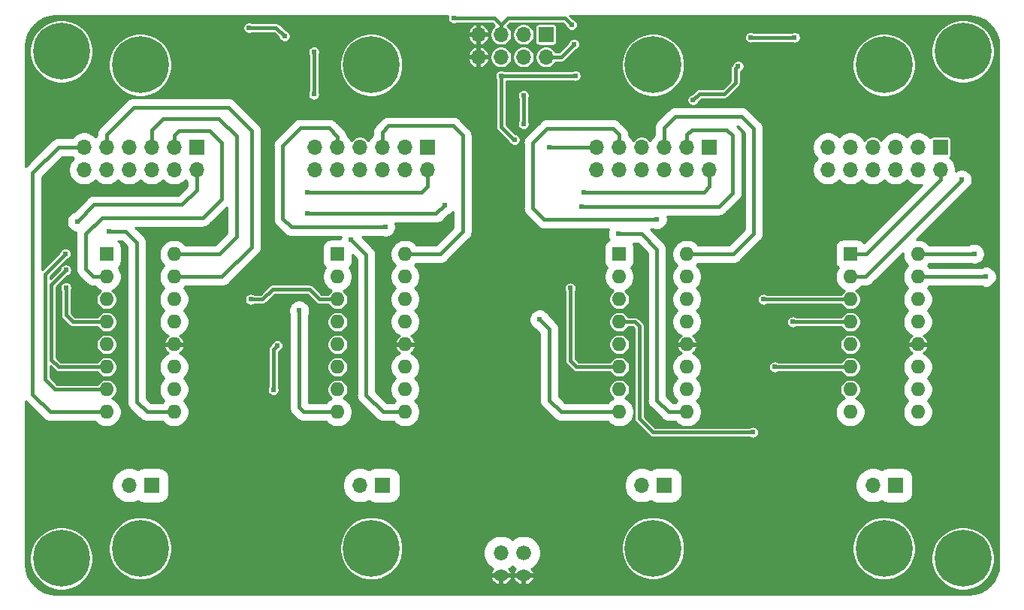
<source format=gbl>
G04 #@! TF.GenerationSoftware,KiCad,Pcbnew,(5.1.12-1-10_14)*
G04 #@! TF.CreationDate,2022-01-30T16:38:09+01:00*
G04 #@! TF.ProjectId,NixieDisplayControllerV2,4e697869-6544-4697-9370-6c6179436f6e,rev?*
G04 #@! TF.SameCoordinates,Original*
G04 #@! TF.FileFunction,Copper,L2,Bot*
G04 #@! TF.FilePolarity,Positive*
%FSLAX46Y46*%
G04 Gerber Fmt 4.6, Leading zero omitted, Abs format (unit mm)*
G04 Created by KiCad (PCBNEW (5.1.12-1-10_14)) date 2022-01-30 16:38:09*
%MOMM*%
%LPD*%
G01*
G04 APERTURE LIST*
G04 #@! TA.AperFunction,ComponentPad*
%ADD10O,1.676400X1.270000*%
G04 #@! TD*
G04 #@! TA.AperFunction,ComponentPad*
%ADD11O,1.676400X1.676400*%
G04 #@! TD*
G04 #@! TA.AperFunction,ComponentPad*
%ADD12C,1.676400*%
G04 #@! TD*
G04 #@! TA.AperFunction,ComponentPad*
%ADD13O,1.700000X1.700000*%
G04 #@! TD*
G04 #@! TA.AperFunction,ComponentPad*
%ADD14R,1.700000X1.700000*%
G04 #@! TD*
G04 #@! TA.AperFunction,ComponentPad*
%ADD15C,0.800000*%
G04 #@! TD*
G04 #@! TA.AperFunction,ComponentPad*
%ADD16C,6.400000*%
G04 #@! TD*
G04 #@! TA.AperFunction,ComponentPad*
%ADD17O,1.600000X1.600000*%
G04 #@! TD*
G04 #@! TA.AperFunction,ComponentPad*
%ADD18R,1.600000X1.600000*%
G04 #@! TD*
G04 #@! TA.AperFunction,ViaPad*
%ADD19C,0.609600*%
G04 #@! TD*
G04 #@! TA.AperFunction,Conductor*
%ADD20C,0.406400*%
G04 #@! TD*
G04 #@! TA.AperFunction,Conductor*
%ADD21C,0.254000*%
G04 #@! TD*
G04 #@! TA.AperFunction,Conductor*
%ADD22C,0.100000*%
G04 #@! TD*
G04 APERTURE END LIST*
D10*
X141605000Y-132080000D03*
D11*
X141605000Y-129540000D03*
D10*
X144145000Y-132080000D03*
D12*
X144145000Y-129540000D03*
D13*
X139065000Y-73660000D03*
X139065000Y-71120000D03*
X141605000Y-73660000D03*
X141605000Y-71120000D03*
X144145000Y-73660000D03*
X144145000Y-71120000D03*
X146685000Y-73660000D03*
D14*
X146685000Y-71120000D03*
D15*
X195372056Y-71327944D03*
X193675000Y-70625000D03*
X191977944Y-71327944D03*
X191275000Y-73025000D03*
X191977944Y-74722056D03*
X193675000Y-75425000D03*
X195372056Y-74722056D03*
X196075000Y-73025000D03*
D16*
X193675000Y-73025000D03*
D15*
X195372056Y-128477944D03*
X193675000Y-127775000D03*
X191977944Y-128477944D03*
X191275000Y-130175000D03*
X191977944Y-131872056D03*
X193675000Y-132575000D03*
X195372056Y-131872056D03*
X196075000Y-130175000D03*
D16*
X193675000Y-130175000D03*
D15*
X93772056Y-128477944D03*
X92075000Y-127775000D03*
X90377944Y-128477944D03*
X89675000Y-130175000D03*
X90377944Y-131872056D03*
X92075000Y-132575000D03*
X93772056Y-131872056D03*
X94475000Y-130175000D03*
D16*
X92075000Y-130175000D03*
D15*
X93772056Y-71327944D03*
X92075000Y-70625000D03*
X90377944Y-71327944D03*
X89675000Y-73025000D03*
X90377944Y-74722056D03*
X92075000Y-75425000D03*
X93772056Y-74722056D03*
X94475000Y-73025000D03*
D16*
X92075000Y-73025000D03*
D17*
X188595000Y-95885000D03*
X180975000Y-113665000D03*
X188595000Y-98425000D03*
X180975000Y-111125000D03*
X188595000Y-100965000D03*
X180975000Y-108585000D03*
X188595000Y-103505000D03*
X180975000Y-106045000D03*
X188595000Y-106045000D03*
X180975000Y-103505000D03*
X188595000Y-108585000D03*
X180975000Y-100965000D03*
X188595000Y-111125000D03*
X180975000Y-98425000D03*
X188595000Y-113665000D03*
D18*
X180975000Y-95885000D03*
D17*
X162560000Y-95885000D03*
X154940000Y-113665000D03*
X162560000Y-98425000D03*
X154940000Y-111125000D03*
X162560000Y-100965000D03*
X154940000Y-108585000D03*
X162560000Y-103505000D03*
X154940000Y-106045000D03*
X162560000Y-106045000D03*
X154940000Y-103505000D03*
X162560000Y-108585000D03*
X154940000Y-100965000D03*
X162560000Y-111125000D03*
X154940000Y-98425000D03*
X162560000Y-113665000D03*
D18*
X154940000Y-95885000D03*
D17*
X130810000Y-95885000D03*
X123190000Y-113665000D03*
X130810000Y-98425000D03*
X123190000Y-111125000D03*
X130810000Y-100965000D03*
X123190000Y-108585000D03*
X130810000Y-103505000D03*
X123190000Y-106045000D03*
X130810000Y-106045000D03*
X123190000Y-103505000D03*
X130810000Y-108585000D03*
X123190000Y-100965000D03*
X130810000Y-111125000D03*
X123190000Y-98425000D03*
X130810000Y-113665000D03*
D18*
X123190000Y-95885000D03*
D17*
X104775000Y-95885000D03*
X97155000Y-113665000D03*
X104775000Y-98425000D03*
X97155000Y-111125000D03*
X104775000Y-100965000D03*
X97155000Y-108585000D03*
X104775000Y-103505000D03*
X97155000Y-106045000D03*
X104775000Y-106045000D03*
X97155000Y-103505000D03*
X104775000Y-108585000D03*
X97155000Y-100965000D03*
X104775000Y-111125000D03*
X97155000Y-98425000D03*
X104775000Y-113665000D03*
D18*
X97155000Y-95885000D03*
D13*
X183515000Y-121920000D03*
D14*
X186055000Y-121920000D03*
D13*
X178435000Y-86360000D03*
X178435000Y-83820000D03*
X180975000Y-86360000D03*
X180975000Y-83820000D03*
X183515000Y-86360000D03*
X183515000Y-83820000D03*
X186055000Y-86360000D03*
X186055000Y-83820000D03*
X188595000Y-86360000D03*
X188595000Y-83820000D03*
X191135000Y-86360000D03*
D14*
X191135000Y-83820000D03*
D13*
X157480000Y-121920000D03*
D14*
X160020000Y-121920000D03*
D13*
X152400000Y-86360000D03*
X152400000Y-83820000D03*
X154940000Y-86360000D03*
X154940000Y-83820000D03*
X157480000Y-86360000D03*
X157480000Y-83820000D03*
X160020000Y-86360000D03*
X160020000Y-83820000D03*
X162560000Y-86360000D03*
X162560000Y-83820000D03*
X165100000Y-86360000D03*
D14*
X165100000Y-83820000D03*
D13*
X125730000Y-121920000D03*
D14*
X128270000Y-121920000D03*
D13*
X120650000Y-86360000D03*
X120650000Y-83820000D03*
X123190000Y-86360000D03*
X123190000Y-83820000D03*
X125730000Y-86360000D03*
X125730000Y-83820000D03*
X128270000Y-86360000D03*
X128270000Y-83820000D03*
X130810000Y-86360000D03*
X130810000Y-83820000D03*
X133350000Y-86360000D03*
D14*
X133350000Y-83820000D03*
X102235000Y-121920000D03*
D13*
X99695000Y-121920000D03*
X94615000Y-86360000D03*
X94615000Y-83820000D03*
X97155000Y-86360000D03*
X97155000Y-83820000D03*
X99695000Y-86360000D03*
X99695000Y-83820000D03*
X102235000Y-86360000D03*
X102235000Y-83820000D03*
X104775000Y-86360000D03*
X104775000Y-83820000D03*
X107315000Y-86360000D03*
D14*
X107315000Y-83820000D03*
D15*
X186482056Y-72851944D03*
X184785000Y-72149000D03*
X183087944Y-72851944D03*
X182385000Y-74549000D03*
X183087944Y-76246056D03*
X184785000Y-76949000D03*
X186482056Y-76246056D03*
X187185000Y-74549000D03*
D16*
X184785000Y-74549000D03*
D15*
X186482056Y-127334944D03*
X184785000Y-126632000D03*
X183087944Y-127334944D03*
X182385000Y-129032000D03*
X183087944Y-130729056D03*
X184785000Y-131432000D03*
X186482056Y-130729056D03*
X187185000Y-129032000D03*
D16*
X184785000Y-129032000D03*
D15*
X160447056Y-72851944D03*
X158750000Y-72149000D03*
X157052944Y-72851944D03*
X156350000Y-74549000D03*
X157052944Y-76246056D03*
X158750000Y-76949000D03*
X160447056Y-76246056D03*
X161150000Y-74549000D03*
D16*
X158750000Y-74549000D03*
D15*
X160447056Y-127321944D03*
X158750000Y-126619000D03*
X157052944Y-127321944D03*
X156350000Y-129019000D03*
X157052944Y-130716056D03*
X158750000Y-131419000D03*
X160447056Y-130716056D03*
X161150000Y-129019000D03*
D16*
X158750000Y-129019000D03*
D15*
X128697056Y-72851944D03*
X127000000Y-72149000D03*
X125302944Y-72851944D03*
X124600000Y-74549000D03*
X125302944Y-76246056D03*
X127000000Y-76949000D03*
X128697056Y-76246056D03*
X129400000Y-74549000D03*
D16*
X127000000Y-74549000D03*
D15*
X128697056Y-127334944D03*
X127000000Y-126632000D03*
X125302944Y-127334944D03*
X124600000Y-129032000D03*
X125302944Y-130729056D03*
X127000000Y-131432000D03*
X128697056Y-130729056D03*
X129400000Y-129032000D03*
D16*
X127000000Y-129032000D03*
D15*
X102662056Y-72851944D03*
X100965000Y-72149000D03*
X99267944Y-72851944D03*
X98565000Y-74549000D03*
X99267944Y-76246056D03*
X100965000Y-76949000D03*
X102662056Y-76246056D03*
X103365000Y-74549000D03*
D16*
X100965000Y-74549000D03*
X100965000Y-129032000D03*
D15*
X103365000Y-129032000D03*
X102662056Y-130729056D03*
X100965000Y-131432000D03*
X99267944Y-130729056D03*
X98565000Y-129032000D03*
X99267944Y-127334944D03*
X100965000Y-126632000D03*
X102662056Y-127334944D03*
D19*
X164084000Y-74993500D03*
X175387000Y-106045000D03*
X176276000Y-79883000D03*
X106235500Y-74993500D03*
X118491000Y-79692500D03*
X150812500Y-107442000D03*
X122301000Y-73088500D03*
X152971500Y-73850500D03*
X151130000Y-78041500D03*
X113220500Y-70358000D03*
X117221000Y-71310500D03*
X169735500Y-71437500D03*
X174688500Y-71437500D03*
X141605000Y-75755500D03*
X143129000Y-82994500D03*
X149987000Y-75755500D03*
X97409000Y-93281500D03*
X93853000Y-92202000D03*
X118872000Y-102235000D03*
X124714000Y-94234000D03*
X128587500Y-92773500D03*
X119761000Y-91313000D03*
X135255000Y-90360500D03*
X119761000Y-88900000D03*
X147066000Y-83820000D03*
X145986500Y-103251000D03*
X154813000Y-93599000D03*
X159194500Y-91948000D03*
X150685500Y-90487500D03*
X150939500Y-88900000D03*
X196278500Y-98425000D03*
X194945000Y-95821500D03*
X193548000Y-87503000D03*
X149860000Y-72199500D03*
X136271000Y-69278500D03*
X149606000Y-70040500D03*
X144145000Y-77978000D03*
X144145000Y-81216500D03*
X120523000Y-77851000D03*
X120523000Y-73088500D03*
X115951000Y-111188500D03*
X116395500Y-106172000D03*
X113411000Y-100965000D03*
X92583000Y-99631500D03*
X92519500Y-95821500D03*
X92583000Y-97663000D03*
X168338500Y-74676000D03*
X163258500Y-78486000D03*
X174498000Y-103505000D03*
X172466000Y-108585000D03*
X171196000Y-100965000D03*
X169989500Y-115951000D03*
X149415500Y-99695000D03*
D20*
X116268500Y-70358000D02*
X113220500Y-70358000D01*
X117221000Y-71310500D02*
X116268500Y-70358000D01*
X169735500Y-71437500D02*
X174688500Y-71437500D01*
X141605000Y-75755500D02*
X149987000Y-75755500D01*
X141605000Y-81534000D02*
X141605000Y-75755500D01*
X143065500Y-82994500D02*
X141605000Y-81534000D01*
X143129000Y-82994500D02*
X143065500Y-82994500D01*
X90805000Y-113665000D02*
X97155000Y-113665000D01*
X88836500Y-111696500D02*
X90805000Y-113665000D01*
X91757500Y-83820000D02*
X88836500Y-86741000D01*
X88836500Y-86741000D02*
X88836500Y-111696500D01*
X94615000Y-83820000D02*
X91757500Y-83820000D01*
X101727000Y-113665000D02*
X104775000Y-113665000D01*
X100584000Y-112522000D02*
X101727000Y-113665000D01*
X99314000Y-93281500D02*
X100584000Y-94551500D01*
X97409000Y-93281500D02*
X99314000Y-93281500D01*
X100584000Y-94551500D02*
X100584000Y-112522000D01*
X110172500Y-98425000D02*
X104775000Y-98425000D01*
X113538000Y-95059500D02*
X110172500Y-98425000D01*
X113538000Y-81978500D02*
X113538000Y-95059500D01*
X110871000Y-79311500D02*
X113538000Y-81978500D01*
X100203000Y-79311500D02*
X110871000Y-79311500D01*
X97155000Y-82359500D02*
X100203000Y-79311500D01*
X97155000Y-83820000D02*
X97155000Y-82359500D01*
X109855000Y-95885000D02*
X104775000Y-95885000D01*
X109823250Y-80581500D02*
X111823500Y-82581750D01*
X111823500Y-82581750D02*
X111823500Y-93916500D01*
X102235000Y-81915000D02*
X103568500Y-80581500D01*
X103568500Y-80581500D02*
X109823250Y-80581500D01*
X111823500Y-93916500D02*
X109855000Y-95885000D01*
X102235000Y-83820000D02*
X102235000Y-81915000D01*
X94805500Y-97536000D02*
X95694500Y-98425000D01*
X94805500Y-93599000D02*
X94805500Y-97536000D01*
X96647000Y-91757500D02*
X94805500Y-93599000D01*
X95694500Y-98425000D02*
X97155000Y-98425000D01*
X108013500Y-91757500D02*
X96647000Y-91757500D01*
X110109000Y-83312000D02*
X110109000Y-89662000D01*
X104775000Y-82486500D02*
X105283000Y-81978500D01*
X110109000Y-89662000D02*
X108013500Y-91757500D01*
X104775000Y-83820000D02*
X104775000Y-82486500D01*
X108775500Y-81978500D02*
X110109000Y-83312000D01*
X105283000Y-81978500D02*
X108775500Y-81978500D01*
X107315000Y-88646000D02*
X107315000Y-86360000D01*
X95758000Y-90297000D02*
X105664000Y-90297000D01*
X93853000Y-92202000D02*
X95758000Y-90297000D01*
X105664000Y-90297000D02*
X107315000Y-88646000D01*
X119380000Y-113665000D02*
X123190000Y-113665000D01*
X118872000Y-113157000D02*
X119380000Y-113665000D01*
X118872000Y-102235000D02*
X118872000Y-113157000D01*
X128333500Y-113665000D02*
X130810000Y-113665000D01*
X126428500Y-95948500D02*
X126428500Y-111760000D01*
X126428500Y-111760000D02*
X128333500Y-113665000D01*
X124714000Y-94234000D02*
X126428500Y-95948500D01*
X123190000Y-82613500D02*
X123190000Y-83820000D01*
X122237500Y-81661000D02*
X123190000Y-82613500D01*
X118999000Y-81661000D02*
X122237500Y-81661000D01*
X117030500Y-83629500D02*
X118999000Y-81661000D01*
X128587500Y-92773500D02*
X128524000Y-92837000D01*
X117983000Y-92837000D02*
X117030500Y-91884500D01*
X128524000Y-92837000D02*
X117983000Y-92837000D01*
X117030500Y-91884500D02*
X117030500Y-83629500D01*
X134747000Y-95885000D02*
X130810000Y-95885000D01*
X137287000Y-93345000D02*
X134747000Y-95885000D01*
X137287000Y-82486500D02*
X137287000Y-93345000D01*
X136207500Y-81407000D02*
X137287000Y-82486500D01*
X128968500Y-81407000D02*
X136207500Y-81407000D01*
X128270000Y-82105500D02*
X128968500Y-81407000D01*
X128270000Y-83820000D02*
X128270000Y-82105500D01*
X134302500Y-91313000D02*
X119761000Y-91313000D01*
X135255000Y-90360500D02*
X134302500Y-91313000D01*
X132651500Y-88900000D02*
X133350000Y-88201500D01*
X133350000Y-88201500D02*
X133350000Y-86360000D01*
X119761000Y-88900000D02*
X132651500Y-88900000D01*
X152400000Y-83820000D02*
X147066000Y-83820000D01*
X148399500Y-113665000D02*
X154940000Y-113665000D01*
X147066000Y-112331500D02*
X148399500Y-113665000D01*
X147066000Y-104330500D02*
X147066000Y-112331500D01*
X145986500Y-103251000D02*
X147066000Y-104330500D01*
X160528000Y-113665000D02*
X162560000Y-113665000D01*
X159194500Y-112331500D02*
X160528000Y-113665000D01*
X159194500Y-95313500D02*
X159194500Y-112331500D01*
X157480000Y-93599000D02*
X159194500Y-95313500D01*
X154813000Y-93599000D02*
X157480000Y-93599000D01*
X159194500Y-91948000D02*
X146494500Y-91948000D01*
X146812000Y-81724500D02*
X154241500Y-81724500D01*
X154940000Y-82423000D02*
X154940000Y-83820000D01*
X145224500Y-83312000D02*
X146812000Y-81724500D01*
X154241500Y-81724500D02*
X154940000Y-82423000D01*
X145224500Y-90678000D02*
X145224500Y-83312000D01*
X146494500Y-91948000D02*
X145224500Y-90678000D01*
X167767000Y-95885000D02*
X162560000Y-95885000D01*
X170116500Y-93535500D02*
X167767000Y-95885000D01*
X170116500Y-81724500D02*
X170116500Y-93535500D01*
X161290000Y-80327500D02*
X168719500Y-80327500D01*
X168719500Y-80327500D02*
X170116500Y-81724500D01*
X160020000Y-81597500D02*
X161290000Y-80327500D01*
X160020000Y-83820000D02*
X160020000Y-81597500D01*
X162560000Y-82423000D02*
X162560000Y-83820000D01*
X167703500Y-82486500D02*
X167068500Y-81851500D01*
X167068500Y-81851500D02*
X163131500Y-81851500D01*
X163131500Y-81851500D02*
X162560000Y-82423000D01*
X167703500Y-88963500D02*
X167703500Y-82486500D01*
X166179500Y-90487500D02*
X167703500Y-88963500D01*
X150685500Y-90487500D02*
X166179500Y-90487500D01*
X164465000Y-88900000D02*
X165100000Y-88265000D01*
X150939500Y-88900000D02*
X164465000Y-88900000D01*
X165100000Y-88265000D02*
X165100000Y-86360000D01*
X196278500Y-98425000D02*
X188595000Y-98425000D01*
X194945000Y-95821500D02*
X194881500Y-95885000D01*
X194881500Y-95885000D02*
X188595000Y-95885000D01*
X193548000Y-87566500D02*
X182689500Y-98425000D01*
X182689500Y-98425000D02*
X180975000Y-98425000D01*
X193548000Y-87503000D02*
X193548000Y-87566500D01*
X191135000Y-87503000D02*
X191135000Y-86360000D01*
X182753000Y-95885000D02*
X191135000Y-87503000D01*
X180975000Y-95885000D02*
X182753000Y-95885000D01*
X146812000Y-73660000D02*
X146685000Y-73787000D01*
X148399500Y-73660000D02*
X146812000Y-73660000D01*
X149860000Y-72199500D02*
X148399500Y-73660000D01*
X141605000Y-70040500D02*
X141605000Y-71247000D01*
X140843000Y-69278500D02*
X141605000Y-70040500D01*
X136271000Y-69278500D02*
X140843000Y-69278500D01*
X142367000Y-69278500D02*
X141605000Y-70040500D01*
X148844000Y-69278500D02*
X142367000Y-69278500D01*
X149606000Y-70040500D02*
X148844000Y-69278500D01*
X144145000Y-77978000D02*
X144145000Y-81216500D01*
X120523000Y-73088500D02*
X120523000Y-77851000D01*
X115951000Y-106616500D02*
X116395500Y-106172000D01*
X115951000Y-111188500D02*
X115951000Y-106616500D01*
X120015000Y-99822000D02*
X121158000Y-100965000D01*
X115887500Y-99822000D02*
X120015000Y-99822000D01*
X114744500Y-100965000D02*
X115887500Y-99822000D01*
X121158000Y-100965000D02*
X123190000Y-100965000D01*
X113411000Y-100965000D02*
X114744500Y-100965000D01*
X93345000Y-103505000D02*
X97155000Y-103505000D01*
X92583000Y-102743000D02*
X93345000Y-103505000D01*
X92583000Y-99631500D02*
X92583000Y-102743000D01*
X90233500Y-109982000D02*
X91376500Y-111125000D01*
X90233500Y-98107500D02*
X90233500Y-109982000D01*
X91376500Y-111125000D02*
X97155000Y-111125000D01*
X92519500Y-95821500D02*
X90233500Y-98107500D01*
X91757500Y-108585000D02*
X97155000Y-108585000D01*
X90932000Y-107759500D02*
X91757500Y-108585000D01*
X90932000Y-99314000D02*
X90932000Y-107759500D01*
X92583000Y-97663000D02*
X90932000Y-99314000D01*
X168084500Y-74930000D02*
X168338500Y-74676000D01*
X168021000Y-74993500D02*
X168084500Y-74930000D01*
X166814500Y-77787500D02*
X168021000Y-76581000D01*
X163957000Y-77787500D02*
X166814500Y-77787500D01*
X163258500Y-78486000D02*
X163957000Y-77787500D01*
X168021000Y-76581000D02*
X168021000Y-74993500D01*
X174498000Y-103505000D02*
X180975000Y-103505000D01*
X172466000Y-108585000D02*
X180975000Y-108585000D01*
X171196000Y-100965000D02*
X180975000Y-100965000D01*
X156718000Y-103505000D02*
X154940000Y-103505000D01*
X157226000Y-114427000D02*
X157226000Y-104013000D01*
X158750000Y-115951000D02*
X157226000Y-114427000D01*
X157226000Y-104013000D02*
X156718000Y-103505000D01*
X169989500Y-115951000D02*
X158750000Y-115951000D01*
X149415500Y-99695000D02*
X149415500Y-107886500D01*
X150114000Y-108585000D02*
X154940000Y-108585000D01*
X149415500Y-107886500D02*
X150114000Y-108585000D01*
D21*
X135611555Y-69078460D02*
X135585200Y-69210955D01*
X135585200Y-69346045D01*
X135611555Y-69478540D01*
X135663252Y-69603348D01*
X135738305Y-69715672D01*
X135833828Y-69811195D01*
X135946152Y-69886248D01*
X136070960Y-69937945D01*
X136203455Y-69964300D01*
X136338545Y-69964300D01*
X136471040Y-69937945D01*
X136595848Y-69886248D01*
X136631090Y-69862700D01*
X140601017Y-69862700D01*
X140869351Y-70131034D01*
X140820283Y-70163820D01*
X140648820Y-70335283D01*
X140514102Y-70536903D01*
X140421307Y-70760931D01*
X140374000Y-70998757D01*
X140374000Y-71241243D01*
X140421307Y-71479069D01*
X140514102Y-71703097D01*
X140648820Y-71904717D01*
X140820283Y-72076180D01*
X141021903Y-72210898D01*
X141245931Y-72303693D01*
X141483757Y-72351000D01*
X141726243Y-72351000D01*
X141964069Y-72303693D01*
X142188097Y-72210898D01*
X142389717Y-72076180D01*
X142561180Y-71904717D01*
X142695898Y-71703097D01*
X142788693Y-71479069D01*
X142836000Y-71241243D01*
X142836000Y-70998757D01*
X142914000Y-70998757D01*
X142914000Y-71241243D01*
X142961307Y-71479069D01*
X143054102Y-71703097D01*
X143188820Y-71904717D01*
X143360283Y-72076180D01*
X143561903Y-72210898D01*
X143785931Y-72303693D01*
X144023757Y-72351000D01*
X144266243Y-72351000D01*
X144504069Y-72303693D01*
X144728097Y-72210898D01*
X144929717Y-72076180D01*
X145101180Y-71904717D01*
X145235898Y-71703097D01*
X145328693Y-71479069D01*
X145376000Y-71241243D01*
X145376000Y-70998757D01*
X145328693Y-70760931D01*
X145235898Y-70536903D01*
X145101180Y-70335283D01*
X145035897Y-70270000D01*
X145452157Y-70270000D01*
X145452157Y-71970000D01*
X145459513Y-72044689D01*
X145481299Y-72116508D01*
X145516678Y-72182696D01*
X145564289Y-72240711D01*
X145622304Y-72288322D01*
X145688492Y-72323701D01*
X145760311Y-72345487D01*
X145835000Y-72352843D01*
X147535000Y-72352843D01*
X147609689Y-72345487D01*
X147681508Y-72323701D01*
X147747696Y-72288322D01*
X147805711Y-72240711D01*
X147853322Y-72182696D01*
X147888701Y-72116508D01*
X147910487Y-72044689D01*
X147917843Y-71970000D01*
X147917843Y-70270000D01*
X147910487Y-70195311D01*
X147888701Y-70123492D01*
X147853322Y-70057304D01*
X147805711Y-69999289D01*
X147747696Y-69951678D01*
X147681508Y-69916299D01*
X147609689Y-69894513D01*
X147535000Y-69887157D01*
X145835000Y-69887157D01*
X145760311Y-69894513D01*
X145688492Y-69916299D01*
X145622304Y-69951678D01*
X145564289Y-69999289D01*
X145516678Y-70057304D01*
X145481299Y-70123492D01*
X145459513Y-70195311D01*
X145452157Y-70270000D01*
X145035897Y-70270000D01*
X144929717Y-70163820D01*
X144728097Y-70029102D01*
X144504069Y-69936307D01*
X144266243Y-69889000D01*
X144023757Y-69889000D01*
X143785931Y-69936307D01*
X143561903Y-70029102D01*
X143360283Y-70163820D01*
X143188820Y-70335283D01*
X143054102Y-70536903D01*
X142961307Y-70760931D01*
X142914000Y-70998757D01*
X142836000Y-70998757D01*
X142788693Y-70760931D01*
X142695898Y-70536903D01*
X142561180Y-70335283D01*
X142389717Y-70163820D01*
X142340649Y-70131034D01*
X142608984Y-69862700D01*
X148602017Y-69862700D01*
X148938286Y-70198970D01*
X148946555Y-70240540D01*
X148998252Y-70365348D01*
X149073305Y-70477672D01*
X149168828Y-70573195D01*
X149281152Y-70648248D01*
X149405960Y-70699945D01*
X149538455Y-70726300D01*
X149673545Y-70726300D01*
X149806040Y-70699945D01*
X149930848Y-70648248D01*
X150043172Y-70573195D01*
X150138695Y-70477672D01*
X150213748Y-70365348D01*
X150265445Y-70240540D01*
X150291800Y-70108045D01*
X150291800Y-69972955D01*
X150265445Y-69840460D01*
X150213748Y-69715652D01*
X150138695Y-69603328D01*
X150043172Y-69507805D01*
X149930848Y-69432752D01*
X149806040Y-69381055D01*
X149764470Y-69372786D01*
X149377683Y-68986000D01*
X194290146Y-68986000D01*
X194970793Y-69052738D01*
X195606423Y-69244646D01*
X196192669Y-69556359D01*
X196707203Y-69976002D01*
X197130431Y-70487598D01*
X197446227Y-71071650D01*
X197642567Y-71705921D01*
X197713981Y-72385382D01*
X197714001Y-72391133D01*
X197714000Y-130790146D01*
X197647262Y-131470791D01*
X197455354Y-132106423D01*
X197143641Y-132692669D01*
X196723998Y-133207203D01*
X196212406Y-133630429D01*
X195628349Y-133946227D01*
X194994079Y-134142567D01*
X194314618Y-134213981D01*
X194309152Y-134214000D01*
X91459854Y-134214000D01*
X90779209Y-134147262D01*
X90143577Y-133955354D01*
X89557331Y-133643641D01*
X89042797Y-133223998D01*
X88619571Y-132712406D01*
X88303773Y-132128349D01*
X88107433Y-131494079D01*
X88036019Y-130814618D01*
X88036000Y-130809152D01*
X88036000Y-129822302D01*
X88494000Y-129822302D01*
X88494000Y-130527698D01*
X88631616Y-131219539D01*
X88901559Y-131871240D01*
X89293456Y-132457754D01*
X89792246Y-132956544D01*
X90378760Y-133348441D01*
X91030461Y-133618384D01*
X91722302Y-133756000D01*
X92427698Y-133756000D01*
X93119539Y-133618384D01*
X93771240Y-133348441D01*
X94357754Y-132956544D01*
X94856544Y-132457754D01*
X95248441Y-131871240D01*
X95518384Y-131219539D01*
X95656000Y-130527698D01*
X95656000Y-129822302D01*
X95518384Y-129130461D01*
X95331509Y-128679302D01*
X97384000Y-128679302D01*
X97384000Y-129384698D01*
X97521616Y-130076539D01*
X97791559Y-130728240D01*
X98183456Y-131314754D01*
X98682246Y-131813544D01*
X99268760Y-132205441D01*
X99920461Y-132475384D01*
X100612302Y-132613000D01*
X101317698Y-132613000D01*
X102009539Y-132475384D01*
X102661240Y-132205441D01*
X103247754Y-131813544D01*
X103746544Y-131314754D01*
X104138441Y-130728240D01*
X104408384Y-130076539D01*
X104546000Y-129384698D01*
X104546000Y-128679302D01*
X123419000Y-128679302D01*
X123419000Y-129384698D01*
X123556616Y-130076539D01*
X123826559Y-130728240D01*
X124218456Y-131314754D01*
X124717246Y-131813544D01*
X125303760Y-132205441D01*
X125955461Y-132475384D01*
X126647302Y-132613000D01*
X127352698Y-132613000D01*
X128044539Y-132475384D01*
X128315551Y-132363127D01*
X140426047Y-132363127D01*
X140427044Y-132392383D01*
X140506717Y-132576546D01*
X140620787Y-132741627D01*
X140764871Y-132881282D01*
X140933432Y-132990144D01*
X141119992Y-133064030D01*
X141317382Y-133100100D01*
X141478000Y-133005497D01*
X141478000Y-132207000D01*
X141732000Y-132207000D01*
X141732000Y-133005497D01*
X141892618Y-133100100D01*
X142090008Y-133064030D01*
X142276568Y-132990144D01*
X142445129Y-132881282D01*
X142589213Y-132741627D01*
X142703283Y-132576546D01*
X142782956Y-132392383D01*
X142783953Y-132363127D01*
X142966047Y-132363127D01*
X142967044Y-132392383D01*
X143046717Y-132576546D01*
X143160787Y-132741627D01*
X143304871Y-132881282D01*
X143473432Y-132990144D01*
X143659992Y-133064030D01*
X143857382Y-133100100D01*
X144018000Y-133005497D01*
X144018000Y-132207000D01*
X144272000Y-132207000D01*
X144272000Y-133005497D01*
X144432618Y-133100100D01*
X144630008Y-133064030D01*
X144816568Y-132990144D01*
X144985129Y-132881282D01*
X145129213Y-132741627D01*
X145243283Y-132576546D01*
X145322956Y-132392383D01*
X145323953Y-132363127D01*
X145260149Y-132207000D01*
X144272000Y-132207000D01*
X144018000Y-132207000D01*
X143029851Y-132207000D01*
X142966047Y-132363127D01*
X142783953Y-132363127D01*
X142720149Y-132207000D01*
X141732000Y-132207000D01*
X141478000Y-132207000D01*
X140489851Y-132207000D01*
X140426047Y-132363127D01*
X128315551Y-132363127D01*
X128696240Y-132205441D01*
X129282754Y-131813544D01*
X129781544Y-131314754D01*
X130173441Y-130728240D01*
X130443384Y-130076539D01*
X130581000Y-129384698D01*
X130581000Y-129344869D01*
X139623800Y-129344869D01*
X139623800Y-129735131D01*
X139699937Y-130117895D01*
X139849283Y-130478450D01*
X140066102Y-130802941D01*
X140342059Y-131078898D01*
X140666550Y-131295717D01*
X140723147Y-131319160D01*
X140620787Y-131418373D01*
X140506717Y-131583454D01*
X140427044Y-131767617D01*
X140426047Y-131796873D01*
X140489851Y-131953000D01*
X141478000Y-131953000D01*
X141478000Y-131933000D01*
X141732000Y-131933000D01*
X141732000Y-131953000D01*
X142720149Y-131953000D01*
X142783953Y-131796873D01*
X142782956Y-131767617D01*
X142703283Y-131583454D01*
X142589213Y-131418373D01*
X142486853Y-131319160D01*
X142543450Y-131295717D01*
X142867941Y-131078898D01*
X142875000Y-131071839D01*
X142882059Y-131078898D01*
X143206550Y-131295717D01*
X143263147Y-131319160D01*
X143160787Y-131418373D01*
X143046717Y-131583454D01*
X142967044Y-131767617D01*
X142966047Y-131796873D01*
X143029851Y-131953000D01*
X144018000Y-131953000D01*
X144018000Y-131933000D01*
X144272000Y-131933000D01*
X144272000Y-131953000D01*
X145260149Y-131953000D01*
X145323953Y-131796873D01*
X145322956Y-131767617D01*
X145243283Y-131583454D01*
X145129213Y-131418373D01*
X145026853Y-131319160D01*
X145083450Y-131295717D01*
X145407941Y-131078898D01*
X145683898Y-130802941D01*
X145900717Y-130478450D01*
X146050063Y-130117895D01*
X146126200Y-129735131D01*
X146126200Y-129344869D01*
X146050063Y-128962105D01*
X145927539Y-128666302D01*
X155169000Y-128666302D01*
X155169000Y-129371698D01*
X155306616Y-130063539D01*
X155576559Y-130715240D01*
X155968456Y-131301754D01*
X156467246Y-131800544D01*
X157053760Y-132192441D01*
X157705461Y-132462384D01*
X158397302Y-132600000D01*
X159102698Y-132600000D01*
X159794539Y-132462384D01*
X160446240Y-132192441D01*
X161032754Y-131800544D01*
X161531544Y-131301754D01*
X161923441Y-130715240D01*
X162193384Y-130063539D01*
X162331000Y-129371698D01*
X162331000Y-128679302D01*
X181204000Y-128679302D01*
X181204000Y-129384698D01*
X181341616Y-130076539D01*
X181611559Y-130728240D01*
X182003456Y-131314754D01*
X182502246Y-131813544D01*
X183088760Y-132205441D01*
X183740461Y-132475384D01*
X184432302Y-132613000D01*
X185137698Y-132613000D01*
X185829539Y-132475384D01*
X186481240Y-132205441D01*
X187067754Y-131813544D01*
X187566544Y-131314754D01*
X187958441Y-130728240D01*
X188228384Y-130076539D01*
X188278954Y-129822302D01*
X190094000Y-129822302D01*
X190094000Y-130527698D01*
X190231616Y-131219539D01*
X190501559Y-131871240D01*
X190893456Y-132457754D01*
X191392246Y-132956544D01*
X191978760Y-133348441D01*
X192630461Y-133618384D01*
X193322302Y-133756000D01*
X194027698Y-133756000D01*
X194719539Y-133618384D01*
X195371240Y-133348441D01*
X195957754Y-132956544D01*
X196456544Y-132457754D01*
X196848441Y-131871240D01*
X197118384Y-131219539D01*
X197256000Y-130527698D01*
X197256000Y-129822302D01*
X197118384Y-129130461D01*
X196848441Y-128478760D01*
X196456544Y-127892246D01*
X195957754Y-127393456D01*
X195371240Y-127001559D01*
X194719539Y-126731616D01*
X194027698Y-126594000D01*
X193322302Y-126594000D01*
X192630461Y-126731616D01*
X191978760Y-127001559D01*
X191392246Y-127393456D01*
X190893456Y-127892246D01*
X190501559Y-128478760D01*
X190231616Y-129130461D01*
X190094000Y-129822302D01*
X188278954Y-129822302D01*
X188366000Y-129384698D01*
X188366000Y-128679302D01*
X188228384Y-127987461D01*
X187958441Y-127335760D01*
X187566544Y-126749246D01*
X187067754Y-126250456D01*
X186481240Y-125858559D01*
X185829539Y-125588616D01*
X185137698Y-125451000D01*
X184432302Y-125451000D01*
X183740461Y-125588616D01*
X183088760Y-125858559D01*
X182502246Y-126250456D01*
X182003456Y-126749246D01*
X181611559Y-127335760D01*
X181341616Y-127987461D01*
X181204000Y-128679302D01*
X162331000Y-128679302D01*
X162331000Y-128666302D01*
X162193384Y-127974461D01*
X161923441Y-127322760D01*
X161531544Y-126736246D01*
X161032754Y-126237456D01*
X160446240Y-125845559D01*
X159794539Y-125575616D01*
X159102698Y-125438000D01*
X158397302Y-125438000D01*
X157705461Y-125575616D01*
X157053760Y-125845559D01*
X156467246Y-126237456D01*
X155968456Y-126736246D01*
X155576559Y-127322760D01*
X155306616Y-127974461D01*
X155169000Y-128666302D01*
X145927539Y-128666302D01*
X145900717Y-128601550D01*
X145683898Y-128277059D01*
X145407941Y-128001102D01*
X145083450Y-127784283D01*
X144722895Y-127634937D01*
X144340131Y-127558800D01*
X143949869Y-127558800D01*
X143567105Y-127634937D01*
X143206550Y-127784283D01*
X142882059Y-128001102D01*
X142875000Y-128008161D01*
X142867941Y-128001102D01*
X142543450Y-127784283D01*
X142182895Y-127634937D01*
X141800131Y-127558800D01*
X141409869Y-127558800D01*
X141027105Y-127634937D01*
X140666550Y-127784283D01*
X140342059Y-128001102D01*
X140066102Y-128277059D01*
X139849283Y-128601550D01*
X139699937Y-128962105D01*
X139623800Y-129344869D01*
X130581000Y-129344869D01*
X130581000Y-128679302D01*
X130443384Y-127987461D01*
X130173441Y-127335760D01*
X129781544Y-126749246D01*
X129282754Y-126250456D01*
X128696240Y-125858559D01*
X128044539Y-125588616D01*
X127352698Y-125451000D01*
X126647302Y-125451000D01*
X125955461Y-125588616D01*
X125303760Y-125858559D01*
X124717246Y-126250456D01*
X124218456Y-126749246D01*
X123826559Y-127335760D01*
X123556616Y-127987461D01*
X123419000Y-128679302D01*
X104546000Y-128679302D01*
X104408384Y-127987461D01*
X104138441Y-127335760D01*
X103746544Y-126749246D01*
X103247754Y-126250456D01*
X102661240Y-125858559D01*
X102009539Y-125588616D01*
X101317698Y-125451000D01*
X100612302Y-125451000D01*
X99920461Y-125588616D01*
X99268760Y-125858559D01*
X98682246Y-126250456D01*
X98183456Y-126749246D01*
X97791559Y-127335760D01*
X97521616Y-127987461D01*
X97384000Y-128679302D01*
X95331509Y-128679302D01*
X95248441Y-128478760D01*
X94856544Y-127892246D01*
X94357754Y-127393456D01*
X93771240Y-127001559D01*
X93119539Y-126731616D01*
X92427698Y-126594000D01*
X91722302Y-126594000D01*
X91030461Y-126731616D01*
X90378760Y-127001559D01*
X89792246Y-127393456D01*
X89293456Y-127892246D01*
X88901559Y-128478760D01*
X88631616Y-129130461D01*
X88494000Y-129822302D01*
X88036000Y-129822302D01*
X88036000Y-121723707D01*
X97702000Y-121723707D01*
X97702000Y-122116293D01*
X97778590Y-122501337D01*
X97928827Y-122864039D01*
X98146936Y-123190463D01*
X98424537Y-123468064D01*
X98750961Y-123686173D01*
X99113663Y-123836410D01*
X99498707Y-123913000D01*
X99891293Y-123913000D01*
X100276337Y-123836410D01*
X100639039Y-123686173D01*
X100672443Y-123663853D01*
X100746911Y-123724968D01*
X100945477Y-123831103D01*
X101160933Y-123896461D01*
X101385000Y-123918530D01*
X103085000Y-123918530D01*
X103309067Y-123896461D01*
X103524523Y-123831103D01*
X103723089Y-123724968D01*
X103897133Y-123582133D01*
X104039968Y-123408089D01*
X104146103Y-123209523D01*
X104211461Y-122994067D01*
X104233530Y-122770000D01*
X104233530Y-121723707D01*
X123737000Y-121723707D01*
X123737000Y-122116293D01*
X123813590Y-122501337D01*
X123963827Y-122864039D01*
X124181936Y-123190463D01*
X124459537Y-123468064D01*
X124785961Y-123686173D01*
X125148663Y-123836410D01*
X125533707Y-123913000D01*
X125926293Y-123913000D01*
X126311337Y-123836410D01*
X126674039Y-123686173D01*
X126707443Y-123663853D01*
X126781911Y-123724968D01*
X126980477Y-123831103D01*
X127195933Y-123896461D01*
X127420000Y-123918530D01*
X129120000Y-123918530D01*
X129344067Y-123896461D01*
X129559523Y-123831103D01*
X129758089Y-123724968D01*
X129932133Y-123582133D01*
X130074968Y-123408089D01*
X130181103Y-123209523D01*
X130246461Y-122994067D01*
X130268530Y-122770000D01*
X130268530Y-121723707D01*
X155487000Y-121723707D01*
X155487000Y-122116293D01*
X155563590Y-122501337D01*
X155713827Y-122864039D01*
X155931936Y-123190463D01*
X156209537Y-123468064D01*
X156535961Y-123686173D01*
X156898663Y-123836410D01*
X157283707Y-123913000D01*
X157676293Y-123913000D01*
X158061337Y-123836410D01*
X158424039Y-123686173D01*
X158457443Y-123663853D01*
X158531911Y-123724968D01*
X158730477Y-123831103D01*
X158945933Y-123896461D01*
X159170000Y-123918530D01*
X160870000Y-123918530D01*
X161094067Y-123896461D01*
X161309523Y-123831103D01*
X161508089Y-123724968D01*
X161682133Y-123582133D01*
X161824968Y-123408089D01*
X161931103Y-123209523D01*
X161996461Y-122994067D01*
X162018530Y-122770000D01*
X162018530Y-121723707D01*
X181522000Y-121723707D01*
X181522000Y-122116293D01*
X181598590Y-122501337D01*
X181748827Y-122864039D01*
X181966936Y-123190463D01*
X182244537Y-123468064D01*
X182570961Y-123686173D01*
X182933663Y-123836410D01*
X183318707Y-123913000D01*
X183711293Y-123913000D01*
X184096337Y-123836410D01*
X184459039Y-123686173D01*
X184492443Y-123663853D01*
X184566911Y-123724968D01*
X184765477Y-123831103D01*
X184980933Y-123896461D01*
X185205000Y-123918530D01*
X186905000Y-123918530D01*
X187129067Y-123896461D01*
X187344523Y-123831103D01*
X187543089Y-123724968D01*
X187717133Y-123582133D01*
X187859968Y-123408089D01*
X187966103Y-123209523D01*
X188031461Y-122994067D01*
X188053530Y-122770000D01*
X188053530Y-121070000D01*
X188031461Y-120845933D01*
X187966103Y-120630477D01*
X187859968Y-120431911D01*
X187717133Y-120257867D01*
X187543089Y-120115032D01*
X187344523Y-120008897D01*
X187129067Y-119943539D01*
X186905000Y-119921470D01*
X185205000Y-119921470D01*
X184980933Y-119943539D01*
X184765477Y-120008897D01*
X184566911Y-120115032D01*
X184492443Y-120176147D01*
X184459039Y-120153827D01*
X184096337Y-120003590D01*
X183711293Y-119927000D01*
X183318707Y-119927000D01*
X182933663Y-120003590D01*
X182570961Y-120153827D01*
X182244537Y-120371936D01*
X181966936Y-120649537D01*
X181748827Y-120975961D01*
X181598590Y-121338663D01*
X181522000Y-121723707D01*
X162018530Y-121723707D01*
X162018530Y-121070000D01*
X161996461Y-120845933D01*
X161931103Y-120630477D01*
X161824968Y-120431911D01*
X161682133Y-120257867D01*
X161508089Y-120115032D01*
X161309523Y-120008897D01*
X161094067Y-119943539D01*
X160870000Y-119921470D01*
X159170000Y-119921470D01*
X158945933Y-119943539D01*
X158730477Y-120008897D01*
X158531911Y-120115032D01*
X158457443Y-120176147D01*
X158424039Y-120153827D01*
X158061337Y-120003590D01*
X157676293Y-119927000D01*
X157283707Y-119927000D01*
X156898663Y-120003590D01*
X156535961Y-120153827D01*
X156209537Y-120371936D01*
X155931936Y-120649537D01*
X155713827Y-120975961D01*
X155563590Y-121338663D01*
X155487000Y-121723707D01*
X130268530Y-121723707D01*
X130268530Y-121070000D01*
X130246461Y-120845933D01*
X130181103Y-120630477D01*
X130074968Y-120431911D01*
X129932133Y-120257867D01*
X129758089Y-120115032D01*
X129559523Y-120008897D01*
X129344067Y-119943539D01*
X129120000Y-119921470D01*
X127420000Y-119921470D01*
X127195933Y-119943539D01*
X126980477Y-120008897D01*
X126781911Y-120115032D01*
X126707443Y-120176147D01*
X126674039Y-120153827D01*
X126311337Y-120003590D01*
X125926293Y-119927000D01*
X125533707Y-119927000D01*
X125148663Y-120003590D01*
X124785961Y-120153827D01*
X124459537Y-120371936D01*
X124181936Y-120649537D01*
X123963827Y-120975961D01*
X123813590Y-121338663D01*
X123737000Y-121723707D01*
X104233530Y-121723707D01*
X104233530Y-121070000D01*
X104211461Y-120845933D01*
X104146103Y-120630477D01*
X104039968Y-120431911D01*
X103897133Y-120257867D01*
X103723089Y-120115032D01*
X103524523Y-120008897D01*
X103309067Y-119943539D01*
X103085000Y-119921470D01*
X101385000Y-119921470D01*
X101160933Y-119943539D01*
X100945477Y-120008897D01*
X100746911Y-120115032D01*
X100672443Y-120176147D01*
X100639039Y-120153827D01*
X100276337Y-120003590D01*
X99891293Y-119927000D01*
X99498707Y-119927000D01*
X99113663Y-120003590D01*
X98750961Y-120153827D01*
X98424537Y-120371936D01*
X98146936Y-120649537D01*
X97928827Y-120975961D01*
X97778590Y-121338663D01*
X97702000Y-121723707D01*
X88036000Y-121723707D01*
X88036000Y-112442730D01*
X88060463Y-112472538D01*
X88102132Y-112506735D01*
X89994765Y-114399369D01*
X90028962Y-114441038D01*
X90195271Y-114577525D01*
X90385011Y-114678943D01*
X90590891Y-114741396D01*
X90751351Y-114757200D01*
X90751360Y-114757200D01*
X90804999Y-114762483D01*
X90858638Y-114757200D01*
X95858593Y-114757200D01*
X96078325Y-114976932D01*
X96354959Y-115161772D01*
X96662337Y-115289092D01*
X96988648Y-115354000D01*
X97321352Y-115354000D01*
X97647663Y-115289092D01*
X97955041Y-115161772D01*
X98231675Y-114976932D01*
X98466932Y-114741675D01*
X98651772Y-114465041D01*
X98779092Y-114157663D01*
X98844000Y-113831352D01*
X98844000Y-113498648D01*
X98779092Y-113172337D01*
X98651772Y-112864959D01*
X98466932Y-112588325D01*
X98231675Y-112353068D01*
X97955041Y-112168228D01*
X97809601Y-112107985D01*
X97907843Y-112042342D01*
X98072342Y-111877843D01*
X98201588Y-111684413D01*
X98290614Y-111469485D01*
X98336000Y-111241318D01*
X98336000Y-111008682D01*
X98290614Y-110780515D01*
X98201588Y-110565587D01*
X98072342Y-110372157D01*
X97907843Y-110207658D01*
X97714413Y-110078412D01*
X97499485Y-109989386D01*
X97271318Y-109944000D01*
X97038682Y-109944000D01*
X96810515Y-109989386D01*
X96595587Y-110078412D01*
X96402157Y-110207658D01*
X96237658Y-110372157D01*
X96124974Y-110540800D01*
X91618484Y-110540800D01*
X90817700Y-109740017D01*
X90817700Y-108471383D01*
X91324118Y-108977801D01*
X91342410Y-109000090D01*
X91431366Y-109073094D01*
X91532855Y-109127341D01*
X91642977Y-109160746D01*
X91728808Y-109169200D01*
X91728817Y-109169200D01*
X91757499Y-109172025D01*
X91786181Y-109169200D01*
X96124974Y-109169200D01*
X96237658Y-109337843D01*
X96402157Y-109502342D01*
X96595587Y-109631588D01*
X96810515Y-109720614D01*
X97038682Y-109766000D01*
X97271318Y-109766000D01*
X97499485Y-109720614D01*
X97714413Y-109631588D01*
X97907843Y-109502342D01*
X98072342Y-109337843D01*
X98201588Y-109144413D01*
X98290614Y-108929485D01*
X98336000Y-108701318D01*
X98336000Y-108468682D01*
X98290614Y-108240515D01*
X98201588Y-108025587D01*
X98072342Y-107832157D01*
X97907843Y-107667658D01*
X97714413Y-107538412D01*
X97499485Y-107449386D01*
X97271318Y-107404000D01*
X97038682Y-107404000D01*
X96810515Y-107449386D01*
X96595587Y-107538412D01*
X96402157Y-107667658D01*
X96237658Y-107832157D01*
X96124974Y-108000800D01*
X91999483Y-108000800D01*
X91516200Y-107517517D01*
X91516200Y-105928682D01*
X95974000Y-105928682D01*
X95974000Y-106161318D01*
X96019386Y-106389485D01*
X96108412Y-106604413D01*
X96237658Y-106797843D01*
X96402157Y-106962342D01*
X96595587Y-107091588D01*
X96810515Y-107180614D01*
X97038682Y-107226000D01*
X97271318Y-107226000D01*
X97499485Y-107180614D01*
X97714413Y-107091588D01*
X97907843Y-106962342D01*
X98072342Y-106797843D01*
X98201588Y-106604413D01*
X98290614Y-106389485D01*
X98336000Y-106161318D01*
X98336000Y-105928682D01*
X98290614Y-105700515D01*
X98201588Y-105485587D01*
X98072342Y-105292157D01*
X97907843Y-105127658D01*
X97714413Y-104998412D01*
X97499485Y-104909386D01*
X97271318Y-104864000D01*
X97038682Y-104864000D01*
X96810515Y-104909386D01*
X96595587Y-104998412D01*
X96402157Y-105127658D01*
X96237658Y-105292157D01*
X96108412Y-105485587D01*
X96019386Y-105700515D01*
X95974000Y-105928682D01*
X91516200Y-105928682D01*
X91516200Y-99563955D01*
X91897200Y-99563955D01*
X91897200Y-99699045D01*
X91923555Y-99831540D01*
X91975252Y-99956348D01*
X91998800Y-99991590D01*
X91998801Y-102714306D01*
X91995975Y-102743000D01*
X92007254Y-102857523D01*
X92040659Y-102967644D01*
X92064548Y-103012337D01*
X92094907Y-103069134D01*
X92126345Y-103107442D01*
X92149620Y-103135803D01*
X92149623Y-103135806D01*
X92167911Y-103158090D01*
X92190194Y-103176377D01*
X92911622Y-103897806D01*
X92929910Y-103920090D01*
X92952194Y-103938378D01*
X92952196Y-103938380D01*
X93018866Y-103993094D01*
X93120355Y-104047341D01*
X93230477Y-104080746D01*
X93345000Y-104092026D01*
X93373692Y-104089200D01*
X96124974Y-104089200D01*
X96237658Y-104257843D01*
X96402157Y-104422342D01*
X96595587Y-104551588D01*
X96810515Y-104640614D01*
X97038682Y-104686000D01*
X97271318Y-104686000D01*
X97499485Y-104640614D01*
X97714413Y-104551588D01*
X97907843Y-104422342D01*
X98072342Y-104257843D01*
X98201588Y-104064413D01*
X98290614Y-103849485D01*
X98336000Y-103621318D01*
X98336000Y-103388682D01*
X98290614Y-103160515D01*
X98201588Y-102945587D01*
X98072342Y-102752157D01*
X97907843Y-102587658D01*
X97714413Y-102458412D01*
X97499485Y-102369386D01*
X97271318Y-102324000D01*
X97038682Y-102324000D01*
X96810515Y-102369386D01*
X96595587Y-102458412D01*
X96402157Y-102587658D01*
X96237658Y-102752157D01*
X96124974Y-102920800D01*
X93586984Y-102920800D01*
X93167200Y-102501017D01*
X93167200Y-99991590D01*
X93190748Y-99956348D01*
X93242445Y-99831540D01*
X93268800Y-99699045D01*
X93268800Y-99563955D01*
X93242445Y-99431460D01*
X93190748Y-99306652D01*
X93115695Y-99194328D01*
X93020172Y-99098805D01*
X92907848Y-99023752D01*
X92783040Y-98972055D01*
X92650545Y-98945700D01*
X92515455Y-98945700D01*
X92382960Y-98972055D01*
X92258152Y-99023752D01*
X92145828Y-99098805D01*
X92050305Y-99194328D01*
X91975252Y-99306652D01*
X91923555Y-99431460D01*
X91897200Y-99563955D01*
X91516200Y-99563955D01*
X91516200Y-99555983D01*
X92741470Y-98330714D01*
X92783040Y-98322445D01*
X92907848Y-98270748D01*
X93020172Y-98195695D01*
X93115695Y-98100172D01*
X93190748Y-97987848D01*
X93242445Y-97863040D01*
X93268800Y-97730545D01*
X93268800Y-97595455D01*
X93242445Y-97462960D01*
X93190748Y-97338152D01*
X93115695Y-97225828D01*
X93020172Y-97130305D01*
X92907848Y-97055252D01*
X92783040Y-97003555D01*
X92650545Y-96977200D01*
X92515455Y-96977200D01*
X92382960Y-97003555D01*
X92258152Y-97055252D01*
X92145828Y-97130305D01*
X92050305Y-97225828D01*
X91975252Y-97338152D01*
X91923555Y-97462960D01*
X91915286Y-97504530D01*
X90817700Y-98602117D01*
X90817700Y-98349483D01*
X92677969Y-96489214D01*
X92719540Y-96480945D01*
X92844348Y-96429248D01*
X92956672Y-96354195D01*
X93052195Y-96258672D01*
X93127248Y-96146348D01*
X93178945Y-96021540D01*
X93205300Y-95889045D01*
X93205300Y-95753955D01*
X93178945Y-95621460D01*
X93127248Y-95496652D01*
X93052195Y-95384328D01*
X92956672Y-95288805D01*
X92844348Y-95213752D01*
X92719540Y-95162055D01*
X92587045Y-95135700D01*
X92451955Y-95135700D01*
X92319460Y-95162055D01*
X92194652Y-95213752D01*
X92082328Y-95288805D01*
X91986805Y-95384328D01*
X91911752Y-95496652D01*
X91860055Y-95621460D01*
X91851786Y-95663031D01*
X89928700Y-97586117D01*
X89928700Y-87193403D01*
X92209904Y-84912200D01*
X93253308Y-84912200D01*
X93264231Y-84928548D01*
X93425683Y-85090000D01*
X93264231Y-85251452D01*
X93073918Y-85536275D01*
X92942829Y-85852752D01*
X92876000Y-86188723D01*
X92876000Y-86531277D01*
X92942829Y-86867248D01*
X93073918Y-87183725D01*
X93264231Y-87468548D01*
X93506452Y-87710769D01*
X93791275Y-87901082D01*
X94107752Y-88032171D01*
X94443723Y-88099000D01*
X94786277Y-88099000D01*
X95122248Y-88032171D01*
X95438725Y-87901082D01*
X95723548Y-87710769D01*
X95885000Y-87549317D01*
X96046452Y-87710769D01*
X96331275Y-87901082D01*
X96647752Y-88032171D01*
X96983723Y-88099000D01*
X97326277Y-88099000D01*
X97662248Y-88032171D01*
X97978725Y-87901082D01*
X98263548Y-87710769D01*
X98425000Y-87549317D01*
X98586452Y-87710769D01*
X98871275Y-87901082D01*
X99187752Y-88032171D01*
X99523723Y-88099000D01*
X99866277Y-88099000D01*
X100202248Y-88032171D01*
X100518725Y-87901082D01*
X100803548Y-87710769D01*
X100965000Y-87549317D01*
X101126452Y-87710769D01*
X101411275Y-87901082D01*
X101727752Y-88032171D01*
X102063723Y-88099000D01*
X102406277Y-88099000D01*
X102742248Y-88032171D01*
X103058725Y-87901082D01*
X103343548Y-87710769D01*
X103505000Y-87549317D01*
X103666452Y-87710769D01*
X103951275Y-87901082D01*
X104267752Y-88032171D01*
X104603723Y-88099000D01*
X104946277Y-88099000D01*
X105282248Y-88032171D01*
X105598725Y-87901082D01*
X105883548Y-87710769D01*
X106045000Y-87549317D01*
X106206452Y-87710769D01*
X106222800Y-87721693D01*
X106222800Y-88193596D01*
X105211597Y-89204800D01*
X95811641Y-89204800D01*
X95758000Y-89199517D01*
X95704359Y-89204800D01*
X95704351Y-89204800D01*
X95543891Y-89220604D01*
X95338011Y-89283057D01*
X95148271Y-89384475D01*
X95070999Y-89447891D01*
X95049572Y-89465476D01*
X94981962Y-89520962D01*
X94947765Y-89562631D01*
X93422052Y-91088344D01*
X93287524Y-91144068D01*
X93091997Y-91274715D01*
X92925715Y-91440997D01*
X92795068Y-91636524D01*
X92705077Y-91853781D01*
X92659200Y-92084421D01*
X92659200Y-92319579D01*
X92705077Y-92550219D01*
X92795068Y-92767476D01*
X92925715Y-92963003D01*
X93091997Y-93129285D01*
X93287524Y-93259932D01*
X93504781Y-93349923D01*
X93728172Y-93394358D01*
X93713300Y-93545352D01*
X93713300Y-93545359D01*
X93708017Y-93599000D01*
X93713300Y-93652642D01*
X93713301Y-97482349D01*
X93708017Y-97536000D01*
X93729104Y-97750109D01*
X93791557Y-97955988D01*
X93791558Y-97955989D01*
X93892976Y-98145729D01*
X93946453Y-98210890D01*
X93985647Y-98258648D01*
X94029463Y-98312038D01*
X94071132Y-98346235D01*
X94884264Y-99159368D01*
X94918462Y-99201038D01*
X94960131Y-99235235D01*
X94960133Y-99235237D01*
X94987660Y-99257828D01*
X95084771Y-99337525D01*
X95255017Y-99428523D01*
X95274511Y-99438943D01*
X95480390Y-99501396D01*
X95499790Y-99503307D01*
X95640851Y-99517200D01*
X95640858Y-99517200D01*
X95694500Y-99522483D01*
X95748141Y-99517200D01*
X95858593Y-99517200D01*
X96078325Y-99736932D01*
X96354959Y-99921772D01*
X96500399Y-99982015D01*
X96402157Y-100047658D01*
X96237658Y-100212157D01*
X96108412Y-100405587D01*
X96019386Y-100620515D01*
X95974000Y-100848682D01*
X95974000Y-101081318D01*
X96019386Y-101309485D01*
X96108412Y-101524413D01*
X96237658Y-101717843D01*
X96402157Y-101882342D01*
X96595587Y-102011588D01*
X96810515Y-102100614D01*
X97038682Y-102146000D01*
X97271318Y-102146000D01*
X97499485Y-102100614D01*
X97714413Y-102011588D01*
X97907843Y-101882342D01*
X98072342Y-101717843D01*
X98201588Y-101524413D01*
X98290614Y-101309485D01*
X98336000Y-101081318D01*
X98336000Y-100848682D01*
X98290614Y-100620515D01*
X98201588Y-100405587D01*
X98072342Y-100212157D01*
X97907843Y-100047658D01*
X97809601Y-99982015D01*
X97955041Y-99921772D01*
X98231675Y-99736932D01*
X98466932Y-99501675D01*
X98651772Y-99225041D01*
X98779092Y-98917663D01*
X98844000Y-98591352D01*
X98844000Y-98258648D01*
X98779092Y-97932337D01*
X98651772Y-97624959D01*
X98495669Y-97391333D01*
X98586659Y-97316659D01*
X98697753Y-97181291D01*
X98780303Y-97026851D01*
X98831136Y-96859274D01*
X98848301Y-96685000D01*
X98848301Y-95085000D01*
X98831136Y-94910726D01*
X98780303Y-94743149D01*
X98697753Y-94588709D01*
X98586659Y-94453341D01*
X98489616Y-94373700D01*
X98861597Y-94373700D01*
X99491800Y-95003904D01*
X99491801Y-112468348D01*
X99486517Y-112522000D01*
X99507604Y-112736109D01*
X99570057Y-112941988D01*
X99570058Y-112941989D01*
X99671476Y-113131729D01*
X99735510Y-113209754D01*
X99764445Y-113245011D01*
X99807963Y-113298038D01*
X99849632Y-113332235D01*
X100916764Y-114399368D01*
X100950962Y-114441038D01*
X101117271Y-114577525D01*
X101307011Y-114678943D01*
X101464973Y-114726860D01*
X101512890Y-114741396D01*
X101534223Y-114743497D01*
X101673351Y-114757200D01*
X101673358Y-114757200D01*
X101726999Y-114762483D01*
X101780641Y-114757200D01*
X103478593Y-114757200D01*
X103698325Y-114976932D01*
X103974959Y-115161772D01*
X104282337Y-115289092D01*
X104608648Y-115354000D01*
X104941352Y-115354000D01*
X105267663Y-115289092D01*
X105575041Y-115161772D01*
X105851675Y-114976932D01*
X106086932Y-114741675D01*
X106271772Y-114465041D01*
X106399092Y-114157663D01*
X106464000Y-113831352D01*
X106464000Y-113498648D01*
X106399092Y-113172337D01*
X106271772Y-112864959D01*
X106086932Y-112588325D01*
X105893607Y-112395000D01*
X106086932Y-112201675D01*
X106271772Y-111925041D01*
X106399092Y-111617663D01*
X106464000Y-111291352D01*
X106464000Y-111120955D01*
X115265200Y-111120955D01*
X115265200Y-111256045D01*
X115291555Y-111388540D01*
X115343252Y-111513348D01*
X115418305Y-111625672D01*
X115513828Y-111721195D01*
X115626152Y-111796248D01*
X115750960Y-111847945D01*
X115883455Y-111874300D01*
X116018545Y-111874300D01*
X116151040Y-111847945D01*
X116275848Y-111796248D01*
X116388172Y-111721195D01*
X116483695Y-111625672D01*
X116558748Y-111513348D01*
X116610445Y-111388540D01*
X116636800Y-111256045D01*
X116636800Y-111120955D01*
X116610445Y-110988460D01*
X116558748Y-110863652D01*
X116535200Y-110828410D01*
X116535200Y-106858483D01*
X116553970Y-106839714D01*
X116595540Y-106831445D01*
X116720348Y-106779748D01*
X116832672Y-106704695D01*
X116928195Y-106609172D01*
X117003248Y-106496848D01*
X117054945Y-106372040D01*
X117081300Y-106239545D01*
X117081300Y-106104455D01*
X117054945Y-105971960D01*
X117003248Y-105847152D01*
X116928195Y-105734828D01*
X116832672Y-105639305D01*
X116720348Y-105564252D01*
X116595540Y-105512555D01*
X116463045Y-105486200D01*
X116327955Y-105486200D01*
X116195460Y-105512555D01*
X116070652Y-105564252D01*
X115958328Y-105639305D01*
X115862805Y-105734828D01*
X115787752Y-105847152D01*
X115736055Y-105971960D01*
X115727786Y-106013530D01*
X115558194Y-106183123D01*
X115535911Y-106201410D01*
X115517623Y-106223694D01*
X115517620Y-106223697D01*
X115494345Y-106252058D01*
X115462907Y-106290366D01*
X115433911Y-106344614D01*
X115408659Y-106391856D01*
X115375254Y-106501977D01*
X115363975Y-106616500D01*
X115366801Y-106645194D01*
X115366800Y-110828410D01*
X115343252Y-110863652D01*
X115291555Y-110988460D01*
X115265200Y-111120955D01*
X106464000Y-111120955D01*
X106464000Y-110958648D01*
X106399092Y-110632337D01*
X106271772Y-110324959D01*
X106086932Y-110048325D01*
X105893607Y-109855000D01*
X106086932Y-109661675D01*
X106271772Y-109385041D01*
X106399092Y-109077663D01*
X106464000Y-108751352D01*
X106464000Y-108418648D01*
X106399092Y-108092337D01*
X106271772Y-107784959D01*
X106086932Y-107508325D01*
X105851675Y-107273068D01*
X105575041Y-107088228D01*
X105423689Y-107025536D01*
X105496781Y-106979777D01*
X105665278Y-106821003D01*
X105799562Y-106632408D01*
X105894473Y-106421239D01*
X105914829Y-106354114D01*
X105853297Y-106172000D01*
X104902000Y-106172000D01*
X104902000Y-106192000D01*
X104648000Y-106192000D01*
X104648000Y-106172000D01*
X103696703Y-106172000D01*
X103635171Y-106354114D01*
X103655527Y-106421239D01*
X103750438Y-106632408D01*
X103884722Y-106821003D01*
X104053219Y-106979777D01*
X104126311Y-107025536D01*
X103974959Y-107088228D01*
X103698325Y-107273068D01*
X103463068Y-107508325D01*
X103278228Y-107784959D01*
X103150908Y-108092337D01*
X103086000Y-108418648D01*
X103086000Y-108751352D01*
X103150908Y-109077663D01*
X103278228Y-109385041D01*
X103463068Y-109661675D01*
X103656393Y-109855000D01*
X103463068Y-110048325D01*
X103278228Y-110324959D01*
X103150908Y-110632337D01*
X103086000Y-110958648D01*
X103086000Y-111291352D01*
X103150908Y-111617663D01*
X103278228Y-111925041D01*
X103463068Y-112201675D01*
X103656393Y-112395000D01*
X103478593Y-112572800D01*
X102179404Y-112572800D01*
X101676200Y-112069597D01*
X101676200Y-94605138D01*
X101681483Y-94551499D01*
X101676200Y-94497860D01*
X101676200Y-94497851D01*
X101660396Y-94337391D01*
X101597943Y-94131511D01*
X101496525Y-93941771D01*
X101421983Y-93850942D01*
X101394237Y-93817133D01*
X101394235Y-93817131D01*
X101360038Y-93775462D01*
X101318368Y-93741264D01*
X100426803Y-92849700D01*
X107959859Y-92849700D01*
X108013500Y-92854983D01*
X108067141Y-92849700D01*
X108067149Y-92849700D01*
X108227609Y-92833896D01*
X108433489Y-92771443D01*
X108623229Y-92670025D01*
X108789538Y-92533538D01*
X108823740Y-92491863D01*
X110731301Y-90584303D01*
X110731301Y-93464095D01*
X109402597Y-94792800D01*
X106071407Y-94792800D01*
X105851675Y-94573068D01*
X105575041Y-94388228D01*
X105267663Y-94260908D01*
X104941352Y-94196000D01*
X104608648Y-94196000D01*
X104282337Y-94260908D01*
X103974959Y-94388228D01*
X103698325Y-94573068D01*
X103463068Y-94808325D01*
X103278228Y-95084959D01*
X103150908Y-95392337D01*
X103086000Y-95718648D01*
X103086000Y-96051352D01*
X103150908Y-96377663D01*
X103278228Y-96685041D01*
X103463068Y-96961675D01*
X103656393Y-97155000D01*
X103463068Y-97348325D01*
X103278228Y-97624959D01*
X103150908Y-97932337D01*
X103086000Y-98258648D01*
X103086000Y-98591352D01*
X103150908Y-98917663D01*
X103278228Y-99225041D01*
X103463068Y-99501675D01*
X103656393Y-99695000D01*
X103463068Y-99888325D01*
X103278228Y-100164959D01*
X103150908Y-100472337D01*
X103086000Y-100798648D01*
X103086000Y-101131352D01*
X103150908Y-101457663D01*
X103278228Y-101765041D01*
X103463068Y-102041675D01*
X103656393Y-102235000D01*
X103463068Y-102428325D01*
X103278228Y-102704959D01*
X103150908Y-103012337D01*
X103086000Y-103338648D01*
X103086000Y-103671352D01*
X103150908Y-103997663D01*
X103278228Y-104305041D01*
X103463068Y-104581675D01*
X103698325Y-104816932D01*
X103974959Y-105001772D01*
X104126311Y-105064464D01*
X104053219Y-105110223D01*
X103884722Y-105268997D01*
X103750438Y-105457592D01*
X103655527Y-105668761D01*
X103635171Y-105735886D01*
X103696703Y-105918000D01*
X104648000Y-105918000D01*
X104648000Y-105898000D01*
X104902000Y-105898000D01*
X104902000Y-105918000D01*
X105853297Y-105918000D01*
X105914829Y-105735886D01*
X105894473Y-105668761D01*
X105799562Y-105457592D01*
X105665278Y-105268997D01*
X105496781Y-105110223D01*
X105423689Y-105064464D01*
X105575041Y-105001772D01*
X105851675Y-104816932D01*
X106086932Y-104581675D01*
X106271772Y-104305041D01*
X106399092Y-103997663D01*
X106464000Y-103671352D01*
X106464000Y-103338648D01*
X106399092Y-103012337D01*
X106271772Y-102704959D01*
X106086932Y-102428325D01*
X105893607Y-102235000D01*
X106011186Y-102117421D01*
X117678200Y-102117421D01*
X117678200Y-102352579D01*
X117724077Y-102583219D01*
X117779800Y-102717746D01*
X117779801Y-113103348D01*
X117774517Y-113157000D01*
X117795604Y-113371109D01*
X117858057Y-113576988D01*
X117858058Y-113576989D01*
X117959476Y-113766729D01*
X118012511Y-113831352D01*
X118051704Y-113879108D01*
X118095963Y-113933038D01*
X118137632Y-113967235D01*
X118569760Y-114399363D01*
X118603962Y-114441038D01*
X118770271Y-114577525D01*
X118960011Y-114678943D01*
X119165891Y-114741396D01*
X119326351Y-114757200D01*
X119326360Y-114757200D01*
X119379999Y-114762483D01*
X119433638Y-114757200D01*
X121893593Y-114757200D01*
X122113325Y-114976932D01*
X122389959Y-115161772D01*
X122697337Y-115289092D01*
X123023648Y-115354000D01*
X123356352Y-115354000D01*
X123682663Y-115289092D01*
X123990041Y-115161772D01*
X124266675Y-114976932D01*
X124501932Y-114741675D01*
X124686772Y-114465041D01*
X124814092Y-114157663D01*
X124879000Y-113831352D01*
X124879000Y-113498648D01*
X124814092Y-113172337D01*
X124686772Y-112864959D01*
X124501932Y-112588325D01*
X124266675Y-112353068D01*
X123990041Y-112168228D01*
X123844601Y-112107985D01*
X123942843Y-112042342D01*
X124107342Y-111877843D01*
X124236588Y-111684413D01*
X124325614Y-111469485D01*
X124371000Y-111241318D01*
X124371000Y-111008682D01*
X124325614Y-110780515D01*
X124236588Y-110565587D01*
X124107342Y-110372157D01*
X123942843Y-110207658D01*
X123749413Y-110078412D01*
X123534485Y-109989386D01*
X123306318Y-109944000D01*
X123073682Y-109944000D01*
X122845515Y-109989386D01*
X122630587Y-110078412D01*
X122437157Y-110207658D01*
X122272658Y-110372157D01*
X122143412Y-110565587D01*
X122054386Y-110780515D01*
X122009000Y-111008682D01*
X122009000Y-111241318D01*
X122054386Y-111469485D01*
X122143412Y-111684413D01*
X122272658Y-111877843D01*
X122437157Y-112042342D01*
X122535399Y-112107985D01*
X122389959Y-112168228D01*
X122113325Y-112353068D01*
X121893593Y-112572800D01*
X119964200Y-112572800D01*
X119964200Y-108468682D01*
X122009000Y-108468682D01*
X122009000Y-108701318D01*
X122054386Y-108929485D01*
X122143412Y-109144413D01*
X122272658Y-109337843D01*
X122437157Y-109502342D01*
X122630587Y-109631588D01*
X122845515Y-109720614D01*
X123073682Y-109766000D01*
X123306318Y-109766000D01*
X123534485Y-109720614D01*
X123749413Y-109631588D01*
X123942843Y-109502342D01*
X124107342Y-109337843D01*
X124236588Y-109144413D01*
X124325614Y-108929485D01*
X124371000Y-108701318D01*
X124371000Y-108468682D01*
X124325614Y-108240515D01*
X124236588Y-108025587D01*
X124107342Y-107832157D01*
X123942843Y-107667658D01*
X123749413Y-107538412D01*
X123534485Y-107449386D01*
X123306318Y-107404000D01*
X123073682Y-107404000D01*
X122845515Y-107449386D01*
X122630587Y-107538412D01*
X122437157Y-107667658D01*
X122272658Y-107832157D01*
X122143412Y-108025587D01*
X122054386Y-108240515D01*
X122009000Y-108468682D01*
X119964200Y-108468682D01*
X119964200Y-105928682D01*
X122009000Y-105928682D01*
X122009000Y-106161318D01*
X122054386Y-106389485D01*
X122143412Y-106604413D01*
X122272658Y-106797843D01*
X122437157Y-106962342D01*
X122630587Y-107091588D01*
X122845515Y-107180614D01*
X123073682Y-107226000D01*
X123306318Y-107226000D01*
X123534485Y-107180614D01*
X123749413Y-107091588D01*
X123942843Y-106962342D01*
X124107342Y-106797843D01*
X124236588Y-106604413D01*
X124325614Y-106389485D01*
X124371000Y-106161318D01*
X124371000Y-105928682D01*
X124325614Y-105700515D01*
X124236588Y-105485587D01*
X124107342Y-105292157D01*
X123942843Y-105127658D01*
X123749413Y-104998412D01*
X123534485Y-104909386D01*
X123306318Y-104864000D01*
X123073682Y-104864000D01*
X122845515Y-104909386D01*
X122630587Y-104998412D01*
X122437157Y-105127658D01*
X122272658Y-105292157D01*
X122143412Y-105485587D01*
X122054386Y-105700515D01*
X122009000Y-105928682D01*
X119964200Y-105928682D01*
X119964200Y-103388682D01*
X122009000Y-103388682D01*
X122009000Y-103621318D01*
X122054386Y-103849485D01*
X122143412Y-104064413D01*
X122272658Y-104257843D01*
X122437157Y-104422342D01*
X122630587Y-104551588D01*
X122845515Y-104640614D01*
X123073682Y-104686000D01*
X123306318Y-104686000D01*
X123534485Y-104640614D01*
X123749413Y-104551588D01*
X123942843Y-104422342D01*
X124107342Y-104257843D01*
X124236588Y-104064413D01*
X124325614Y-103849485D01*
X124371000Y-103621318D01*
X124371000Y-103388682D01*
X124325614Y-103160515D01*
X124236588Y-102945587D01*
X124107342Y-102752157D01*
X123942843Y-102587658D01*
X123749413Y-102458412D01*
X123534485Y-102369386D01*
X123306318Y-102324000D01*
X123073682Y-102324000D01*
X122845515Y-102369386D01*
X122630587Y-102458412D01*
X122437157Y-102587658D01*
X122272658Y-102752157D01*
X122143412Y-102945587D01*
X122054386Y-103160515D01*
X122009000Y-103388682D01*
X119964200Y-103388682D01*
X119964200Y-102717746D01*
X120019923Y-102583219D01*
X120065800Y-102352579D01*
X120065800Y-102117421D01*
X120019923Y-101886781D01*
X119929932Y-101669524D01*
X119799285Y-101473997D01*
X119633003Y-101307715D01*
X119437476Y-101177068D01*
X119220219Y-101087077D01*
X118989579Y-101041200D01*
X118754421Y-101041200D01*
X118523781Y-101087077D01*
X118306524Y-101177068D01*
X118110997Y-101307715D01*
X117944715Y-101473997D01*
X117814068Y-101669524D01*
X117724077Y-101886781D01*
X117678200Y-102117421D01*
X106011186Y-102117421D01*
X106086932Y-102041675D01*
X106271772Y-101765041D01*
X106399092Y-101457663D01*
X106464000Y-101131352D01*
X106464000Y-100897455D01*
X112725200Y-100897455D01*
X112725200Y-101032545D01*
X112751555Y-101165040D01*
X112803252Y-101289848D01*
X112878305Y-101402172D01*
X112973828Y-101497695D01*
X113086152Y-101572748D01*
X113210960Y-101624445D01*
X113343455Y-101650800D01*
X113478545Y-101650800D01*
X113611040Y-101624445D01*
X113735848Y-101572748D01*
X113771090Y-101549200D01*
X114715816Y-101549200D01*
X114744500Y-101552025D01*
X114773184Y-101549200D01*
X114773192Y-101549200D01*
X114859023Y-101540746D01*
X114969145Y-101507341D01*
X115070634Y-101453094D01*
X115159590Y-101380090D01*
X115177882Y-101357801D01*
X116129484Y-100406200D01*
X119773017Y-100406200D01*
X120724622Y-101357806D01*
X120742910Y-101380090D01*
X120765194Y-101398378D01*
X120765196Y-101398380D01*
X120769817Y-101402172D01*
X120831866Y-101453094D01*
X120933355Y-101507341D01*
X121010071Y-101530612D01*
X121043476Y-101540746D01*
X121054282Y-101541810D01*
X121129308Y-101549200D01*
X121129315Y-101549200D01*
X121157999Y-101552025D01*
X121186683Y-101549200D01*
X122159974Y-101549200D01*
X122272658Y-101717843D01*
X122437157Y-101882342D01*
X122630587Y-102011588D01*
X122845515Y-102100614D01*
X123073682Y-102146000D01*
X123306318Y-102146000D01*
X123534485Y-102100614D01*
X123749413Y-102011588D01*
X123942843Y-101882342D01*
X124107342Y-101717843D01*
X124236588Y-101524413D01*
X124325614Y-101309485D01*
X124371000Y-101081318D01*
X124371000Y-100848682D01*
X124325614Y-100620515D01*
X124236588Y-100405587D01*
X124107342Y-100212157D01*
X123942843Y-100047658D01*
X123844601Y-99982015D01*
X123990041Y-99921772D01*
X124266675Y-99736932D01*
X124501932Y-99501675D01*
X124686772Y-99225041D01*
X124814092Y-98917663D01*
X124879000Y-98591352D01*
X124879000Y-98258648D01*
X124814092Y-97932337D01*
X124686772Y-97624959D01*
X124530669Y-97391333D01*
X124621659Y-97316659D01*
X124732753Y-97181291D01*
X124815303Y-97026851D01*
X124866136Y-96859274D01*
X124883301Y-96685000D01*
X124883301Y-95947905D01*
X125336300Y-96400904D01*
X125336301Y-111706348D01*
X125331017Y-111760000D01*
X125352104Y-111974109D01*
X125414557Y-112179988D01*
X125414558Y-112179989D01*
X125515976Y-112369729D01*
X125566150Y-112430866D01*
X125600350Y-112472538D01*
X125652463Y-112536038D01*
X125694132Y-112570235D01*
X127523265Y-114399369D01*
X127557462Y-114441038D01*
X127723771Y-114577525D01*
X127913511Y-114678943D01*
X128119391Y-114741396D01*
X128279851Y-114757200D01*
X128279859Y-114757200D01*
X128333500Y-114762483D01*
X128387141Y-114757200D01*
X129513593Y-114757200D01*
X129733325Y-114976932D01*
X130009959Y-115161772D01*
X130317337Y-115289092D01*
X130643648Y-115354000D01*
X130976352Y-115354000D01*
X131302663Y-115289092D01*
X131610041Y-115161772D01*
X131886675Y-114976932D01*
X132121932Y-114741675D01*
X132306772Y-114465041D01*
X132434092Y-114157663D01*
X132499000Y-113831352D01*
X132499000Y-113498648D01*
X132434092Y-113172337D01*
X132306772Y-112864959D01*
X132121932Y-112588325D01*
X131928607Y-112395000D01*
X132121932Y-112201675D01*
X132306772Y-111925041D01*
X132434092Y-111617663D01*
X132499000Y-111291352D01*
X132499000Y-110958648D01*
X132434092Y-110632337D01*
X132306772Y-110324959D01*
X132121932Y-110048325D01*
X131928607Y-109855000D01*
X132121932Y-109661675D01*
X132306772Y-109385041D01*
X132434092Y-109077663D01*
X132499000Y-108751352D01*
X132499000Y-108418648D01*
X132434092Y-108092337D01*
X132306772Y-107784959D01*
X132121932Y-107508325D01*
X131886675Y-107273068D01*
X131610041Y-107088228D01*
X131458689Y-107025536D01*
X131531781Y-106979777D01*
X131700278Y-106821003D01*
X131834562Y-106632408D01*
X131929473Y-106421239D01*
X131949829Y-106354114D01*
X131888297Y-106172000D01*
X130937000Y-106172000D01*
X130937000Y-106192000D01*
X130683000Y-106192000D01*
X130683000Y-106172000D01*
X129731703Y-106172000D01*
X129670171Y-106354114D01*
X129690527Y-106421239D01*
X129785438Y-106632408D01*
X129919722Y-106821003D01*
X130088219Y-106979777D01*
X130161311Y-107025536D01*
X130009959Y-107088228D01*
X129733325Y-107273068D01*
X129498068Y-107508325D01*
X129313228Y-107784959D01*
X129185908Y-108092337D01*
X129121000Y-108418648D01*
X129121000Y-108751352D01*
X129185908Y-109077663D01*
X129313228Y-109385041D01*
X129498068Y-109661675D01*
X129691393Y-109855000D01*
X129498068Y-110048325D01*
X129313228Y-110324959D01*
X129185908Y-110632337D01*
X129121000Y-110958648D01*
X129121000Y-111291352D01*
X129185908Y-111617663D01*
X129313228Y-111925041D01*
X129498068Y-112201675D01*
X129691393Y-112395000D01*
X129513593Y-112572800D01*
X128785904Y-112572800D01*
X127520700Y-111307597D01*
X127520700Y-96002140D01*
X127525983Y-95948499D01*
X127520700Y-95894858D01*
X127520700Y-95894851D01*
X127504896Y-95734391D01*
X127500121Y-95718648D01*
X127463175Y-95596856D01*
X127442443Y-95528511D01*
X127341025Y-95338771D01*
X127292103Y-95279160D01*
X127238737Y-95214133D01*
X127238735Y-95214131D01*
X127204538Y-95172462D01*
X127162868Y-95138265D01*
X125953803Y-93929200D01*
X128278379Y-93929200D01*
X128469921Y-93967300D01*
X128705079Y-93967300D01*
X128935719Y-93921423D01*
X129152976Y-93831432D01*
X129348503Y-93700785D01*
X129514785Y-93534503D01*
X129645432Y-93338976D01*
X129735423Y-93121719D01*
X129781300Y-92891079D01*
X129781300Y-92655921D01*
X129735423Y-92425281D01*
X129727105Y-92405200D01*
X134248859Y-92405200D01*
X134302500Y-92410483D01*
X134356141Y-92405200D01*
X134356149Y-92405200D01*
X134516609Y-92389396D01*
X134722489Y-92326943D01*
X134912229Y-92225525D01*
X135078538Y-92089038D01*
X135112740Y-92047364D01*
X135685948Y-91474155D01*
X135820476Y-91418432D01*
X136016003Y-91287785D01*
X136182285Y-91121503D01*
X136194801Y-91102772D01*
X136194801Y-92892595D01*
X134294597Y-94792800D01*
X132106407Y-94792800D01*
X131886675Y-94573068D01*
X131610041Y-94388228D01*
X131302663Y-94260908D01*
X130976352Y-94196000D01*
X130643648Y-94196000D01*
X130317337Y-94260908D01*
X130009959Y-94388228D01*
X129733325Y-94573068D01*
X129498068Y-94808325D01*
X129313228Y-95084959D01*
X129185908Y-95392337D01*
X129121000Y-95718648D01*
X129121000Y-96051352D01*
X129185908Y-96377663D01*
X129313228Y-96685041D01*
X129498068Y-96961675D01*
X129691393Y-97155000D01*
X129498068Y-97348325D01*
X129313228Y-97624959D01*
X129185908Y-97932337D01*
X129121000Y-98258648D01*
X129121000Y-98591352D01*
X129185908Y-98917663D01*
X129313228Y-99225041D01*
X129498068Y-99501675D01*
X129691393Y-99695000D01*
X129498068Y-99888325D01*
X129313228Y-100164959D01*
X129185908Y-100472337D01*
X129121000Y-100798648D01*
X129121000Y-101131352D01*
X129185908Y-101457663D01*
X129313228Y-101765041D01*
X129498068Y-102041675D01*
X129691393Y-102235000D01*
X129498068Y-102428325D01*
X129313228Y-102704959D01*
X129185908Y-103012337D01*
X129121000Y-103338648D01*
X129121000Y-103671352D01*
X129185908Y-103997663D01*
X129313228Y-104305041D01*
X129498068Y-104581675D01*
X129733325Y-104816932D01*
X130009959Y-105001772D01*
X130161311Y-105064464D01*
X130088219Y-105110223D01*
X129919722Y-105268997D01*
X129785438Y-105457592D01*
X129690527Y-105668761D01*
X129670171Y-105735886D01*
X129731703Y-105918000D01*
X130683000Y-105918000D01*
X130683000Y-105898000D01*
X130937000Y-105898000D01*
X130937000Y-105918000D01*
X131888297Y-105918000D01*
X131949829Y-105735886D01*
X131929473Y-105668761D01*
X131834562Y-105457592D01*
X131700278Y-105268997D01*
X131531781Y-105110223D01*
X131458689Y-105064464D01*
X131610041Y-105001772D01*
X131886675Y-104816932D01*
X132121932Y-104581675D01*
X132306772Y-104305041D01*
X132434092Y-103997663D01*
X132499000Y-103671352D01*
X132499000Y-103338648D01*
X132458178Y-103133421D01*
X144792700Y-103133421D01*
X144792700Y-103368579D01*
X144838577Y-103599219D01*
X144928568Y-103816476D01*
X145059215Y-104012003D01*
X145225497Y-104178285D01*
X145421024Y-104308932D01*
X145555552Y-104364656D01*
X145973800Y-104782904D01*
X145973801Y-112277849D01*
X145968517Y-112331500D01*
X145989604Y-112545609D01*
X146052057Y-112751488D01*
X146052058Y-112751489D01*
X146153476Y-112941229D01*
X146217510Y-113019254D01*
X146247068Y-113055270D01*
X146289963Y-113107538D01*
X146331632Y-113141735D01*
X147589264Y-114399368D01*
X147623462Y-114441038D01*
X147789771Y-114577525D01*
X147979511Y-114678943D01*
X148185391Y-114741396D01*
X148345851Y-114757200D01*
X148345859Y-114757200D01*
X148399500Y-114762483D01*
X148453141Y-114757200D01*
X153643593Y-114757200D01*
X153863325Y-114976932D01*
X154139959Y-115161772D01*
X154447337Y-115289092D01*
X154773648Y-115354000D01*
X155106352Y-115354000D01*
X155432663Y-115289092D01*
X155740041Y-115161772D01*
X156016675Y-114976932D01*
X156251932Y-114741675D01*
X156436772Y-114465041D01*
X156564092Y-114157663D01*
X156629000Y-113831352D01*
X156629000Y-113498648D01*
X156564092Y-113172337D01*
X156436772Y-112864959D01*
X156251932Y-112588325D01*
X156016675Y-112353068D01*
X155740041Y-112168228D01*
X155594601Y-112107985D01*
X155692843Y-112042342D01*
X155857342Y-111877843D01*
X155986588Y-111684413D01*
X156075614Y-111469485D01*
X156121000Y-111241318D01*
X156121000Y-111008682D01*
X156075614Y-110780515D01*
X155986588Y-110565587D01*
X155857342Y-110372157D01*
X155692843Y-110207658D01*
X155499413Y-110078412D01*
X155284485Y-109989386D01*
X155056318Y-109944000D01*
X154823682Y-109944000D01*
X154595515Y-109989386D01*
X154380587Y-110078412D01*
X154187157Y-110207658D01*
X154022658Y-110372157D01*
X153893412Y-110565587D01*
X153804386Y-110780515D01*
X153759000Y-111008682D01*
X153759000Y-111241318D01*
X153804386Y-111469485D01*
X153893412Y-111684413D01*
X154022658Y-111877843D01*
X154187157Y-112042342D01*
X154285399Y-112107985D01*
X154139959Y-112168228D01*
X153863325Y-112353068D01*
X153643593Y-112572800D01*
X148851904Y-112572800D01*
X148158200Y-111879097D01*
X148158200Y-104384141D01*
X148163483Y-104330500D01*
X148158200Y-104276859D01*
X148158200Y-104276851D01*
X148142396Y-104116391D01*
X148079943Y-103910511D01*
X147978525Y-103720771D01*
X147895985Y-103620196D01*
X147876237Y-103596133D01*
X147876235Y-103596131D01*
X147842038Y-103554462D01*
X147800368Y-103520264D01*
X147100156Y-102820052D01*
X147044432Y-102685524D01*
X146913785Y-102489997D01*
X146747503Y-102323715D01*
X146551976Y-102193068D01*
X146334719Y-102103077D01*
X146104079Y-102057200D01*
X145868921Y-102057200D01*
X145638281Y-102103077D01*
X145421024Y-102193068D01*
X145225497Y-102323715D01*
X145059215Y-102489997D01*
X144928568Y-102685524D01*
X144838577Y-102902781D01*
X144792700Y-103133421D01*
X132458178Y-103133421D01*
X132434092Y-103012337D01*
X132306772Y-102704959D01*
X132121932Y-102428325D01*
X131928607Y-102235000D01*
X132121932Y-102041675D01*
X132306772Y-101765041D01*
X132434092Y-101457663D01*
X132499000Y-101131352D01*
X132499000Y-100798648D01*
X132434092Y-100472337D01*
X132306772Y-100164959D01*
X132121932Y-99888325D01*
X131928607Y-99695000D01*
X131996152Y-99627455D01*
X148729700Y-99627455D01*
X148729700Y-99762545D01*
X148756055Y-99895040D01*
X148807752Y-100019848D01*
X148831300Y-100055090D01*
X148831301Y-107857806D01*
X148828475Y-107886500D01*
X148839754Y-108001023D01*
X148873159Y-108111144D01*
X148873160Y-108111145D01*
X148927407Y-108212634D01*
X148950288Y-108240515D01*
X148982120Y-108279303D01*
X148982123Y-108279306D01*
X149000411Y-108301590D01*
X149022695Y-108319878D01*
X149680618Y-108977801D01*
X149698910Y-109000090D01*
X149787866Y-109073094D01*
X149889355Y-109127341D01*
X149966071Y-109150612D01*
X149999476Y-109160746D01*
X150010282Y-109161810D01*
X150085308Y-109169200D01*
X150085315Y-109169200D01*
X150113999Y-109172025D01*
X150142683Y-109169200D01*
X153909974Y-109169200D01*
X154022658Y-109337843D01*
X154187157Y-109502342D01*
X154380587Y-109631588D01*
X154595515Y-109720614D01*
X154823682Y-109766000D01*
X155056318Y-109766000D01*
X155284485Y-109720614D01*
X155499413Y-109631588D01*
X155692843Y-109502342D01*
X155857342Y-109337843D01*
X155986588Y-109144413D01*
X156075614Y-108929485D01*
X156121000Y-108701318D01*
X156121000Y-108468682D01*
X156075614Y-108240515D01*
X155986588Y-108025587D01*
X155857342Y-107832157D01*
X155692843Y-107667658D01*
X155499413Y-107538412D01*
X155284485Y-107449386D01*
X155056318Y-107404000D01*
X154823682Y-107404000D01*
X154595515Y-107449386D01*
X154380587Y-107538412D01*
X154187157Y-107667658D01*
X154022658Y-107832157D01*
X153909974Y-108000800D01*
X150355983Y-108000800D01*
X149999700Y-107644517D01*
X149999700Y-105928682D01*
X153759000Y-105928682D01*
X153759000Y-106161318D01*
X153804386Y-106389485D01*
X153893412Y-106604413D01*
X154022658Y-106797843D01*
X154187157Y-106962342D01*
X154380587Y-107091588D01*
X154595515Y-107180614D01*
X154823682Y-107226000D01*
X155056318Y-107226000D01*
X155284485Y-107180614D01*
X155499413Y-107091588D01*
X155692843Y-106962342D01*
X155857342Y-106797843D01*
X155986588Y-106604413D01*
X156075614Y-106389485D01*
X156121000Y-106161318D01*
X156121000Y-105928682D01*
X156075614Y-105700515D01*
X155986588Y-105485587D01*
X155857342Y-105292157D01*
X155692843Y-105127658D01*
X155499413Y-104998412D01*
X155284485Y-104909386D01*
X155056318Y-104864000D01*
X154823682Y-104864000D01*
X154595515Y-104909386D01*
X154380587Y-104998412D01*
X154187157Y-105127658D01*
X154022658Y-105292157D01*
X153893412Y-105485587D01*
X153804386Y-105700515D01*
X153759000Y-105928682D01*
X149999700Y-105928682D01*
X149999700Y-103388682D01*
X153759000Y-103388682D01*
X153759000Y-103621318D01*
X153804386Y-103849485D01*
X153893412Y-104064413D01*
X154022658Y-104257843D01*
X154187157Y-104422342D01*
X154380587Y-104551588D01*
X154595515Y-104640614D01*
X154823682Y-104686000D01*
X155056318Y-104686000D01*
X155284485Y-104640614D01*
X155499413Y-104551588D01*
X155692843Y-104422342D01*
X155857342Y-104257843D01*
X155970026Y-104089200D01*
X156476017Y-104089200D01*
X156641801Y-104254984D01*
X156641800Y-114398316D01*
X156638975Y-114427000D01*
X156641800Y-114455684D01*
X156641800Y-114455691D01*
X156650254Y-114541522D01*
X156683659Y-114651644D01*
X156737906Y-114753133D01*
X156810910Y-114842090D01*
X156833199Y-114860382D01*
X158316618Y-116343801D01*
X158334910Y-116366090D01*
X158423866Y-116439094D01*
X158525355Y-116493341D01*
X158635477Y-116526746D01*
X158721308Y-116535200D01*
X158721317Y-116535200D01*
X158749999Y-116538025D01*
X158778681Y-116535200D01*
X169629410Y-116535200D01*
X169664652Y-116558748D01*
X169789460Y-116610445D01*
X169921955Y-116636800D01*
X170057045Y-116636800D01*
X170189540Y-116610445D01*
X170314348Y-116558748D01*
X170426672Y-116483695D01*
X170522195Y-116388172D01*
X170597248Y-116275848D01*
X170648945Y-116151040D01*
X170675300Y-116018545D01*
X170675300Y-115883455D01*
X170648945Y-115750960D01*
X170597248Y-115626152D01*
X170522195Y-115513828D01*
X170426672Y-115418305D01*
X170314348Y-115343252D01*
X170189540Y-115291555D01*
X170057045Y-115265200D01*
X169921955Y-115265200D01*
X169789460Y-115291555D01*
X169664652Y-115343252D01*
X169629410Y-115366800D01*
X158991983Y-115366800D01*
X157810200Y-114185017D01*
X157810200Y-104041681D01*
X157813025Y-104012999D01*
X157810200Y-103984317D01*
X157810200Y-103984308D01*
X157801746Y-103898477D01*
X157768341Y-103788355D01*
X157714094Y-103686866D01*
X157641090Y-103597910D01*
X157618801Y-103579618D01*
X157151382Y-103112199D01*
X157133090Y-103089910D01*
X157044134Y-103016906D01*
X156942645Y-102962659D01*
X156832523Y-102929254D01*
X156746692Y-102920800D01*
X156746684Y-102920800D01*
X156718000Y-102917975D01*
X156689316Y-102920800D01*
X155970026Y-102920800D01*
X155857342Y-102752157D01*
X155692843Y-102587658D01*
X155499413Y-102458412D01*
X155284485Y-102369386D01*
X155056318Y-102324000D01*
X154823682Y-102324000D01*
X154595515Y-102369386D01*
X154380587Y-102458412D01*
X154187157Y-102587658D01*
X154022658Y-102752157D01*
X153893412Y-102945587D01*
X153804386Y-103160515D01*
X153759000Y-103388682D01*
X149999700Y-103388682D01*
X149999700Y-100055090D01*
X150023248Y-100019848D01*
X150074945Y-99895040D01*
X150101300Y-99762545D01*
X150101300Y-99627455D01*
X150074945Y-99494960D01*
X150023248Y-99370152D01*
X149948195Y-99257828D01*
X149852672Y-99162305D01*
X149740348Y-99087252D01*
X149615540Y-99035555D01*
X149483045Y-99009200D01*
X149347955Y-99009200D01*
X149215460Y-99035555D01*
X149090652Y-99087252D01*
X148978328Y-99162305D01*
X148882805Y-99257828D01*
X148807752Y-99370152D01*
X148756055Y-99494960D01*
X148729700Y-99627455D01*
X131996152Y-99627455D01*
X132121932Y-99501675D01*
X132306772Y-99225041D01*
X132434092Y-98917663D01*
X132499000Y-98591352D01*
X132499000Y-98258648D01*
X132434092Y-97932337D01*
X132306772Y-97624959D01*
X132121932Y-97348325D01*
X131928607Y-97155000D01*
X132106407Y-96977200D01*
X134693359Y-96977200D01*
X134747000Y-96982483D01*
X134800641Y-96977200D01*
X134800649Y-96977200D01*
X134961109Y-96961396D01*
X135166989Y-96898943D01*
X135356729Y-96797525D01*
X135523038Y-96661038D01*
X135557240Y-96619363D01*
X138021369Y-94155235D01*
X138063038Y-94121038D01*
X138115152Y-94057538D01*
X138199524Y-93954730D01*
X138206451Y-93941771D01*
X138300943Y-93764989D01*
X138363396Y-93559109D01*
X138379200Y-93398649D01*
X138379200Y-93398640D01*
X138384483Y-93345001D01*
X138379200Y-93291362D01*
X138379200Y-82540141D01*
X138384483Y-82486500D01*
X138379200Y-82432859D01*
X138379200Y-82432851D01*
X138363396Y-82272391D01*
X138300943Y-82066511D01*
X138199525Y-81876771D01*
X138185871Y-81860134D01*
X138097237Y-81752133D01*
X138097235Y-81752131D01*
X138063038Y-81710462D01*
X138021368Y-81676264D01*
X137017740Y-80672636D01*
X136983538Y-80630962D01*
X136817229Y-80494475D01*
X136627489Y-80393057D01*
X136421609Y-80330604D01*
X136261149Y-80314800D01*
X136261141Y-80314800D01*
X136207500Y-80309517D01*
X136153859Y-80314800D01*
X129022140Y-80314800D01*
X128968499Y-80309517D01*
X128914858Y-80314800D01*
X128914851Y-80314800D01*
X128775723Y-80328503D01*
X128754390Y-80330604D01*
X128691937Y-80349549D01*
X128548511Y-80393057D01*
X128358771Y-80494475D01*
X128192462Y-80630962D01*
X128158260Y-80672637D01*
X127535632Y-81295265D01*
X127493963Y-81329462D01*
X127357476Y-81495771D01*
X127331777Y-81543851D01*
X127256057Y-81685512D01*
X127193604Y-81891391D01*
X127185663Y-81972021D01*
X127177800Y-82051851D01*
X127177800Y-82051859D01*
X127172517Y-82105500D01*
X127177800Y-82159141D01*
X127177800Y-82458308D01*
X127161452Y-82469231D01*
X126919231Y-82711452D01*
X126728918Y-82996275D01*
X126702588Y-83059840D01*
X126686180Y-83035283D01*
X126514717Y-82863820D01*
X126313097Y-82729102D01*
X126089069Y-82636307D01*
X125851243Y-82589000D01*
X125608757Y-82589000D01*
X125370931Y-82636307D01*
X125146903Y-82729102D01*
X124945283Y-82863820D01*
X124773820Y-83035283D01*
X124757412Y-83059840D01*
X124731082Y-82996275D01*
X124540769Y-82711452D01*
X124298548Y-82469231D01*
X124271494Y-82451154D01*
X124266396Y-82399391D01*
X124203943Y-82193511D01*
X124102525Y-82003771D01*
X124049788Y-81939511D01*
X124000237Y-81879133D01*
X124000235Y-81879131D01*
X123966038Y-81837462D01*
X123924368Y-81803264D01*
X123047740Y-80926636D01*
X123013538Y-80884962D01*
X122847229Y-80748475D01*
X122657489Y-80647057D01*
X122451609Y-80584604D01*
X122291149Y-80568800D01*
X122291141Y-80568800D01*
X122237500Y-80563517D01*
X122183859Y-80568800D01*
X119052638Y-80568800D01*
X118998999Y-80563517D01*
X118945360Y-80568800D01*
X118945351Y-80568800D01*
X118784891Y-80584604D01*
X118579011Y-80647057D01*
X118389271Y-80748475D01*
X118389269Y-80748476D01*
X118389270Y-80748476D01*
X118300337Y-80821462D01*
X118222962Y-80884962D01*
X118188765Y-80926631D01*
X116296132Y-82819265D01*
X116254463Y-82853462D01*
X116220266Y-82895131D01*
X116220263Y-82895134D01*
X116193376Y-82927896D01*
X116117976Y-83019771D01*
X116076220Y-83097891D01*
X116016557Y-83209512D01*
X115954104Y-83415391D01*
X115933017Y-83629500D01*
X115938301Y-83683152D01*
X115938300Y-91830858D01*
X115933017Y-91884500D01*
X115938300Y-91938141D01*
X115938300Y-91938148D01*
X115944142Y-91997462D01*
X115954104Y-92098609D01*
X115992604Y-92225525D01*
X116016557Y-92304488D01*
X116117975Y-92494229D01*
X116254462Y-92660538D01*
X116296136Y-92694740D01*
X117172764Y-93571368D01*
X117206962Y-93613038D01*
X117248631Y-93647235D01*
X117248633Y-93647237D01*
X117313881Y-93700785D01*
X117373271Y-93749525D01*
X117563011Y-93850943D01*
X117768891Y-93913396D01*
X117929351Y-93929200D01*
X117929360Y-93929200D01*
X117982999Y-93934483D01*
X118036638Y-93929200D01*
X123557440Y-93929200D01*
X123520200Y-94116421D01*
X123520200Y-94191699D01*
X122390000Y-94191699D01*
X122215726Y-94208864D01*
X122048149Y-94259697D01*
X121893709Y-94342247D01*
X121758341Y-94453341D01*
X121647247Y-94588709D01*
X121564697Y-94743149D01*
X121513864Y-94910726D01*
X121496699Y-95085000D01*
X121496699Y-96685000D01*
X121513864Y-96859274D01*
X121564697Y-97026851D01*
X121647247Y-97181291D01*
X121758341Y-97316659D01*
X121849331Y-97391333D01*
X121693228Y-97624959D01*
X121565908Y-97932337D01*
X121501000Y-98258648D01*
X121501000Y-98591352D01*
X121565908Y-98917663D01*
X121693228Y-99225041D01*
X121878068Y-99501675D01*
X122113325Y-99736932D01*
X122389959Y-99921772D01*
X122535399Y-99982015D01*
X122437157Y-100047658D01*
X122272658Y-100212157D01*
X122159974Y-100380800D01*
X121399984Y-100380800D01*
X120448382Y-99429199D01*
X120430090Y-99406910D01*
X120341134Y-99333906D01*
X120239645Y-99279659D01*
X120129523Y-99246254D01*
X120043692Y-99237800D01*
X120043684Y-99237800D01*
X120015000Y-99234975D01*
X119986316Y-99237800D01*
X115916183Y-99237800D01*
X115887499Y-99234975D01*
X115858815Y-99237800D01*
X115858808Y-99237800D01*
X115783782Y-99245190D01*
X115772976Y-99246254D01*
X115739571Y-99256388D01*
X115662855Y-99279659D01*
X115561366Y-99333906D01*
X115518767Y-99368866D01*
X115494696Y-99388620D01*
X115494694Y-99388622D01*
X115472410Y-99406910D01*
X115454122Y-99429194D01*
X114502517Y-100380800D01*
X113771090Y-100380800D01*
X113735848Y-100357252D01*
X113611040Y-100305555D01*
X113478545Y-100279200D01*
X113343455Y-100279200D01*
X113210960Y-100305555D01*
X113086152Y-100357252D01*
X112973828Y-100432305D01*
X112878305Y-100527828D01*
X112803252Y-100640152D01*
X112751555Y-100764960D01*
X112725200Y-100897455D01*
X106464000Y-100897455D01*
X106464000Y-100798648D01*
X106399092Y-100472337D01*
X106271772Y-100164959D01*
X106086932Y-99888325D01*
X105893607Y-99695000D01*
X106071407Y-99517200D01*
X110118859Y-99517200D01*
X110172500Y-99522483D01*
X110226141Y-99517200D01*
X110226149Y-99517200D01*
X110386609Y-99501396D01*
X110592489Y-99438943D01*
X110782229Y-99337525D01*
X110948538Y-99201038D01*
X110982740Y-99159363D01*
X114272369Y-95869735D01*
X114314038Y-95835538D01*
X114397049Y-95734390D01*
X114450525Y-95669229D01*
X114551943Y-95479489D01*
X114614396Y-95273609D01*
X114620291Y-95213752D01*
X114630200Y-95113149D01*
X114630200Y-95113141D01*
X114635483Y-95059500D01*
X114630200Y-95005859D01*
X114630200Y-82032141D01*
X114635483Y-81978500D01*
X114630200Y-81924859D01*
X114630200Y-81924851D01*
X114614396Y-81764391D01*
X114551943Y-81558511D01*
X114450525Y-81368771D01*
X114401764Y-81309356D01*
X114348237Y-81244133D01*
X114348235Y-81244131D01*
X114314038Y-81202462D01*
X114272367Y-81168263D01*
X111681240Y-78577137D01*
X111647038Y-78535462D01*
X111480729Y-78398975D01*
X111290989Y-78297557D01*
X111085109Y-78235104D01*
X110924649Y-78219300D01*
X110924641Y-78219300D01*
X110871000Y-78214017D01*
X110817359Y-78219300D01*
X100256641Y-78219300D01*
X100203000Y-78214017D01*
X100149358Y-78219300D01*
X100149351Y-78219300D01*
X100008290Y-78233193D01*
X99988890Y-78235104D01*
X99855413Y-78275594D01*
X99783011Y-78297557D01*
X99593271Y-78398975D01*
X99426962Y-78535462D01*
X99392765Y-78577131D01*
X96420632Y-81549265D01*
X96378963Y-81583462D01*
X96344766Y-81625131D01*
X96344763Y-81625134D01*
X96321343Y-81653672D01*
X96242476Y-81749771D01*
X96212575Y-81805712D01*
X96141057Y-81939512D01*
X96102532Y-82066511D01*
X96078604Y-82145391D01*
X96062800Y-82305851D01*
X96062800Y-82305859D01*
X96057517Y-82359500D01*
X96062800Y-82413141D01*
X96062800Y-82458308D01*
X96046452Y-82469231D01*
X95885000Y-82630683D01*
X95723548Y-82469231D01*
X95438725Y-82278918D01*
X95122248Y-82147829D01*
X94786277Y-82081000D01*
X94443723Y-82081000D01*
X94107752Y-82147829D01*
X93791275Y-82278918D01*
X93506452Y-82469231D01*
X93264231Y-82711452D01*
X93253308Y-82727800D01*
X91811141Y-82727800D01*
X91757500Y-82722517D01*
X91703859Y-82727800D01*
X91703851Y-82727800D01*
X91543391Y-82743604D01*
X91337511Y-82806057D01*
X91147771Y-82907475D01*
X91052697Y-82985501D01*
X91032911Y-83001739D01*
X90981462Y-83043962D01*
X90947265Y-83085631D01*
X88102137Y-85930760D01*
X88060462Y-85964962D01*
X88036000Y-85994769D01*
X88036000Y-72672302D01*
X88494000Y-72672302D01*
X88494000Y-73377698D01*
X88631616Y-74069539D01*
X88901559Y-74721240D01*
X89293456Y-75307754D01*
X89792246Y-75806544D01*
X90378760Y-76198441D01*
X91030461Y-76468384D01*
X91722302Y-76606000D01*
X92427698Y-76606000D01*
X93119539Y-76468384D01*
X93771240Y-76198441D01*
X94357754Y-75806544D01*
X94856544Y-75307754D01*
X95248441Y-74721240D01*
X95465877Y-74196302D01*
X97384000Y-74196302D01*
X97384000Y-74901698D01*
X97521616Y-75593539D01*
X97791559Y-76245240D01*
X98183456Y-76831754D01*
X98682246Y-77330544D01*
X99268760Y-77722441D01*
X99920461Y-77992384D01*
X100612302Y-78130000D01*
X101317698Y-78130000D01*
X102009539Y-77992384D01*
X102661240Y-77722441D01*
X103247754Y-77330544D01*
X103746544Y-76831754D01*
X104138441Y-76245240D01*
X104408384Y-75593539D01*
X104546000Y-74901698D01*
X104546000Y-74196302D01*
X104408384Y-73504461D01*
X104208110Y-73020955D01*
X119837200Y-73020955D01*
X119837200Y-73156045D01*
X119863555Y-73288540D01*
X119915252Y-73413348D01*
X119938800Y-73448590D01*
X119938801Y-77490909D01*
X119915252Y-77526152D01*
X119863555Y-77650960D01*
X119837200Y-77783455D01*
X119837200Y-77918545D01*
X119863555Y-78051040D01*
X119915252Y-78175848D01*
X119990305Y-78288172D01*
X120085828Y-78383695D01*
X120198152Y-78458748D01*
X120322960Y-78510445D01*
X120455455Y-78536800D01*
X120590545Y-78536800D01*
X120723040Y-78510445D01*
X120847848Y-78458748D01*
X120960172Y-78383695D01*
X121055695Y-78288172D01*
X121130748Y-78175848D01*
X121182445Y-78051040D01*
X121208800Y-77918545D01*
X121208800Y-77783455D01*
X121182445Y-77650960D01*
X121130748Y-77526152D01*
X121107200Y-77490910D01*
X121107200Y-74196302D01*
X123419000Y-74196302D01*
X123419000Y-74901698D01*
X123556616Y-75593539D01*
X123826559Y-76245240D01*
X124218456Y-76831754D01*
X124717246Y-77330544D01*
X125303760Y-77722441D01*
X125955461Y-77992384D01*
X126647302Y-78130000D01*
X127352698Y-78130000D01*
X128044539Y-77992384D01*
X128696240Y-77722441D01*
X129282754Y-77330544D01*
X129781544Y-76831754D01*
X130173441Y-76245240D01*
X130404275Y-75687955D01*
X140919200Y-75687955D01*
X140919200Y-75823045D01*
X140945555Y-75955540D01*
X140997252Y-76080348D01*
X141020801Y-76115591D01*
X141020800Y-81505316D01*
X141017975Y-81534000D01*
X141020800Y-81562684D01*
X141020800Y-81562691D01*
X141022846Y-81583462D01*
X141029254Y-81648523D01*
X141052302Y-81724501D01*
X141062659Y-81758644D01*
X141116906Y-81860133D01*
X141189910Y-81949090D01*
X141212199Y-81967382D01*
X142490909Y-83246093D01*
X142521252Y-83319348D01*
X142596305Y-83431672D01*
X142691828Y-83527195D01*
X142804152Y-83602248D01*
X142928960Y-83653945D01*
X143061455Y-83680300D01*
X143196545Y-83680300D01*
X143329040Y-83653945D01*
X143453848Y-83602248D01*
X143566172Y-83527195D01*
X143661695Y-83431672D01*
X143736748Y-83319348D01*
X143739791Y-83312000D01*
X144127017Y-83312000D01*
X144132301Y-83365651D01*
X144132300Y-90624358D01*
X144127017Y-90678000D01*
X144132300Y-90731641D01*
X144132300Y-90731648D01*
X144142550Y-90835719D01*
X144148104Y-90892109D01*
X144203360Y-91074263D01*
X144210557Y-91097988D01*
X144311975Y-91287729D01*
X144448462Y-91454038D01*
X144490137Y-91488240D01*
X145684264Y-92682368D01*
X145718462Y-92724038D01*
X145884771Y-92860525D01*
X146074511Y-92961943D01*
X146280391Y-93024396D01*
X146440851Y-93040200D01*
X146440860Y-93040200D01*
X146494499Y-93045483D01*
X146548138Y-93040200D01*
X153752303Y-93040200D01*
X153665077Y-93250781D01*
X153619200Y-93481421D01*
X153619200Y-93716579D01*
X153665077Y-93947219D01*
X153755068Y-94164476D01*
X153815230Y-94254515D01*
X153798149Y-94259697D01*
X153643709Y-94342247D01*
X153508341Y-94453341D01*
X153397247Y-94588709D01*
X153314697Y-94743149D01*
X153263864Y-94910726D01*
X153246699Y-95085000D01*
X153246699Y-96685000D01*
X153263864Y-96859274D01*
X153314697Y-97026851D01*
X153397247Y-97181291D01*
X153508341Y-97316659D01*
X153599331Y-97391333D01*
X153443228Y-97624959D01*
X153315908Y-97932337D01*
X153251000Y-98258648D01*
X153251000Y-98591352D01*
X153315908Y-98917663D01*
X153443228Y-99225041D01*
X153628068Y-99501675D01*
X153863325Y-99736932D01*
X154139959Y-99921772D01*
X154285399Y-99982015D01*
X154187157Y-100047658D01*
X154022658Y-100212157D01*
X153893412Y-100405587D01*
X153804386Y-100620515D01*
X153759000Y-100848682D01*
X153759000Y-101081318D01*
X153804386Y-101309485D01*
X153893412Y-101524413D01*
X154022658Y-101717843D01*
X154187157Y-101882342D01*
X154380587Y-102011588D01*
X154595515Y-102100614D01*
X154823682Y-102146000D01*
X155056318Y-102146000D01*
X155284485Y-102100614D01*
X155499413Y-102011588D01*
X155692843Y-101882342D01*
X155857342Y-101717843D01*
X155986588Y-101524413D01*
X156075614Y-101309485D01*
X156121000Y-101081318D01*
X156121000Y-100848682D01*
X156075614Y-100620515D01*
X155986588Y-100405587D01*
X155857342Y-100212157D01*
X155692843Y-100047658D01*
X155594601Y-99982015D01*
X155740041Y-99921772D01*
X156016675Y-99736932D01*
X156251932Y-99501675D01*
X156436772Y-99225041D01*
X156564092Y-98917663D01*
X156629000Y-98591352D01*
X156629000Y-98258648D01*
X156564092Y-97932337D01*
X156436772Y-97624959D01*
X156280669Y-97391333D01*
X156371659Y-97316659D01*
X156482753Y-97181291D01*
X156565303Y-97026851D01*
X156616136Y-96859274D01*
X156633301Y-96685000D01*
X156633301Y-95085000D01*
X156616136Y-94910726D01*
X156565303Y-94743149D01*
X156537536Y-94691200D01*
X157027597Y-94691200D01*
X158102300Y-95765904D01*
X158102301Y-112277848D01*
X158097017Y-112331500D01*
X158118104Y-112545609D01*
X158180557Y-112751488D01*
X158180558Y-112751489D01*
X158281976Y-112941229D01*
X158346010Y-113019254D01*
X158375568Y-113055270D01*
X158418463Y-113107538D01*
X158460132Y-113141735D01*
X159717764Y-114399368D01*
X159751962Y-114441038D01*
X159918271Y-114577525D01*
X160108011Y-114678943D01*
X160313891Y-114741396D01*
X160474351Y-114757200D01*
X160474359Y-114757200D01*
X160528000Y-114762483D01*
X160581641Y-114757200D01*
X161263593Y-114757200D01*
X161483325Y-114976932D01*
X161759959Y-115161772D01*
X162067337Y-115289092D01*
X162393648Y-115354000D01*
X162726352Y-115354000D01*
X163052663Y-115289092D01*
X163360041Y-115161772D01*
X163636675Y-114976932D01*
X163871932Y-114741675D01*
X164056772Y-114465041D01*
X164184092Y-114157663D01*
X164249000Y-113831352D01*
X164249000Y-113498648D01*
X179286000Y-113498648D01*
X179286000Y-113831352D01*
X179350908Y-114157663D01*
X179478228Y-114465041D01*
X179663068Y-114741675D01*
X179898325Y-114976932D01*
X180174959Y-115161772D01*
X180482337Y-115289092D01*
X180808648Y-115354000D01*
X181141352Y-115354000D01*
X181467663Y-115289092D01*
X181775041Y-115161772D01*
X182051675Y-114976932D01*
X182286932Y-114741675D01*
X182471772Y-114465041D01*
X182599092Y-114157663D01*
X182664000Y-113831352D01*
X182664000Y-113498648D01*
X182599092Y-113172337D01*
X182471772Y-112864959D01*
X182286932Y-112588325D01*
X182051675Y-112353068D01*
X181775041Y-112168228D01*
X181629601Y-112107985D01*
X181727843Y-112042342D01*
X181892342Y-111877843D01*
X182021588Y-111684413D01*
X182110614Y-111469485D01*
X182156000Y-111241318D01*
X182156000Y-111008682D01*
X182110614Y-110780515D01*
X182021588Y-110565587D01*
X181892342Y-110372157D01*
X181727843Y-110207658D01*
X181534413Y-110078412D01*
X181319485Y-109989386D01*
X181091318Y-109944000D01*
X180858682Y-109944000D01*
X180630515Y-109989386D01*
X180415587Y-110078412D01*
X180222157Y-110207658D01*
X180057658Y-110372157D01*
X179928412Y-110565587D01*
X179839386Y-110780515D01*
X179794000Y-111008682D01*
X179794000Y-111241318D01*
X179839386Y-111469485D01*
X179928412Y-111684413D01*
X180057658Y-111877843D01*
X180222157Y-112042342D01*
X180320399Y-112107985D01*
X180174959Y-112168228D01*
X179898325Y-112353068D01*
X179663068Y-112588325D01*
X179478228Y-112864959D01*
X179350908Y-113172337D01*
X179286000Y-113498648D01*
X164249000Y-113498648D01*
X164184092Y-113172337D01*
X164056772Y-112864959D01*
X163871932Y-112588325D01*
X163678607Y-112395000D01*
X163871932Y-112201675D01*
X164056772Y-111925041D01*
X164184092Y-111617663D01*
X164249000Y-111291352D01*
X164249000Y-110958648D01*
X164184092Y-110632337D01*
X164056772Y-110324959D01*
X163871932Y-110048325D01*
X163678607Y-109855000D01*
X163871932Y-109661675D01*
X164056772Y-109385041D01*
X164184092Y-109077663D01*
X164249000Y-108751352D01*
X164249000Y-108517455D01*
X171780200Y-108517455D01*
X171780200Y-108652545D01*
X171806555Y-108785040D01*
X171858252Y-108909848D01*
X171933305Y-109022172D01*
X172028828Y-109117695D01*
X172141152Y-109192748D01*
X172265960Y-109244445D01*
X172398455Y-109270800D01*
X172533545Y-109270800D01*
X172666040Y-109244445D01*
X172790848Y-109192748D01*
X172826090Y-109169200D01*
X179944974Y-109169200D01*
X180057658Y-109337843D01*
X180222157Y-109502342D01*
X180415587Y-109631588D01*
X180630515Y-109720614D01*
X180858682Y-109766000D01*
X181091318Y-109766000D01*
X181319485Y-109720614D01*
X181534413Y-109631588D01*
X181727843Y-109502342D01*
X181892342Y-109337843D01*
X182021588Y-109144413D01*
X182110614Y-108929485D01*
X182156000Y-108701318D01*
X182156000Y-108468682D01*
X182146048Y-108418648D01*
X186906000Y-108418648D01*
X186906000Y-108751352D01*
X186970908Y-109077663D01*
X187098228Y-109385041D01*
X187283068Y-109661675D01*
X187476393Y-109855000D01*
X187283068Y-110048325D01*
X187098228Y-110324959D01*
X186970908Y-110632337D01*
X186906000Y-110958648D01*
X186906000Y-111291352D01*
X186970908Y-111617663D01*
X187098228Y-111925041D01*
X187283068Y-112201675D01*
X187476393Y-112395000D01*
X187283068Y-112588325D01*
X187098228Y-112864959D01*
X186970908Y-113172337D01*
X186906000Y-113498648D01*
X186906000Y-113831352D01*
X186970908Y-114157663D01*
X187098228Y-114465041D01*
X187283068Y-114741675D01*
X187518325Y-114976932D01*
X187794959Y-115161772D01*
X188102337Y-115289092D01*
X188428648Y-115354000D01*
X188761352Y-115354000D01*
X189087663Y-115289092D01*
X189395041Y-115161772D01*
X189671675Y-114976932D01*
X189906932Y-114741675D01*
X190091772Y-114465041D01*
X190219092Y-114157663D01*
X190284000Y-113831352D01*
X190284000Y-113498648D01*
X190219092Y-113172337D01*
X190091772Y-112864959D01*
X189906932Y-112588325D01*
X189713607Y-112395000D01*
X189906932Y-112201675D01*
X190091772Y-111925041D01*
X190219092Y-111617663D01*
X190284000Y-111291352D01*
X190284000Y-110958648D01*
X190219092Y-110632337D01*
X190091772Y-110324959D01*
X189906932Y-110048325D01*
X189713607Y-109855000D01*
X189906932Y-109661675D01*
X190091772Y-109385041D01*
X190219092Y-109077663D01*
X190284000Y-108751352D01*
X190284000Y-108418648D01*
X190219092Y-108092337D01*
X190091772Y-107784959D01*
X189906932Y-107508325D01*
X189671675Y-107273068D01*
X189395041Y-107088228D01*
X189243689Y-107025536D01*
X189316781Y-106979777D01*
X189485278Y-106821003D01*
X189619562Y-106632408D01*
X189714473Y-106421239D01*
X189734829Y-106354114D01*
X189673297Y-106172000D01*
X188722000Y-106172000D01*
X188722000Y-106192000D01*
X188468000Y-106192000D01*
X188468000Y-106172000D01*
X187516703Y-106172000D01*
X187455171Y-106354114D01*
X187475527Y-106421239D01*
X187570438Y-106632408D01*
X187704722Y-106821003D01*
X187873219Y-106979777D01*
X187946311Y-107025536D01*
X187794959Y-107088228D01*
X187518325Y-107273068D01*
X187283068Y-107508325D01*
X187098228Y-107784959D01*
X186970908Y-108092337D01*
X186906000Y-108418648D01*
X182146048Y-108418648D01*
X182110614Y-108240515D01*
X182021588Y-108025587D01*
X181892342Y-107832157D01*
X181727843Y-107667658D01*
X181534413Y-107538412D01*
X181319485Y-107449386D01*
X181091318Y-107404000D01*
X180858682Y-107404000D01*
X180630515Y-107449386D01*
X180415587Y-107538412D01*
X180222157Y-107667658D01*
X180057658Y-107832157D01*
X179944974Y-108000800D01*
X172826090Y-108000800D01*
X172790848Y-107977252D01*
X172666040Y-107925555D01*
X172533545Y-107899200D01*
X172398455Y-107899200D01*
X172265960Y-107925555D01*
X172141152Y-107977252D01*
X172028828Y-108052305D01*
X171933305Y-108147828D01*
X171858252Y-108260152D01*
X171806555Y-108384960D01*
X171780200Y-108517455D01*
X164249000Y-108517455D01*
X164249000Y-108418648D01*
X164184092Y-108092337D01*
X164056772Y-107784959D01*
X163871932Y-107508325D01*
X163636675Y-107273068D01*
X163360041Y-107088228D01*
X163208689Y-107025536D01*
X163281781Y-106979777D01*
X163450278Y-106821003D01*
X163584562Y-106632408D01*
X163679473Y-106421239D01*
X163699829Y-106354114D01*
X163638297Y-106172000D01*
X162687000Y-106172000D01*
X162687000Y-106192000D01*
X162433000Y-106192000D01*
X162433000Y-106172000D01*
X161481703Y-106172000D01*
X161420171Y-106354114D01*
X161440527Y-106421239D01*
X161535438Y-106632408D01*
X161669722Y-106821003D01*
X161838219Y-106979777D01*
X161911311Y-107025536D01*
X161759959Y-107088228D01*
X161483325Y-107273068D01*
X161248068Y-107508325D01*
X161063228Y-107784959D01*
X160935908Y-108092337D01*
X160871000Y-108418648D01*
X160871000Y-108751352D01*
X160935908Y-109077663D01*
X161063228Y-109385041D01*
X161248068Y-109661675D01*
X161441393Y-109855000D01*
X161248068Y-110048325D01*
X161063228Y-110324959D01*
X160935908Y-110632337D01*
X160871000Y-110958648D01*
X160871000Y-111291352D01*
X160935908Y-111617663D01*
X161063228Y-111925041D01*
X161248068Y-112201675D01*
X161441393Y-112395000D01*
X161263593Y-112572800D01*
X160980404Y-112572800D01*
X160286700Y-111879097D01*
X160286700Y-105928682D01*
X179794000Y-105928682D01*
X179794000Y-106161318D01*
X179839386Y-106389485D01*
X179928412Y-106604413D01*
X180057658Y-106797843D01*
X180222157Y-106962342D01*
X180415587Y-107091588D01*
X180630515Y-107180614D01*
X180858682Y-107226000D01*
X181091318Y-107226000D01*
X181319485Y-107180614D01*
X181534413Y-107091588D01*
X181727843Y-106962342D01*
X181892342Y-106797843D01*
X182021588Y-106604413D01*
X182110614Y-106389485D01*
X182156000Y-106161318D01*
X182156000Y-105928682D01*
X182110614Y-105700515D01*
X182021588Y-105485587D01*
X181892342Y-105292157D01*
X181727843Y-105127658D01*
X181534413Y-104998412D01*
X181319485Y-104909386D01*
X181091318Y-104864000D01*
X180858682Y-104864000D01*
X180630515Y-104909386D01*
X180415587Y-104998412D01*
X180222157Y-105127658D01*
X180057658Y-105292157D01*
X179928412Y-105485587D01*
X179839386Y-105700515D01*
X179794000Y-105928682D01*
X160286700Y-105928682D01*
X160286700Y-95367140D01*
X160291983Y-95313499D01*
X160286700Y-95259858D01*
X160286700Y-95259851D01*
X160270896Y-95099391D01*
X160208443Y-94893511D01*
X160107025Y-94703771D01*
X160012596Y-94588709D01*
X160004737Y-94579133D01*
X160004735Y-94579131D01*
X159970538Y-94537462D01*
X159928868Y-94503265D01*
X158465803Y-93040200D01*
X158711754Y-93040200D01*
X158846281Y-93095923D01*
X159076921Y-93141800D01*
X159312079Y-93141800D01*
X159542719Y-93095923D01*
X159759976Y-93005932D01*
X159955503Y-92875285D01*
X160121785Y-92709003D01*
X160252432Y-92513476D01*
X160342423Y-92296219D01*
X160388300Y-92065579D01*
X160388300Y-91830421D01*
X160342423Y-91599781D01*
X160334105Y-91579700D01*
X166125859Y-91579700D01*
X166179500Y-91584983D01*
X166233141Y-91579700D01*
X166233149Y-91579700D01*
X166393609Y-91563896D01*
X166599489Y-91501443D01*
X166789229Y-91400025D01*
X166955538Y-91263538D01*
X166989740Y-91221863D01*
X168437868Y-89773735D01*
X168479538Y-89739538D01*
X168531652Y-89676038D01*
X168616024Y-89573230D01*
X168623884Y-89558525D01*
X168717443Y-89383489D01*
X168779896Y-89177609D01*
X168795700Y-89017149D01*
X168795700Y-89017140D01*
X168800983Y-88963501D01*
X168795700Y-88909862D01*
X168795700Y-82540141D01*
X168800983Y-82486500D01*
X168795700Y-82432859D01*
X168795700Y-82432851D01*
X168779896Y-82272391D01*
X168717443Y-82066511D01*
X168616025Y-81876771D01*
X168479538Y-81710462D01*
X168437863Y-81676260D01*
X168181303Y-81419700D01*
X168267097Y-81419700D01*
X169024300Y-82176904D01*
X169024301Y-93083095D01*
X167314597Y-94792800D01*
X163856407Y-94792800D01*
X163636675Y-94573068D01*
X163360041Y-94388228D01*
X163052663Y-94260908D01*
X162726352Y-94196000D01*
X162393648Y-94196000D01*
X162067337Y-94260908D01*
X161759959Y-94388228D01*
X161483325Y-94573068D01*
X161248068Y-94808325D01*
X161063228Y-95084959D01*
X160935908Y-95392337D01*
X160871000Y-95718648D01*
X160871000Y-96051352D01*
X160935908Y-96377663D01*
X161063228Y-96685041D01*
X161248068Y-96961675D01*
X161441393Y-97155000D01*
X161248068Y-97348325D01*
X161063228Y-97624959D01*
X160935908Y-97932337D01*
X160871000Y-98258648D01*
X160871000Y-98591352D01*
X160935908Y-98917663D01*
X161063228Y-99225041D01*
X161248068Y-99501675D01*
X161441393Y-99695000D01*
X161248068Y-99888325D01*
X161063228Y-100164959D01*
X160935908Y-100472337D01*
X160871000Y-100798648D01*
X160871000Y-101131352D01*
X160935908Y-101457663D01*
X161063228Y-101765041D01*
X161248068Y-102041675D01*
X161441393Y-102235000D01*
X161248068Y-102428325D01*
X161063228Y-102704959D01*
X160935908Y-103012337D01*
X160871000Y-103338648D01*
X160871000Y-103671352D01*
X160935908Y-103997663D01*
X161063228Y-104305041D01*
X161248068Y-104581675D01*
X161483325Y-104816932D01*
X161759959Y-105001772D01*
X161911311Y-105064464D01*
X161838219Y-105110223D01*
X161669722Y-105268997D01*
X161535438Y-105457592D01*
X161440527Y-105668761D01*
X161420171Y-105735886D01*
X161481703Y-105918000D01*
X162433000Y-105918000D01*
X162433000Y-105898000D01*
X162687000Y-105898000D01*
X162687000Y-105918000D01*
X163638297Y-105918000D01*
X163699829Y-105735886D01*
X163679473Y-105668761D01*
X163584562Y-105457592D01*
X163450278Y-105268997D01*
X163281781Y-105110223D01*
X163208689Y-105064464D01*
X163360041Y-105001772D01*
X163636675Y-104816932D01*
X163871932Y-104581675D01*
X164056772Y-104305041D01*
X164184092Y-103997663D01*
X164249000Y-103671352D01*
X164249000Y-103437455D01*
X173812200Y-103437455D01*
X173812200Y-103572545D01*
X173838555Y-103705040D01*
X173890252Y-103829848D01*
X173965305Y-103942172D01*
X174060828Y-104037695D01*
X174173152Y-104112748D01*
X174297960Y-104164445D01*
X174430455Y-104190800D01*
X174565545Y-104190800D01*
X174698040Y-104164445D01*
X174822848Y-104112748D01*
X174858090Y-104089200D01*
X179944974Y-104089200D01*
X180057658Y-104257843D01*
X180222157Y-104422342D01*
X180415587Y-104551588D01*
X180630515Y-104640614D01*
X180858682Y-104686000D01*
X181091318Y-104686000D01*
X181319485Y-104640614D01*
X181534413Y-104551588D01*
X181727843Y-104422342D01*
X181892342Y-104257843D01*
X182021588Y-104064413D01*
X182110614Y-103849485D01*
X182156000Y-103621318D01*
X182156000Y-103388682D01*
X182110614Y-103160515D01*
X182021588Y-102945587D01*
X181892342Y-102752157D01*
X181727843Y-102587658D01*
X181534413Y-102458412D01*
X181319485Y-102369386D01*
X181091318Y-102324000D01*
X180858682Y-102324000D01*
X180630515Y-102369386D01*
X180415587Y-102458412D01*
X180222157Y-102587658D01*
X180057658Y-102752157D01*
X179944974Y-102920800D01*
X174858090Y-102920800D01*
X174822848Y-102897252D01*
X174698040Y-102845555D01*
X174565545Y-102819200D01*
X174430455Y-102819200D01*
X174297960Y-102845555D01*
X174173152Y-102897252D01*
X174060828Y-102972305D01*
X173965305Y-103067828D01*
X173890252Y-103180152D01*
X173838555Y-103304960D01*
X173812200Y-103437455D01*
X164249000Y-103437455D01*
X164249000Y-103338648D01*
X164184092Y-103012337D01*
X164056772Y-102704959D01*
X163871932Y-102428325D01*
X163678607Y-102235000D01*
X163871932Y-102041675D01*
X164056772Y-101765041D01*
X164184092Y-101457663D01*
X164249000Y-101131352D01*
X164249000Y-100897455D01*
X170510200Y-100897455D01*
X170510200Y-101032545D01*
X170536555Y-101165040D01*
X170588252Y-101289848D01*
X170663305Y-101402172D01*
X170758828Y-101497695D01*
X170871152Y-101572748D01*
X170995960Y-101624445D01*
X171128455Y-101650800D01*
X171263545Y-101650800D01*
X171396040Y-101624445D01*
X171520848Y-101572748D01*
X171556090Y-101549200D01*
X179944974Y-101549200D01*
X180057658Y-101717843D01*
X180222157Y-101882342D01*
X180415587Y-102011588D01*
X180630515Y-102100614D01*
X180858682Y-102146000D01*
X181091318Y-102146000D01*
X181319485Y-102100614D01*
X181534413Y-102011588D01*
X181727843Y-101882342D01*
X181892342Y-101717843D01*
X182021588Y-101524413D01*
X182110614Y-101309485D01*
X182156000Y-101081318D01*
X182156000Y-100848682D01*
X182110614Y-100620515D01*
X182021588Y-100405587D01*
X181892342Y-100212157D01*
X181727843Y-100047658D01*
X181629601Y-99982015D01*
X181775041Y-99921772D01*
X182051675Y-99736932D01*
X182271407Y-99517200D01*
X182635859Y-99517200D01*
X182689500Y-99522483D01*
X182743141Y-99517200D01*
X182743149Y-99517200D01*
X182903609Y-99501396D01*
X183109489Y-99438943D01*
X183299229Y-99337525D01*
X183465538Y-99201038D01*
X183499740Y-99159363D01*
X186906000Y-95753103D01*
X186906000Y-96051352D01*
X186970908Y-96377663D01*
X187098228Y-96685041D01*
X187283068Y-96961675D01*
X187476393Y-97155000D01*
X187283068Y-97348325D01*
X187098228Y-97624959D01*
X186970908Y-97932337D01*
X186906000Y-98258648D01*
X186906000Y-98591352D01*
X186970908Y-98917663D01*
X187098228Y-99225041D01*
X187283068Y-99501675D01*
X187476393Y-99695000D01*
X187283068Y-99888325D01*
X187098228Y-100164959D01*
X186970908Y-100472337D01*
X186906000Y-100798648D01*
X186906000Y-101131352D01*
X186970908Y-101457663D01*
X187098228Y-101765041D01*
X187283068Y-102041675D01*
X187476393Y-102235000D01*
X187283068Y-102428325D01*
X187098228Y-102704959D01*
X186970908Y-103012337D01*
X186906000Y-103338648D01*
X186906000Y-103671352D01*
X186970908Y-103997663D01*
X187098228Y-104305041D01*
X187283068Y-104581675D01*
X187518325Y-104816932D01*
X187794959Y-105001772D01*
X187946311Y-105064464D01*
X187873219Y-105110223D01*
X187704722Y-105268997D01*
X187570438Y-105457592D01*
X187475527Y-105668761D01*
X187455171Y-105735886D01*
X187516703Y-105918000D01*
X188468000Y-105918000D01*
X188468000Y-105898000D01*
X188722000Y-105898000D01*
X188722000Y-105918000D01*
X189673297Y-105918000D01*
X189734829Y-105735886D01*
X189714473Y-105668761D01*
X189619562Y-105457592D01*
X189485278Y-105268997D01*
X189316781Y-105110223D01*
X189243689Y-105064464D01*
X189395041Y-105001772D01*
X189671675Y-104816932D01*
X189906932Y-104581675D01*
X190091772Y-104305041D01*
X190219092Y-103997663D01*
X190284000Y-103671352D01*
X190284000Y-103338648D01*
X190219092Y-103012337D01*
X190091772Y-102704959D01*
X189906932Y-102428325D01*
X189713607Y-102235000D01*
X189906932Y-102041675D01*
X190091772Y-101765041D01*
X190219092Y-101457663D01*
X190284000Y-101131352D01*
X190284000Y-100798648D01*
X190219092Y-100472337D01*
X190091772Y-100164959D01*
X189906932Y-99888325D01*
X189713607Y-99695000D01*
X189891407Y-99517200D01*
X195795754Y-99517200D01*
X195930281Y-99572923D01*
X196160921Y-99618800D01*
X196396079Y-99618800D01*
X196626719Y-99572923D01*
X196843976Y-99482932D01*
X197039503Y-99352285D01*
X197205785Y-99186003D01*
X197336432Y-98990476D01*
X197426423Y-98773219D01*
X197472300Y-98542579D01*
X197472300Y-98307421D01*
X197426423Y-98076781D01*
X197336432Y-97859524D01*
X197205785Y-97663997D01*
X197039503Y-97497715D01*
X196843976Y-97367068D01*
X196626719Y-97277077D01*
X196396079Y-97231200D01*
X196160921Y-97231200D01*
X195930281Y-97277077D01*
X195795754Y-97332800D01*
X189891407Y-97332800D01*
X189713607Y-97155000D01*
X189891407Y-96977200D01*
X194635879Y-96977200D01*
X194827421Y-97015300D01*
X195062579Y-97015300D01*
X195293219Y-96969423D01*
X195510476Y-96879432D01*
X195706003Y-96748785D01*
X195872285Y-96582503D01*
X196002932Y-96386976D01*
X196092923Y-96169719D01*
X196138800Y-95939079D01*
X196138800Y-95703921D01*
X196092923Y-95473281D01*
X196002932Y-95256024D01*
X195872285Y-95060497D01*
X195706003Y-94894215D01*
X195510476Y-94763568D01*
X195293219Y-94673577D01*
X195062579Y-94627700D01*
X194827421Y-94627700D01*
X194596781Y-94673577D01*
X194379524Y-94763568D01*
X194335775Y-94792800D01*
X189891407Y-94792800D01*
X189671675Y-94573068D01*
X189395041Y-94388228D01*
X189087663Y-94260908D01*
X188761352Y-94196000D01*
X188463103Y-94196000D01*
X194087350Y-88571754D01*
X194113476Y-88560932D01*
X194309003Y-88430285D01*
X194475285Y-88264003D01*
X194605932Y-88068476D01*
X194695923Y-87851219D01*
X194741800Y-87620579D01*
X194741800Y-87385421D01*
X194695923Y-87154781D01*
X194605932Y-86937524D01*
X194475285Y-86741997D01*
X194309003Y-86575715D01*
X194113476Y-86445068D01*
X193896219Y-86355077D01*
X193665579Y-86309200D01*
X193430421Y-86309200D01*
X193199781Y-86355077D01*
X192982524Y-86445068D01*
X192874000Y-86517581D01*
X192874000Y-86188723D01*
X192807171Y-85852752D01*
X192676082Y-85536275D01*
X192485769Y-85251452D01*
X192243548Y-85009231D01*
X192204230Y-84982960D01*
X192255711Y-84940711D01*
X192303322Y-84882696D01*
X192338701Y-84816508D01*
X192360487Y-84744689D01*
X192367843Y-84670000D01*
X192367843Y-82970000D01*
X192360487Y-82895311D01*
X192338701Y-82823492D01*
X192303322Y-82757304D01*
X192255711Y-82699289D01*
X192197696Y-82651678D01*
X192131508Y-82616299D01*
X192059689Y-82594513D01*
X191985000Y-82587157D01*
X190285000Y-82587157D01*
X190210311Y-82594513D01*
X190138492Y-82616299D01*
X190072304Y-82651678D01*
X190014289Y-82699289D01*
X189972040Y-82750770D01*
X189945769Y-82711452D01*
X189703548Y-82469231D01*
X189418725Y-82278918D01*
X189102248Y-82147829D01*
X188766277Y-82081000D01*
X188423723Y-82081000D01*
X188087752Y-82147829D01*
X187771275Y-82278918D01*
X187486452Y-82469231D01*
X187325000Y-82630683D01*
X187163548Y-82469231D01*
X186878725Y-82278918D01*
X186562248Y-82147829D01*
X186226277Y-82081000D01*
X185883723Y-82081000D01*
X185547752Y-82147829D01*
X185231275Y-82278918D01*
X184946452Y-82469231D01*
X184704231Y-82711452D01*
X184513918Y-82996275D01*
X184487588Y-83059840D01*
X184471180Y-83035283D01*
X184299717Y-82863820D01*
X184098097Y-82729102D01*
X183874069Y-82636307D01*
X183636243Y-82589000D01*
X183393757Y-82589000D01*
X183155931Y-82636307D01*
X182931903Y-82729102D01*
X182730283Y-82863820D01*
X182558820Y-83035283D01*
X182542412Y-83059840D01*
X182516082Y-82996275D01*
X182325769Y-82711452D01*
X182083548Y-82469231D01*
X181798725Y-82278918D01*
X181482248Y-82147829D01*
X181146277Y-82081000D01*
X180803723Y-82081000D01*
X180467752Y-82147829D01*
X180151275Y-82278918D01*
X179866452Y-82469231D01*
X179705000Y-82630683D01*
X179543548Y-82469231D01*
X179258725Y-82278918D01*
X178942248Y-82147829D01*
X178606277Y-82081000D01*
X178263723Y-82081000D01*
X177927752Y-82147829D01*
X177611275Y-82278918D01*
X177326452Y-82469231D01*
X177084231Y-82711452D01*
X176893918Y-82996275D01*
X176762829Y-83312752D01*
X176696000Y-83648723D01*
X176696000Y-83991277D01*
X176762829Y-84327248D01*
X176893918Y-84643725D01*
X177084231Y-84928548D01*
X177245683Y-85090000D01*
X177084231Y-85251452D01*
X176893918Y-85536275D01*
X176762829Y-85852752D01*
X176696000Y-86188723D01*
X176696000Y-86531277D01*
X176762829Y-86867248D01*
X176893918Y-87183725D01*
X177084231Y-87468548D01*
X177326452Y-87710769D01*
X177611275Y-87901082D01*
X177927752Y-88032171D01*
X178263723Y-88099000D01*
X178606277Y-88099000D01*
X178942248Y-88032171D01*
X179258725Y-87901082D01*
X179543548Y-87710769D01*
X179705000Y-87549317D01*
X179866452Y-87710769D01*
X180151275Y-87901082D01*
X180467752Y-88032171D01*
X180803723Y-88099000D01*
X181146277Y-88099000D01*
X181482248Y-88032171D01*
X181798725Y-87901082D01*
X182083548Y-87710769D01*
X182245000Y-87549317D01*
X182406452Y-87710769D01*
X182691275Y-87901082D01*
X183007752Y-88032171D01*
X183343723Y-88099000D01*
X183686277Y-88099000D01*
X184022248Y-88032171D01*
X184338725Y-87901082D01*
X184623548Y-87710769D01*
X184785000Y-87549317D01*
X184946452Y-87710769D01*
X185231275Y-87901082D01*
X185547752Y-88032171D01*
X185883723Y-88099000D01*
X186226277Y-88099000D01*
X186562248Y-88032171D01*
X186878725Y-87901082D01*
X187163548Y-87710769D01*
X187325000Y-87549317D01*
X187486452Y-87710769D01*
X187771275Y-87901082D01*
X188087752Y-88032171D01*
X188423723Y-88099000D01*
X188766277Y-88099000D01*
X189051039Y-88042357D01*
X182511864Y-94581533D01*
X182406659Y-94453341D01*
X182271291Y-94342247D01*
X182116851Y-94259697D01*
X181949274Y-94208864D01*
X181775000Y-94191699D01*
X180175000Y-94191699D01*
X180000726Y-94208864D01*
X179833149Y-94259697D01*
X179678709Y-94342247D01*
X179543341Y-94453341D01*
X179432247Y-94588709D01*
X179349697Y-94743149D01*
X179298864Y-94910726D01*
X179281699Y-95085000D01*
X179281699Y-96685000D01*
X179298864Y-96859274D01*
X179349697Y-97026851D01*
X179432247Y-97181291D01*
X179543341Y-97316659D01*
X179634331Y-97391333D01*
X179478228Y-97624959D01*
X179350908Y-97932337D01*
X179286000Y-98258648D01*
X179286000Y-98591352D01*
X179350908Y-98917663D01*
X179478228Y-99225041D01*
X179663068Y-99501675D01*
X179898325Y-99736932D01*
X180174959Y-99921772D01*
X180320399Y-99982015D01*
X180222157Y-100047658D01*
X180057658Y-100212157D01*
X179944974Y-100380800D01*
X171556090Y-100380800D01*
X171520848Y-100357252D01*
X171396040Y-100305555D01*
X171263545Y-100279200D01*
X171128455Y-100279200D01*
X170995960Y-100305555D01*
X170871152Y-100357252D01*
X170758828Y-100432305D01*
X170663305Y-100527828D01*
X170588252Y-100640152D01*
X170536555Y-100764960D01*
X170510200Y-100897455D01*
X164249000Y-100897455D01*
X164249000Y-100798648D01*
X164184092Y-100472337D01*
X164056772Y-100164959D01*
X163871932Y-99888325D01*
X163678607Y-99695000D01*
X163871932Y-99501675D01*
X164056772Y-99225041D01*
X164184092Y-98917663D01*
X164249000Y-98591352D01*
X164249000Y-98258648D01*
X164184092Y-97932337D01*
X164056772Y-97624959D01*
X163871932Y-97348325D01*
X163678607Y-97155000D01*
X163856407Y-96977200D01*
X167713359Y-96977200D01*
X167767000Y-96982483D01*
X167820641Y-96977200D01*
X167820649Y-96977200D01*
X167981109Y-96961396D01*
X168186989Y-96898943D01*
X168376729Y-96797525D01*
X168543038Y-96661038D01*
X168577240Y-96619363D01*
X170850869Y-94345735D01*
X170892538Y-94311538D01*
X170976913Y-94208728D01*
X171029025Y-94145229D01*
X171130443Y-93955489D01*
X171192896Y-93749609D01*
X171197635Y-93701489D01*
X171208700Y-93589149D01*
X171208700Y-93589141D01*
X171213983Y-93535500D01*
X171208700Y-93481859D01*
X171208700Y-81778138D01*
X171213983Y-81724499D01*
X171208700Y-81670860D01*
X171208700Y-81670851D01*
X171192896Y-81510391D01*
X171130443Y-81304511D01*
X171029025Y-81114771D01*
X170985607Y-81061866D01*
X170926737Y-80990133D01*
X170926735Y-80990131D01*
X170892538Y-80948462D01*
X170850867Y-80914263D01*
X169529740Y-79593137D01*
X169495538Y-79551462D01*
X169329229Y-79414975D01*
X169139489Y-79313557D01*
X168933609Y-79251104D01*
X168773149Y-79235300D01*
X168773141Y-79235300D01*
X168719500Y-79230017D01*
X168665859Y-79235300D01*
X161343638Y-79235300D01*
X161289999Y-79230017D01*
X161236360Y-79235300D01*
X161236351Y-79235300D01*
X161075891Y-79251104D01*
X160870011Y-79313557D01*
X160680271Y-79414975D01*
X160680269Y-79414976D01*
X160680270Y-79414976D01*
X160596144Y-79484017D01*
X160513962Y-79551462D01*
X160479764Y-79593132D01*
X159285632Y-80787265D01*
X159243963Y-80821462D01*
X159209766Y-80863131D01*
X159209763Y-80863134D01*
X159186359Y-80891652D01*
X159107476Y-80987771D01*
X159067871Y-81061867D01*
X159006057Y-81177512D01*
X158943604Y-81383391D01*
X158922517Y-81597500D01*
X158927801Y-81651151D01*
X158927801Y-82458307D01*
X158911452Y-82469231D01*
X158669231Y-82711452D01*
X158478918Y-82996275D01*
X158452588Y-83059840D01*
X158436180Y-83035283D01*
X158264717Y-82863820D01*
X158063097Y-82729102D01*
X157839069Y-82636307D01*
X157601243Y-82589000D01*
X157358757Y-82589000D01*
X157120931Y-82636307D01*
X156896903Y-82729102D01*
X156695283Y-82863820D01*
X156523820Y-83035283D01*
X156507412Y-83059840D01*
X156481082Y-82996275D01*
X156290769Y-82711452D01*
X156048548Y-82469231D01*
X156033894Y-82459440D01*
X156037483Y-82422999D01*
X156032200Y-82369358D01*
X156032200Y-82369351D01*
X156016396Y-82208891D01*
X155953943Y-82003011D01*
X155852525Y-81813271D01*
X155716038Y-81646962D01*
X155674363Y-81612760D01*
X155051740Y-80990137D01*
X155017538Y-80948462D01*
X154851229Y-80811975D01*
X154661489Y-80710557D01*
X154455609Y-80648104D01*
X154295149Y-80632300D01*
X154295141Y-80632300D01*
X154241500Y-80627017D01*
X154187859Y-80632300D01*
X146865641Y-80632300D01*
X146811999Y-80627017D01*
X146758358Y-80632300D01*
X146758351Y-80632300D01*
X146619223Y-80646003D01*
X146597890Y-80648104D01*
X146392011Y-80710557D01*
X146202271Y-80811975D01*
X146202269Y-80811976D01*
X146202270Y-80811976D01*
X146113337Y-80884962D01*
X146035962Y-80948462D01*
X146001765Y-80990132D01*
X144490132Y-82501765D01*
X144448463Y-82535962D01*
X144414266Y-82577631D01*
X144414263Y-82577634D01*
X144400411Y-82594513D01*
X144311976Y-82702271D01*
X144280014Y-82762068D01*
X144210557Y-82892012D01*
X144148104Y-83097891D01*
X144127017Y-83312000D01*
X143739791Y-83312000D01*
X143788445Y-83194540D01*
X143814800Y-83062045D01*
X143814800Y-82926955D01*
X143788445Y-82794460D01*
X143736748Y-82669652D01*
X143661695Y-82557328D01*
X143566172Y-82461805D01*
X143453848Y-82386752D01*
X143329040Y-82335055D01*
X143208203Y-82311019D01*
X142189200Y-81292017D01*
X142189200Y-77910455D01*
X143459200Y-77910455D01*
X143459200Y-78045545D01*
X143485555Y-78178040D01*
X143537252Y-78302848D01*
X143560800Y-78338090D01*
X143560801Y-80856409D01*
X143537252Y-80891652D01*
X143485555Y-81016460D01*
X143459200Y-81148955D01*
X143459200Y-81284045D01*
X143485555Y-81416540D01*
X143537252Y-81541348D01*
X143612305Y-81653672D01*
X143707828Y-81749195D01*
X143820152Y-81824248D01*
X143944960Y-81875945D01*
X144077455Y-81902300D01*
X144212545Y-81902300D01*
X144345040Y-81875945D01*
X144469848Y-81824248D01*
X144582172Y-81749195D01*
X144677695Y-81653672D01*
X144752748Y-81541348D01*
X144804445Y-81416540D01*
X144830800Y-81284045D01*
X144830800Y-81148955D01*
X144804445Y-81016460D01*
X144752748Y-80891652D01*
X144729200Y-80856410D01*
X144729200Y-78418455D01*
X162572700Y-78418455D01*
X162572700Y-78553545D01*
X162599055Y-78686040D01*
X162650752Y-78810848D01*
X162725805Y-78923172D01*
X162821328Y-79018695D01*
X162933652Y-79093748D01*
X163058460Y-79145445D01*
X163190955Y-79171800D01*
X163326045Y-79171800D01*
X163458540Y-79145445D01*
X163583348Y-79093748D01*
X163695672Y-79018695D01*
X163791195Y-78923172D01*
X163866248Y-78810848D01*
X163917945Y-78686040D01*
X163926214Y-78644469D01*
X164198983Y-78371700D01*
X166785816Y-78371700D01*
X166814500Y-78374525D01*
X166843184Y-78371700D01*
X166843192Y-78371700D01*
X166929023Y-78363246D01*
X167039145Y-78329841D01*
X167140634Y-78275594D01*
X167229590Y-78202590D01*
X167247882Y-78180301D01*
X168413807Y-77014377D01*
X168436090Y-76996090D01*
X168483625Y-76938169D01*
X168509094Y-76907134D01*
X168563341Y-76805645D01*
X168596746Y-76695523D01*
X168608026Y-76581000D01*
X168605200Y-76552308D01*
X168605200Y-75307834D01*
X168663348Y-75283748D01*
X168775672Y-75208695D01*
X168871195Y-75113172D01*
X168946248Y-75000848D01*
X168997945Y-74876040D01*
X169024300Y-74743545D01*
X169024300Y-74608455D01*
X168997945Y-74475960D01*
X168946248Y-74351152D01*
X168871195Y-74238828D01*
X168828669Y-74196302D01*
X181204000Y-74196302D01*
X181204000Y-74901698D01*
X181341616Y-75593539D01*
X181611559Y-76245240D01*
X182003456Y-76831754D01*
X182502246Y-77330544D01*
X183088760Y-77722441D01*
X183740461Y-77992384D01*
X184432302Y-78130000D01*
X185137698Y-78130000D01*
X185829539Y-77992384D01*
X186481240Y-77722441D01*
X187067754Y-77330544D01*
X187566544Y-76831754D01*
X187958441Y-76245240D01*
X188228384Y-75593539D01*
X188366000Y-74901698D01*
X188366000Y-74196302D01*
X188228384Y-73504461D01*
X187958441Y-72852760D01*
X187837863Y-72672302D01*
X190094000Y-72672302D01*
X190094000Y-73377698D01*
X190231616Y-74069539D01*
X190501559Y-74721240D01*
X190893456Y-75307754D01*
X191392246Y-75806544D01*
X191978760Y-76198441D01*
X192630461Y-76468384D01*
X193322302Y-76606000D01*
X194027698Y-76606000D01*
X194719539Y-76468384D01*
X195371240Y-76198441D01*
X195957754Y-75806544D01*
X196456544Y-75307754D01*
X196848441Y-74721240D01*
X197118384Y-74069539D01*
X197256000Y-73377698D01*
X197256000Y-72672302D01*
X197118384Y-71980461D01*
X196848441Y-71328760D01*
X196456544Y-70742246D01*
X195957754Y-70243456D01*
X195371240Y-69851559D01*
X194719539Y-69581616D01*
X194027698Y-69444000D01*
X193322302Y-69444000D01*
X192630461Y-69581616D01*
X191978760Y-69851559D01*
X191392246Y-70243456D01*
X190893456Y-70742246D01*
X190501559Y-71328760D01*
X190231616Y-71980461D01*
X190094000Y-72672302D01*
X187837863Y-72672302D01*
X187566544Y-72266246D01*
X187067754Y-71767456D01*
X186481240Y-71375559D01*
X185829539Y-71105616D01*
X185137698Y-70968000D01*
X184432302Y-70968000D01*
X183740461Y-71105616D01*
X183088760Y-71375559D01*
X182502246Y-71767456D01*
X182003456Y-72266246D01*
X181611559Y-72852760D01*
X181341616Y-73504461D01*
X181204000Y-74196302D01*
X168828669Y-74196302D01*
X168775672Y-74143305D01*
X168663348Y-74068252D01*
X168538540Y-74016555D01*
X168406045Y-73990200D01*
X168270955Y-73990200D01*
X168138460Y-74016555D01*
X168013652Y-74068252D01*
X167901328Y-74143305D01*
X167805805Y-74238828D01*
X167730752Y-74351152D01*
X167679055Y-74475960D01*
X167670786Y-74517531D01*
X167628195Y-74560122D01*
X167605911Y-74578410D01*
X167587623Y-74600694D01*
X167587620Y-74600697D01*
X167574914Y-74616180D01*
X167532907Y-74667366D01*
X167512601Y-74705356D01*
X167478659Y-74768856D01*
X167445254Y-74878977D01*
X167433975Y-74993500D01*
X167436801Y-75022194D01*
X167436800Y-76339016D01*
X166572517Y-77203300D01*
X163985683Y-77203300D01*
X163956999Y-77200475D01*
X163928315Y-77203300D01*
X163928308Y-77203300D01*
X163853282Y-77210690D01*
X163842476Y-77211754D01*
X163809071Y-77221888D01*
X163732355Y-77245159D01*
X163630866Y-77299406D01*
X163541910Y-77372410D01*
X163523620Y-77394697D01*
X163100031Y-77818286D01*
X163058460Y-77826555D01*
X162933652Y-77878252D01*
X162821328Y-77953305D01*
X162725805Y-78048828D01*
X162650752Y-78161152D01*
X162599055Y-78285960D01*
X162572700Y-78418455D01*
X144729200Y-78418455D01*
X144729200Y-78338090D01*
X144752748Y-78302848D01*
X144804445Y-78178040D01*
X144830800Y-78045545D01*
X144830800Y-77910455D01*
X144804445Y-77777960D01*
X144752748Y-77653152D01*
X144677695Y-77540828D01*
X144582172Y-77445305D01*
X144469848Y-77370252D01*
X144345040Y-77318555D01*
X144212545Y-77292200D01*
X144077455Y-77292200D01*
X143944960Y-77318555D01*
X143820152Y-77370252D01*
X143707828Y-77445305D01*
X143612305Y-77540828D01*
X143537252Y-77653152D01*
X143485555Y-77777960D01*
X143459200Y-77910455D01*
X142189200Y-77910455D01*
X142189200Y-76339700D01*
X149626910Y-76339700D01*
X149662152Y-76363248D01*
X149786960Y-76414945D01*
X149919455Y-76441300D01*
X150054545Y-76441300D01*
X150187040Y-76414945D01*
X150311848Y-76363248D01*
X150424172Y-76288195D01*
X150519695Y-76192672D01*
X150594748Y-76080348D01*
X150646445Y-75955540D01*
X150672800Y-75823045D01*
X150672800Y-75687955D01*
X150646445Y-75555460D01*
X150594748Y-75430652D01*
X150519695Y-75318328D01*
X150424172Y-75222805D01*
X150311848Y-75147752D01*
X150187040Y-75096055D01*
X150054545Y-75069700D01*
X149919455Y-75069700D01*
X149786960Y-75096055D01*
X149662152Y-75147752D01*
X149626910Y-75171300D01*
X141965090Y-75171300D01*
X141929848Y-75147752D01*
X141805040Y-75096055D01*
X141672545Y-75069700D01*
X141537455Y-75069700D01*
X141404960Y-75096055D01*
X141280152Y-75147752D01*
X141167828Y-75222805D01*
X141072305Y-75318328D01*
X140997252Y-75430652D01*
X140945555Y-75555460D01*
X140919200Y-75687955D01*
X130404275Y-75687955D01*
X130443384Y-75593539D01*
X130581000Y-74901698D01*
X130581000Y-74196302D01*
X130537375Y-73976981D01*
X137875505Y-73976981D01*
X137960201Y-74202949D01*
X138087353Y-74408052D01*
X138252076Y-74584408D01*
X138448039Y-74725239D01*
X138667712Y-74825134D01*
X138748020Y-74849489D01*
X138938000Y-74788627D01*
X138938000Y-73787000D01*
X139192000Y-73787000D01*
X139192000Y-74788627D01*
X139381980Y-74849489D01*
X139462288Y-74825134D01*
X139681961Y-74725239D01*
X139877924Y-74584408D01*
X140042647Y-74408052D01*
X140169799Y-74202949D01*
X140254495Y-73976981D01*
X140194187Y-73787000D01*
X139192000Y-73787000D01*
X138938000Y-73787000D01*
X137935813Y-73787000D01*
X137875505Y-73976981D01*
X130537375Y-73976981D01*
X130450206Y-73538757D01*
X140374000Y-73538757D01*
X140374000Y-73781243D01*
X140421307Y-74019069D01*
X140514102Y-74243097D01*
X140648820Y-74444717D01*
X140820283Y-74616180D01*
X141021903Y-74750898D01*
X141245931Y-74843693D01*
X141483757Y-74891000D01*
X141726243Y-74891000D01*
X141964069Y-74843693D01*
X142188097Y-74750898D01*
X142389717Y-74616180D01*
X142561180Y-74444717D01*
X142695898Y-74243097D01*
X142788693Y-74019069D01*
X142836000Y-73781243D01*
X142836000Y-73538757D01*
X142914000Y-73538757D01*
X142914000Y-73781243D01*
X142961307Y-74019069D01*
X143054102Y-74243097D01*
X143188820Y-74444717D01*
X143360283Y-74616180D01*
X143561903Y-74750898D01*
X143785931Y-74843693D01*
X144023757Y-74891000D01*
X144266243Y-74891000D01*
X144504069Y-74843693D01*
X144728097Y-74750898D01*
X144929717Y-74616180D01*
X145101180Y-74444717D01*
X145235898Y-74243097D01*
X145328693Y-74019069D01*
X145376000Y-73781243D01*
X145376000Y-73538757D01*
X145454000Y-73538757D01*
X145454000Y-73781243D01*
X145501307Y-74019069D01*
X145594102Y-74243097D01*
X145728820Y-74444717D01*
X145900283Y-74616180D01*
X146101903Y-74750898D01*
X146325931Y-74843693D01*
X146563757Y-74891000D01*
X146806243Y-74891000D01*
X147044069Y-74843693D01*
X147268097Y-74750898D01*
X147469717Y-74616180D01*
X147641180Y-74444717D01*
X147775161Y-74244200D01*
X148370816Y-74244200D01*
X148399500Y-74247025D01*
X148428184Y-74244200D01*
X148428192Y-74244200D01*
X148514023Y-74235746D01*
X148624145Y-74202341D01*
X148635443Y-74196302D01*
X155169000Y-74196302D01*
X155169000Y-74901698D01*
X155306616Y-75593539D01*
X155576559Y-76245240D01*
X155968456Y-76831754D01*
X156467246Y-77330544D01*
X157053760Y-77722441D01*
X157705461Y-77992384D01*
X158397302Y-78130000D01*
X159102698Y-78130000D01*
X159794539Y-77992384D01*
X160446240Y-77722441D01*
X161032754Y-77330544D01*
X161531544Y-76831754D01*
X161923441Y-76245240D01*
X162193384Y-75593539D01*
X162331000Y-74901698D01*
X162331000Y-74196302D01*
X162193384Y-73504461D01*
X161923441Y-72852760D01*
X161531544Y-72266246D01*
X161032754Y-71767456D01*
X160446240Y-71375559D01*
X160432711Y-71369955D01*
X169049700Y-71369955D01*
X169049700Y-71505045D01*
X169076055Y-71637540D01*
X169127752Y-71762348D01*
X169202805Y-71874672D01*
X169298328Y-71970195D01*
X169410652Y-72045248D01*
X169535460Y-72096945D01*
X169667955Y-72123300D01*
X169803045Y-72123300D01*
X169935540Y-72096945D01*
X170060348Y-72045248D01*
X170095590Y-72021700D01*
X174328410Y-72021700D01*
X174363652Y-72045248D01*
X174488460Y-72096945D01*
X174620955Y-72123300D01*
X174756045Y-72123300D01*
X174888540Y-72096945D01*
X175013348Y-72045248D01*
X175125672Y-71970195D01*
X175221195Y-71874672D01*
X175296248Y-71762348D01*
X175347945Y-71637540D01*
X175374300Y-71505045D01*
X175374300Y-71369955D01*
X175347945Y-71237460D01*
X175296248Y-71112652D01*
X175221195Y-71000328D01*
X175125672Y-70904805D01*
X175013348Y-70829752D01*
X174888540Y-70778055D01*
X174756045Y-70751700D01*
X174620955Y-70751700D01*
X174488460Y-70778055D01*
X174363652Y-70829752D01*
X174328410Y-70853300D01*
X170095590Y-70853300D01*
X170060348Y-70829752D01*
X169935540Y-70778055D01*
X169803045Y-70751700D01*
X169667955Y-70751700D01*
X169535460Y-70778055D01*
X169410652Y-70829752D01*
X169298328Y-70904805D01*
X169202805Y-71000328D01*
X169127752Y-71112652D01*
X169076055Y-71237460D01*
X169049700Y-71369955D01*
X160432711Y-71369955D01*
X159794539Y-71105616D01*
X159102698Y-70968000D01*
X158397302Y-70968000D01*
X157705461Y-71105616D01*
X157053760Y-71375559D01*
X156467246Y-71767456D01*
X155968456Y-72266246D01*
X155576559Y-72852760D01*
X155306616Y-73504461D01*
X155169000Y-74196302D01*
X148635443Y-74196302D01*
X148725634Y-74148094D01*
X148814590Y-74075090D01*
X148832882Y-74052801D01*
X150018470Y-72867214D01*
X150060040Y-72858945D01*
X150184848Y-72807248D01*
X150297172Y-72732195D01*
X150392695Y-72636672D01*
X150467748Y-72524348D01*
X150519445Y-72399540D01*
X150545800Y-72267045D01*
X150545800Y-72131955D01*
X150519445Y-71999460D01*
X150467748Y-71874652D01*
X150392695Y-71762328D01*
X150297172Y-71666805D01*
X150184848Y-71591752D01*
X150060040Y-71540055D01*
X149927545Y-71513700D01*
X149792455Y-71513700D01*
X149659960Y-71540055D01*
X149535152Y-71591752D01*
X149422828Y-71666805D01*
X149327305Y-71762328D01*
X149252252Y-71874652D01*
X149200555Y-71999460D01*
X149192286Y-72041030D01*
X148157517Y-73075800D01*
X147775161Y-73075800D01*
X147641180Y-72875283D01*
X147469717Y-72703820D01*
X147268097Y-72569102D01*
X147044069Y-72476307D01*
X146806243Y-72429000D01*
X146563757Y-72429000D01*
X146325931Y-72476307D01*
X146101903Y-72569102D01*
X145900283Y-72703820D01*
X145728820Y-72875283D01*
X145594102Y-73076903D01*
X145501307Y-73300931D01*
X145454000Y-73538757D01*
X145376000Y-73538757D01*
X145328693Y-73300931D01*
X145235898Y-73076903D01*
X145101180Y-72875283D01*
X144929717Y-72703820D01*
X144728097Y-72569102D01*
X144504069Y-72476307D01*
X144266243Y-72429000D01*
X144023757Y-72429000D01*
X143785931Y-72476307D01*
X143561903Y-72569102D01*
X143360283Y-72703820D01*
X143188820Y-72875283D01*
X143054102Y-73076903D01*
X142961307Y-73300931D01*
X142914000Y-73538757D01*
X142836000Y-73538757D01*
X142788693Y-73300931D01*
X142695898Y-73076903D01*
X142561180Y-72875283D01*
X142389717Y-72703820D01*
X142188097Y-72569102D01*
X141964069Y-72476307D01*
X141726243Y-72429000D01*
X141483757Y-72429000D01*
X141245931Y-72476307D01*
X141021903Y-72569102D01*
X140820283Y-72703820D01*
X140648820Y-72875283D01*
X140514102Y-73076903D01*
X140421307Y-73300931D01*
X140374000Y-73538757D01*
X130450206Y-73538757D01*
X130443384Y-73504461D01*
X130376513Y-73343019D01*
X137875505Y-73343019D01*
X137935813Y-73533000D01*
X138938000Y-73533000D01*
X138938000Y-72531373D01*
X139192000Y-72531373D01*
X139192000Y-73533000D01*
X140194187Y-73533000D01*
X140254495Y-73343019D01*
X140169799Y-73117051D01*
X140042647Y-72911948D01*
X139877924Y-72735592D01*
X139681961Y-72594761D01*
X139462288Y-72494866D01*
X139381980Y-72470511D01*
X139192000Y-72531373D01*
X138938000Y-72531373D01*
X138748020Y-72470511D01*
X138667712Y-72494866D01*
X138448039Y-72594761D01*
X138252076Y-72735592D01*
X138087353Y-72911948D01*
X137960201Y-73117051D01*
X137875505Y-73343019D01*
X130376513Y-73343019D01*
X130173441Y-72852760D01*
X129781544Y-72266246D01*
X129282754Y-71767456D01*
X128788165Y-71436981D01*
X137875505Y-71436981D01*
X137960201Y-71662949D01*
X138087353Y-71868052D01*
X138252076Y-72044408D01*
X138448039Y-72185239D01*
X138667712Y-72285134D01*
X138748020Y-72309489D01*
X138938000Y-72248627D01*
X138938000Y-71247000D01*
X139192000Y-71247000D01*
X139192000Y-72248627D01*
X139381980Y-72309489D01*
X139462288Y-72285134D01*
X139681961Y-72185239D01*
X139877924Y-72044408D01*
X140042647Y-71868052D01*
X140169799Y-71662949D01*
X140254495Y-71436981D01*
X140194187Y-71247000D01*
X139192000Y-71247000D01*
X138938000Y-71247000D01*
X137935813Y-71247000D01*
X137875505Y-71436981D01*
X128788165Y-71436981D01*
X128696240Y-71375559D01*
X128044539Y-71105616D01*
X127352698Y-70968000D01*
X126647302Y-70968000D01*
X125955461Y-71105616D01*
X125303760Y-71375559D01*
X124717246Y-71767456D01*
X124218456Y-72266246D01*
X123826559Y-72852760D01*
X123556616Y-73504461D01*
X123419000Y-74196302D01*
X121107200Y-74196302D01*
X121107200Y-73448590D01*
X121130748Y-73413348D01*
X121182445Y-73288540D01*
X121208800Y-73156045D01*
X121208800Y-73020955D01*
X121182445Y-72888460D01*
X121130748Y-72763652D01*
X121055695Y-72651328D01*
X120960172Y-72555805D01*
X120847848Y-72480752D01*
X120723040Y-72429055D01*
X120590545Y-72402700D01*
X120455455Y-72402700D01*
X120322960Y-72429055D01*
X120198152Y-72480752D01*
X120085828Y-72555805D01*
X119990305Y-72651328D01*
X119915252Y-72763652D01*
X119863555Y-72888460D01*
X119837200Y-73020955D01*
X104208110Y-73020955D01*
X104138441Y-72852760D01*
X103746544Y-72266246D01*
X103247754Y-71767456D01*
X102661240Y-71375559D01*
X102009539Y-71105616D01*
X101317698Y-70968000D01*
X100612302Y-70968000D01*
X99920461Y-71105616D01*
X99268760Y-71375559D01*
X98682246Y-71767456D01*
X98183456Y-72266246D01*
X97791559Y-72852760D01*
X97521616Y-73504461D01*
X97384000Y-74196302D01*
X95465877Y-74196302D01*
X95518384Y-74069539D01*
X95656000Y-73377698D01*
X95656000Y-72672302D01*
X95518384Y-71980461D01*
X95248441Y-71328760D01*
X94856544Y-70742246D01*
X94404753Y-70290455D01*
X112534700Y-70290455D01*
X112534700Y-70425545D01*
X112561055Y-70558040D01*
X112612752Y-70682848D01*
X112687805Y-70795172D01*
X112783328Y-70890695D01*
X112895652Y-70965748D01*
X113020460Y-71017445D01*
X113152955Y-71043800D01*
X113288045Y-71043800D01*
X113420540Y-71017445D01*
X113545348Y-70965748D01*
X113580590Y-70942200D01*
X116026517Y-70942200D01*
X116553286Y-71468969D01*
X116561555Y-71510540D01*
X116613252Y-71635348D01*
X116688305Y-71747672D01*
X116783828Y-71843195D01*
X116896152Y-71918248D01*
X117020960Y-71969945D01*
X117153455Y-71996300D01*
X117288545Y-71996300D01*
X117421040Y-71969945D01*
X117545848Y-71918248D01*
X117658172Y-71843195D01*
X117753695Y-71747672D01*
X117828748Y-71635348D01*
X117880445Y-71510540D01*
X117906800Y-71378045D01*
X117906800Y-71242955D01*
X117880445Y-71110460D01*
X117828748Y-70985652D01*
X117753695Y-70873328D01*
X117683386Y-70803019D01*
X137875505Y-70803019D01*
X137935813Y-70993000D01*
X138938000Y-70993000D01*
X138938000Y-69991373D01*
X139192000Y-69991373D01*
X139192000Y-70993000D01*
X140194187Y-70993000D01*
X140254495Y-70803019D01*
X140169799Y-70577051D01*
X140042647Y-70371948D01*
X139877924Y-70195592D01*
X139681961Y-70054761D01*
X139462288Y-69954866D01*
X139381980Y-69930511D01*
X139192000Y-69991373D01*
X138938000Y-69991373D01*
X138748020Y-69930511D01*
X138667712Y-69954866D01*
X138448039Y-70054761D01*
X138252076Y-70195592D01*
X138087353Y-70371948D01*
X137960201Y-70577051D01*
X137875505Y-70803019D01*
X117683386Y-70803019D01*
X117658172Y-70777805D01*
X117545848Y-70702752D01*
X117421040Y-70651055D01*
X117379469Y-70642786D01*
X116701882Y-69965199D01*
X116683590Y-69942910D01*
X116594634Y-69869906D01*
X116493145Y-69815659D01*
X116383023Y-69782254D01*
X116297192Y-69773800D01*
X116297184Y-69773800D01*
X116268500Y-69770975D01*
X116239816Y-69773800D01*
X113580590Y-69773800D01*
X113545348Y-69750252D01*
X113420540Y-69698555D01*
X113288045Y-69672200D01*
X113152955Y-69672200D01*
X113020460Y-69698555D01*
X112895652Y-69750252D01*
X112783328Y-69825305D01*
X112687805Y-69920828D01*
X112612752Y-70033152D01*
X112561055Y-70157960D01*
X112534700Y-70290455D01*
X94404753Y-70290455D01*
X94357754Y-70243456D01*
X93771240Y-69851559D01*
X93119539Y-69581616D01*
X92427698Y-69444000D01*
X91722302Y-69444000D01*
X91030461Y-69581616D01*
X90378760Y-69851559D01*
X89792246Y-70243456D01*
X89293456Y-70742246D01*
X88901559Y-71328760D01*
X88631616Y-71980461D01*
X88494000Y-72672302D01*
X88036000Y-72672302D01*
X88036000Y-72409854D01*
X88102738Y-71729207D01*
X88294646Y-71093577D01*
X88606359Y-70507331D01*
X89026002Y-69992797D01*
X89537598Y-69569569D01*
X90121650Y-69253773D01*
X90755921Y-69057433D01*
X91435382Y-68986019D01*
X91440847Y-68986000D01*
X135649853Y-68986000D01*
X135611555Y-69078460D01*
G04 #@! TA.AperFunction,Conductor*
D22*
G36*
X135611555Y-69078460D02*
G01*
X135585200Y-69210955D01*
X135585200Y-69346045D01*
X135611555Y-69478540D01*
X135663252Y-69603348D01*
X135738305Y-69715672D01*
X135833828Y-69811195D01*
X135946152Y-69886248D01*
X136070960Y-69937945D01*
X136203455Y-69964300D01*
X136338545Y-69964300D01*
X136471040Y-69937945D01*
X136595848Y-69886248D01*
X136631090Y-69862700D01*
X140601017Y-69862700D01*
X140869351Y-70131034D01*
X140820283Y-70163820D01*
X140648820Y-70335283D01*
X140514102Y-70536903D01*
X140421307Y-70760931D01*
X140374000Y-70998757D01*
X140374000Y-71241243D01*
X140421307Y-71479069D01*
X140514102Y-71703097D01*
X140648820Y-71904717D01*
X140820283Y-72076180D01*
X141021903Y-72210898D01*
X141245931Y-72303693D01*
X141483757Y-72351000D01*
X141726243Y-72351000D01*
X141964069Y-72303693D01*
X142188097Y-72210898D01*
X142389717Y-72076180D01*
X142561180Y-71904717D01*
X142695898Y-71703097D01*
X142788693Y-71479069D01*
X142836000Y-71241243D01*
X142836000Y-70998757D01*
X142914000Y-70998757D01*
X142914000Y-71241243D01*
X142961307Y-71479069D01*
X143054102Y-71703097D01*
X143188820Y-71904717D01*
X143360283Y-72076180D01*
X143561903Y-72210898D01*
X143785931Y-72303693D01*
X144023757Y-72351000D01*
X144266243Y-72351000D01*
X144504069Y-72303693D01*
X144728097Y-72210898D01*
X144929717Y-72076180D01*
X145101180Y-71904717D01*
X145235898Y-71703097D01*
X145328693Y-71479069D01*
X145376000Y-71241243D01*
X145376000Y-70998757D01*
X145328693Y-70760931D01*
X145235898Y-70536903D01*
X145101180Y-70335283D01*
X145035897Y-70270000D01*
X145452157Y-70270000D01*
X145452157Y-71970000D01*
X145459513Y-72044689D01*
X145481299Y-72116508D01*
X145516678Y-72182696D01*
X145564289Y-72240711D01*
X145622304Y-72288322D01*
X145688492Y-72323701D01*
X145760311Y-72345487D01*
X145835000Y-72352843D01*
X147535000Y-72352843D01*
X147609689Y-72345487D01*
X147681508Y-72323701D01*
X147747696Y-72288322D01*
X147805711Y-72240711D01*
X147853322Y-72182696D01*
X147888701Y-72116508D01*
X147910487Y-72044689D01*
X147917843Y-71970000D01*
X147917843Y-70270000D01*
X147910487Y-70195311D01*
X147888701Y-70123492D01*
X147853322Y-70057304D01*
X147805711Y-69999289D01*
X147747696Y-69951678D01*
X147681508Y-69916299D01*
X147609689Y-69894513D01*
X147535000Y-69887157D01*
X145835000Y-69887157D01*
X145760311Y-69894513D01*
X145688492Y-69916299D01*
X145622304Y-69951678D01*
X145564289Y-69999289D01*
X145516678Y-70057304D01*
X145481299Y-70123492D01*
X145459513Y-70195311D01*
X145452157Y-70270000D01*
X145035897Y-70270000D01*
X144929717Y-70163820D01*
X144728097Y-70029102D01*
X144504069Y-69936307D01*
X144266243Y-69889000D01*
X144023757Y-69889000D01*
X143785931Y-69936307D01*
X143561903Y-70029102D01*
X143360283Y-70163820D01*
X143188820Y-70335283D01*
X143054102Y-70536903D01*
X142961307Y-70760931D01*
X142914000Y-70998757D01*
X142836000Y-70998757D01*
X142788693Y-70760931D01*
X142695898Y-70536903D01*
X142561180Y-70335283D01*
X142389717Y-70163820D01*
X142340649Y-70131034D01*
X142608984Y-69862700D01*
X148602017Y-69862700D01*
X148938286Y-70198970D01*
X148946555Y-70240540D01*
X148998252Y-70365348D01*
X149073305Y-70477672D01*
X149168828Y-70573195D01*
X149281152Y-70648248D01*
X149405960Y-70699945D01*
X149538455Y-70726300D01*
X149673545Y-70726300D01*
X149806040Y-70699945D01*
X149930848Y-70648248D01*
X150043172Y-70573195D01*
X150138695Y-70477672D01*
X150213748Y-70365348D01*
X150265445Y-70240540D01*
X150291800Y-70108045D01*
X150291800Y-69972955D01*
X150265445Y-69840460D01*
X150213748Y-69715652D01*
X150138695Y-69603328D01*
X150043172Y-69507805D01*
X149930848Y-69432752D01*
X149806040Y-69381055D01*
X149764470Y-69372786D01*
X149377683Y-68986000D01*
X194290146Y-68986000D01*
X194970793Y-69052738D01*
X195606423Y-69244646D01*
X196192669Y-69556359D01*
X196707203Y-69976002D01*
X197130431Y-70487598D01*
X197446227Y-71071650D01*
X197642567Y-71705921D01*
X197713981Y-72385382D01*
X197714001Y-72391133D01*
X197714000Y-130790146D01*
X197647262Y-131470791D01*
X197455354Y-132106423D01*
X197143641Y-132692669D01*
X196723998Y-133207203D01*
X196212406Y-133630429D01*
X195628349Y-133946227D01*
X194994079Y-134142567D01*
X194314618Y-134213981D01*
X194309152Y-134214000D01*
X91459854Y-134214000D01*
X90779209Y-134147262D01*
X90143577Y-133955354D01*
X89557331Y-133643641D01*
X89042797Y-133223998D01*
X88619571Y-132712406D01*
X88303773Y-132128349D01*
X88107433Y-131494079D01*
X88036019Y-130814618D01*
X88036000Y-130809152D01*
X88036000Y-129822302D01*
X88494000Y-129822302D01*
X88494000Y-130527698D01*
X88631616Y-131219539D01*
X88901559Y-131871240D01*
X89293456Y-132457754D01*
X89792246Y-132956544D01*
X90378760Y-133348441D01*
X91030461Y-133618384D01*
X91722302Y-133756000D01*
X92427698Y-133756000D01*
X93119539Y-133618384D01*
X93771240Y-133348441D01*
X94357754Y-132956544D01*
X94856544Y-132457754D01*
X95248441Y-131871240D01*
X95518384Y-131219539D01*
X95656000Y-130527698D01*
X95656000Y-129822302D01*
X95518384Y-129130461D01*
X95331509Y-128679302D01*
X97384000Y-128679302D01*
X97384000Y-129384698D01*
X97521616Y-130076539D01*
X97791559Y-130728240D01*
X98183456Y-131314754D01*
X98682246Y-131813544D01*
X99268760Y-132205441D01*
X99920461Y-132475384D01*
X100612302Y-132613000D01*
X101317698Y-132613000D01*
X102009539Y-132475384D01*
X102661240Y-132205441D01*
X103247754Y-131813544D01*
X103746544Y-131314754D01*
X104138441Y-130728240D01*
X104408384Y-130076539D01*
X104546000Y-129384698D01*
X104546000Y-128679302D01*
X123419000Y-128679302D01*
X123419000Y-129384698D01*
X123556616Y-130076539D01*
X123826559Y-130728240D01*
X124218456Y-131314754D01*
X124717246Y-131813544D01*
X125303760Y-132205441D01*
X125955461Y-132475384D01*
X126647302Y-132613000D01*
X127352698Y-132613000D01*
X128044539Y-132475384D01*
X128315551Y-132363127D01*
X140426047Y-132363127D01*
X140427044Y-132392383D01*
X140506717Y-132576546D01*
X140620787Y-132741627D01*
X140764871Y-132881282D01*
X140933432Y-132990144D01*
X141119992Y-133064030D01*
X141317382Y-133100100D01*
X141478000Y-133005497D01*
X141478000Y-132207000D01*
X141732000Y-132207000D01*
X141732000Y-133005497D01*
X141892618Y-133100100D01*
X142090008Y-133064030D01*
X142276568Y-132990144D01*
X142445129Y-132881282D01*
X142589213Y-132741627D01*
X142703283Y-132576546D01*
X142782956Y-132392383D01*
X142783953Y-132363127D01*
X142966047Y-132363127D01*
X142967044Y-132392383D01*
X143046717Y-132576546D01*
X143160787Y-132741627D01*
X143304871Y-132881282D01*
X143473432Y-132990144D01*
X143659992Y-133064030D01*
X143857382Y-133100100D01*
X144018000Y-133005497D01*
X144018000Y-132207000D01*
X144272000Y-132207000D01*
X144272000Y-133005497D01*
X144432618Y-133100100D01*
X144630008Y-133064030D01*
X144816568Y-132990144D01*
X144985129Y-132881282D01*
X145129213Y-132741627D01*
X145243283Y-132576546D01*
X145322956Y-132392383D01*
X145323953Y-132363127D01*
X145260149Y-132207000D01*
X144272000Y-132207000D01*
X144018000Y-132207000D01*
X143029851Y-132207000D01*
X142966047Y-132363127D01*
X142783953Y-132363127D01*
X142720149Y-132207000D01*
X141732000Y-132207000D01*
X141478000Y-132207000D01*
X140489851Y-132207000D01*
X140426047Y-132363127D01*
X128315551Y-132363127D01*
X128696240Y-132205441D01*
X129282754Y-131813544D01*
X129781544Y-131314754D01*
X130173441Y-130728240D01*
X130443384Y-130076539D01*
X130581000Y-129384698D01*
X130581000Y-129344869D01*
X139623800Y-129344869D01*
X139623800Y-129735131D01*
X139699937Y-130117895D01*
X139849283Y-130478450D01*
X140066102Y-130802941D01*
X140342059Y-131078898D01*
X140666550Y-131295717D01*
X140723147Y-131319160D01*
X140620787Y-131418373D01*
X140506717Y-131583454D01*
X140427044Y-131767617D01*
X140426047Y-131796873D01*
X140489851Y-131953000D01*
X141478000Y-131953000D01*
X141478000Y-131933000D01*
X141732000Y-131933000D01*
X141732000Y-131953000D01*
X142720149Y-131953000D01*
X142783953Y-131796873D01*
X142782956Y-131767617D01*
X142703283Y-131583454D01*
X142589213Y-131418373D01*
X142486853Y-131319160D01*
X142543450Y-131295717D01*
X142867941Y-131078898D01*
X142875000Y-131071839D01*
X142882059Y-131078898D01*
X143206550Y-131295717D01*
X143263147Y-131319160D01*
X143160787Y-131418373D01*
X143046717Y-131583454D01*
X142967044Y-131767617D01*
X142966047Y-131796873D01*
X143029851Y-131953000D01*
X144018000Y-131953000D01*
X144018000Y-131933000D01*
X144272000Y-131933000D01*
X144272000Y-131953000D01*
X145260149Y-131953000D01*
X145323953Y-131796873D01*
X145322956Y-131767617D01*
X145243283Y-131583454D01*
X145129213Y-131418373D01*
X145026853Y-131319160D01*
X145083450Y-131295717D01*
X145407941Y-131078898D01*
X145683898Y-130802941D01*
X145900717Y-130478450D01*
X146050063Y-130117895D01*
X146126200Y-129735131D01*
X146126200Y-129344869D01*
X146050063Y-128962105D01*
X145927539Y-128666302D01*
X155169000Y-128666302D01*
X155169000Y-129371698D01*
X155306616Y-130063539D01*
X155576559Y-130715240D01*
X155968456Y-131301754D01*
X156467246Y-131800544D01*
X157053760Y-132192441D01*
X157705461Y-132462384D01*
X158397302Y-132600000D01*
X159102698Y-132600000D01*
X159794539Y-132462384D01*
X160446240Y-132192441D01*
X161032754Y-131800544D01*
X161531544Y-131301754D01*
X161923441Y-130715240D01*
X162193384Y-130063539D01*
X162331000Y-129371698D01*
X162331000Y-128679302D01*
X181204000Y-128679302D01*
X181204000Y-129384698D01*
X181341616Y-130076539D01*
X181611559Y-130728240D01*
X182003456Y-131314754D01*
X182502246Y-131813544D01*
X183088760Y-132205441D01*
X183740461Y-132475384D01*
X184432302Y-132613000D01*
X185137698Y-132613000D01*
X185829539Y-132475384D01*
X186481240Y-132205441D01*
X187067754Y-131813544D01*
X187566544Y-131314754D01*
X187958441Y-130728240D01*
X188228384Y-130076539D01*
X188278954Y-129822302D01*
X190094000Y-129822302D01*
X190094000Y-130527698D01*
X190231616Y-131219539D01*
X190501559Y-131871240D01*
X190893456Y-132457754D01*
X191392246Y-132956544D01*
X191978760Y-133348441D01*
X192630461Y-133618384D01*
X193322302Y-133756000D01*
X194027698Y-133756000D01*
X194719539Y-133618384D01*
X195371240Y-133348441D01*
X195957754Y-132956544D01*
X196456544Y-132457754D01*
X196848441Y-131871240D01*
X197118384Y-131219539D01*
X197256000Y-130527698D01*
X197256000Y-129822302D01*
X197118384Y-129130461D01*
X196848441Y-128478760D01*
X196456544Y-127892246D01*
X195957754Y-127393456D01*
X195371240Y-127001559D01*
X194719539Y-126731616D01*
X194027698Y-126594000D01*
X193322302Y-126594000D01*
X192630461Y-126731616D01*
X191978760Y-127001559D01*
X191392246Y-127393456D01*
X190893456Y-127892246D01*
X190501559Y-128478760D01*
X190231616Y-129130461D01*
X190094000Y-129822302D01*
X188278954Y-129822302D01*
X188366000Y-129384698D01*
X188366000Y-128679302D01*
X188228384Y-127987461D01*
X187958441Y-127335760D01*
X187566544Y-126749246D01*
X187067754Y-126250456D01*
X186481240Y-125858559D01*
X185829539Y-125588616D01*
X185137698Y-125451000D01*
X184432302Y-125451000D01*
X183740461Y-125588616D01*
X183088760Y-125858559D01*
X182502246Y-126250456D01*
X182003456Y-126749246D01*
X181611559Y-127335760D01*
X181341616Y-127987461D01*
X181204000Y-128679302D01*
X162331000Y-128679302D01*
X162331000Y-128666302D01*
X162193384Y-127974461D01*
X161923441Y-127322760D01*
X161531544Y-126736246D01*
X161032754Y-126237456D01*
X160446240Y-125845559D01*
X159794539Y-125575616D01*
X159102698Y-125438000D01*
X158397302Y-125438000D01*
X157705461Y-125575616D01*
X157053760Y-125845559D01*
X156467246Y-126237456D01*
X155968456Y-126736246D01*
X155576559Y-127322760D01*
X155306616Y-127974461D01*
X155169000Y-128666302D01*
X145927539Y-128666302D01*
X145900717Y-128601550D01*
X145683898Y-128277059D01*
X145407941Y-128001102D01*
X145083450Y-127784283D01*
X144722895Y-127634937D01*
X144340131Y-127558800D01*
X143949869Y-127558800D01*
X143567105Y-127634937D01*
X143206550Y-127784283D01*
X142882059Y-128001102D01*
X142875000Y-128008161D01*
X142867941Y-128001102D01*
X142543450Y-127784283D01*
X142182895Y-127634937D01*
X141800131Y-127558800D01*
X141409869Y-127558800D01*
X141027105Y-127634937D01*
X140666550Y-127784283D01*
X140342059Y-128001102D01*
X140066102Y-128277059D01*
X139849283Y-128601550D01*
X139699937Y-128962105D01*
X139623800Y-129344869D01*
X130581000Y-129344869D01*
X130581000Y-128679302D01*
X130443384Y-127987461D01*
X130173441Y-127335760D01*
X129781544Y-126749246D01*
X129282754Y-126250456D01*
X128696240Y-125858559D01*
X128044539Y-125588616D01*
X127352698Y-125451000D01*
X126647302Y-125451000D01*
X125955461Y-125588616D01*
X125303760Y-125858559D01*
X124717246Y-126250456D01*
X124218456Y-126749246D01*
X123826559Y-127335760D01*
X123556616Y-127987461D01*
X123419000Y-128679302D01*
X104546000Y-128679302D01*
X104408384Y-127987461D01*
X104138441Y-127335760D01*
X103746544Y-126749246D01*
X103247754Y-126250456D01*
X102661240Y-125858559D01*
X102009539Y-125588616D01*
X101317698Y-125451000D01*
X100612302Y-125451000D01*
X99920461Y-125588616D01*
X99268760Y-125858559D01*
X98682246Y-126250456D01*
X98183456Y-126749246D01*
X97791559Y-127335760D01*
X97521616Y-127987461D01*
X97384000Y-128679302D01*
X95331509Y-128679302D01*
X95248441Y-128478760D01*
X94856544Y-127892246D01*
X94357754Y-127393456D01*
X93771240Y-127001559D01*
X93119539Y-126731616D01*
X92427698Y-126594000D01*
X91722302Y-126594000D01*
X91030461Y-126731616D01*
X90378760Y-127001559D01*
X89792246Y-127393456D01*
X89293456Y-127892246D01*
X88901559Y-128478760D01*
X88631616Y-129130461D01*
X88494000Y-129822302D01*
X88036000Y-129822302D01*
X88036000Y-121723707D01*
X97702000Y-121723707D01*
X97702000Y-122116293D01*
X97778590Y-122501337D01*
X97928827Y-122864039D01*
X98146936Y-123190463D01*
X98424537Y-123468064D01*
X98750961Y-123686173D01*
X99113663Y-123836410D01*
X99498707Y-123913000D01*
X99891293Y-123913000D01*
X100276337Y-123836410D01*
X100639039Y-123686173D01*
X100672443Y-123663853D01*
X100746911Y-123724968D01*
X100945477Y-123831103D01*
X101160933Y-123896461D01*
X101385000Y-123918530D01*
X103085000Y-123918530D01*
X103309067Y-123896461D01*
X103524523Y-123831103D01*
X103723089Y-123724968D01*
X103897133Y-123582133D01*
X104039968Y-123408089D01*
X104146103Y-123209523D01*
X104211461Y-122994067D01*
X104233530Y-122770000D01*
X104233530Y-121723707D01*
X123737000Y-121723707D01*
X123737000Y-122116293D01*
X123813590Y-122501337D01*
X123963827Y-122864039D01*
X124181936Y-123190463D01*
X124459537Y-123468064D01*
X124785961Y-123686173D01*
X125148663Y-123836410D01*
X125533707Y-123913000D01*
X125926293Y-123913000D01*
X126311337Y-123836410D01*
X126674039Y-123686173D01*
X126707443Y-123663853D01*
X126781911Y-123724968D01*
X126980477Y-123831103D01*
X127195933Y-123896461D01*
X127420000Y-123918530D01*
X129120000Y-123918530D01*
X129344067Y-123896461D01*
X129559523Y-123831103D01*
X129758089Y-123724968D01*
X129932133Y-123582133D01*
X130074968Y-123408089D01*
X130181103Y-123209523D01*
X130246461Y-122994067D01*
X130268530Y-122770000D01*
X130268530Y-121723707D01*
X155487000Y-121723707D01*
X155487000Y-122116293D01*
X155563590Y-122501337D01*
X155713827Y-122864039D01*
X155931936Y-123190463D01*
X156209537Y-123468064D01*
X156535961Y-123686173D01*
X156898663Y-123836410D01*
X157283707Y-123913000D01*
X157676293Y-123913000D01*
X158061337Y-123836410D01*
X158424039Y-123686173D01*
X158457443Y-123663853D01*
X158531911Y-123724968D01*
X158730477Y-123831103D01*
X158945933Y-123896461D01*
X159170000Y-123918530D01*
X160870000Y-123918530D01*
X161094067Y-123896461D01*
X161309523Y-123831103D01*
X161508089Y-123724968D01*
X161682133Y-123582133D01*
X161824968Y-123408089D01*
X161931103Y-123209523D01*
X161996461Y-122994067D01*
X162018530Y-122770000D01*
X162018530Y-121723707D01*
X181522000Y-121723707D01*
X181522000Y-122116293D01*
X181598590Y-122501337D01*
X181748827Y-122864039D01*
X181966936Y-123190463D01*
X182244537Y-123468064D01*
X182570961Y-123686173D01*
X182933663Y-123836410D01*
X183318707Y-123913000D01*
X183711293Y-123913000D01*
X184096337Y-123836410D01*
X184459039Y-123686173D01*
X184492443Y-123663853D01*
X184566911Y-123724968D01*
X184765477Y-123831103D01*
X184980933Y-123896461D01*
X185205000Y-123918530D01*
X186905000Y-123918530D01*
X187129067Y-123896461D01*
X187344523Y-123831103D01*
X187543089Y-123724968D01*
X187717133Y-123582133D01*
X187859968Y-123408089D01*
X187966103Y-123209523D01*
X188031461Y-122994067D01*
X188053530Y-122770000D01*
X188053530Y-121070000D01*
X188031461Y-120845933D01*
X187966103Y-120630477D01*
X187859968Y-120431911D01*
X187717133Y-120257867D01*
X187543089Y-120115032D01*
X187344523Y-120008897D01*
X187129067Y-119943539D01*
X186905000Y-119921470D01*
X185205000Y-119921470D01*
X184980933Y-119943539D01*
X184765477Y-120008897D01*
X184566911Y-120115032D01*
X184492443Y-120176147D01*
X184459039Y-120153827D01*
X184096337Y-120003590D01*
X183711293Y-119927000D01*
X183318707Y-119927000D01*
X182933663Y-120003590D01*
X182570961Y-120153827D01*
X182244537Y-120371936D01*
X181966936Y-120649537D01*
X181748827Y-120975961D01*
X181598590Y-121338663D01*
X181522000Y-121723707D01*
X162018530Y-121723707D01*
X162018530Y-121070000D01*
X161996461Y-120845933D01*
X161931103Y-120630477D01*
X161824968Y-120431911D01*
X161682133Y-120257867D01*
X161508089Y-120115032D01*
X161309523Y-120008897D01*
X161094067Y-119943539D01*
X160870000Y-119921470D01*
X159170000Y-119921470D01*
X158945933Y-119943539D01*
X158730477Y-120008897D01*
X158531911Y-120115032D01*
X158457443Y-120176147D01*
X158424039Y-120153827D01*
X158061337Y-120003590D01*
X157676293Y-119927000D01*
X157283707Y-119927000D01*
X156898663Y-120003590D01*
X156535961Y-120153827D01*
X156209537Y-120371936D01*
X155931936Y-120649537D01*
X155713827Y-120975961D01*
X155563590Y-121338663D01*
X155487000Y-121723707D01*
X130268530Y-121723707D01*
X130268530Y-121070000D01*
X130246461Y-120845933D01*
X130181103Y-120630477D01*
X130074968Y-120431911D01*
X129932133Y-120257867D01*
X129758089Y-120115032D01*
X129559523Y-120008897D01*
X129344067Y-119943539D01*
X129120000Y-119921470D01*
X127420000Y-119921470D01*
X127195933Y-119943539D01*
X126980477Y-120008897D01*
X126781911Y-120115032D01*
X126707443Y-120176147D01*
X126674039Y-120153827D01*
X126311337Y-120003590D01*
X125926293Y-119927000D01*
X125533707Y-119927000D01*
X125148663Y-120003590D01*
X124785961Y-120153827D01*
X124459537Y-120371936D01*
X124181936Y-120649537D01*
X123963827Y-120975961D01*
X123813590Y-121338663D01*
X123737000Y-121723707D01*
X104233530Y-121723707D01*
X104233530Y-121070000D01*
X104211461Y-120845933D01*
X104146103Y-120630477D01*
X104039968Y-120431911D01*
X103897133Y-120257867D01*
X103723089Y-120115032D01*
X103524523Y-120008897D01*
X103309067Y-119943539D01*
X103085000Y-119921470D01*
X101385000Y-119921470D01*
X101160933Y-119943539D01*
X100945477Y-120008897D01*
X100746911Y-120115032D01*
X100672443Y-120176147D01*
X100639039Y-120153827D01*
X100276337Y-120003590D01*
X99891293Y-119927000D01*
X99498707Y-119927000D01*
X99113663Y-120003590D01*
X98750961Y-120153827D01*
X98424537Y-120371936D01*
X98146936Y-120649537D01*
X97928827Y-120975961D01*
X97778590Y-121338663D01*
X97702000Y-121723707D01*
X88036000Y-121723707D01*
X88036000Y-112442730D01*
X88060463Y-112472538D01*
X88102132Y-112506735D01*
X89994765Y-114399369D01*
X90028962Y-114441038D01*
X90195271Y-114577525D01*
X90385011Y-114678943D01*
X90590891Y-114741396D01*
X90751351Y-114757200D01*
X90751360Y-114757200D01*
X90804999Y-114762483D01*
X90858638Y-114757200D01*
X95858593Y-114757200D01*
X96078325Y-114976932D01*
X96354959Y-115161772D01*
X96662337Y-115289092D01*
X96988648Y-115354000D01*
X97321352Y-115354000D01*
X97647663Y-115289092D01*
X97955041Y-115161772D01*
X98231675Y-114976932D01*
X98466932Y-114741675D01*
X98651772Y-114465041D01*
X98779092Y-114157663D01*
X98844000Y-113831352D01*
X98844000Y-113498648D01*
X98779092Y-113172337D01*
X98651772Y-112864959D01*
X98466932Y-112588325D01*
X98231675Y-112353068D01*
X97955041Y-112168228D01*
X97809601Y-112107985D01*
X97907843Y-112042342D01*
X98072342Y-111877843D01*
X98201588Y-111684413D01*
X98290614Y-111469485D01*
X98336000Y-111241318D01*
X98336000Y-111008682D01*
X98290614Y-110780515D01*
X98201588Y-110565587D01*
X98072342Y-110372157D01*
X97907843Y-110207658D01*
X97714413Y-110078412D01*
X97499485Y-109989386D01*
X97271318Y-109944000D01*
X97038682Y-109944000D01*
X96810515Y-109989386D01*
X96595587Y-110078412D01*
X96402157Y-110207658D01*
X96237658Y-110372157D01*
X96124974Y-110540800D01*
X91618484Y-110540800D01*
X90817700Y-109740017D01*
X90817700Y-108471383D01*
X91324118Y-108977801D01*
X91342410Y-109000090D01*
X91431366Y-109073094D01*
X91532855Y-109127341D01*
X91642977Y-109160746D01*
X91728808Y-109169200D01*
X91728817Y-109169200D01*
X91757499Y-109172025D01*
X91786181Y-109169200D01*
X96124974Y-109169200D01*
X96237658Y-109337843D01*
X96402157Y-109502342D01*
X96595587Y-109631588D01*
X96810515Y-109720614D01*
X97038682Y-109766000D01*
X97271318Y-109766000D01*
X97499485Y-109720614D01*
X97714413Y-109631588D01*
X97907843Y-109502342D01*
X98072342Y-109337843D01*
X98201588Y-109144413D01*
X98290614Y-108929485D01*
X98336000Y-108701318D01*
X98336000Y-108468682D01*
X98290614Y-108240515D01*
X98201588Y-108025587D01*
X98072342Y-107832157D01*
X97907843Y-107667658D01*
X97714413Y-107538412D01*
X97499485Y-107449386D01*
X97271318Y-107404000D01*
X97038682Y-107404000D01*
X96810515Y-107449386D01*
X96595587Y-107538412D01*
X96402157Y-107667658D01*
X96237658Y-107832157D01*
X96124974Y-108000800D01*
X91999483Y-108000800D01*
X91516200Y-107517517D01*
X91516200Y-105928682D01*
X95974000Y-105928682D01*
X95974000Y-106161318D01*
X96019386Y-106389485D01*
X96108412Y-106604413D01*
X96237658Y-106797843D01*
X96402157Y-106962342D01*
X96595587Y-107091588D01*
X96810515Y-107180614D01*
X97038682Y-107226000D01*
X97271318Y-107226000D01*
X97499485Y-107180614D01*
X97714413Y-107091588D01*
X97907843Y-106962342D01*
X98072342Y-106797843D01*
X98201588Y-106604413D01*
X98290614Y-106389485D01*
X98336000Y-106161318D01*
X98336000Y-105928682D01*
X98290614Y-105700515D01*
X98201588Y-105485587D01*
X98072342Y-105292157D01*
X97907843Y-105127658D01*
X97714413Y-104998412D01*
X97499485Y-104909386D01*
X97271318Y-104864000D01*
X97038682Y-104864000D01*
X96810515Y-104909386D01*
X96595587Y-104998412D01*
X96402157Y-105127658D01*
X96237658Y-105292157D01*
X96108412Y-105485587D01*
X96019386Y-105700515D01*
X95974000Y-105928682D01*
X91516200Y-105928682D01*
X91516200Y-99563955D01*
X91897200Y-99563955D01*
X91897200Y-99699045D01*
X91923555Y-99831540D01*
X91975252Y-99956348D01*
X91998800Y-99991590D01*
X91998801Y-102714306D01*
X91995975Y-102743000D01*
X92007254Y-102857523D01*
X92040659Y-102967644D01*
X92064548Y-103012337D01*
X92094907Y-103069134D01*
X92126345Y-103107442D01*
X92149620Y-103135803D01*
X92149623Y-103135806D01*
X92167911Y-103158090D01*
X92190194Y-103176377D01*
X92911622Y-103897806D01*
X92929910Y-103920090D01*
X92952194Y-103938378D01*
X92952196Y-103938380D01*
X93018866Y-103993094D01*
X93120355Y-104047341D01*
X93230477Y-104080746D01*
X93345000Y-104092026D01*
X93373692Y-104089200D01*
X96124974Y-104089200D01*
X96237658Y-104257843D01*
X96402157Y-104422342D01*
X96595587Y-104551588D01*
X96810515Y-104640614D01*
X97038682Y-104686000D01*
X97271318Y-104686000D01*
X97499485Y-104640614D01*
X97714413Y-104551588D01*
X97907843Y-104422342D01*
X98072342Y-104257843D01*
X98201588Y-104064413D01*
X98290614Y-103849485D01*
X98336000Y-103621318D01*
X98336000Y-103388682D01*
X98290614Y-103160515D01*
X98201588Y-102945587D01*
X98072342Y-102752157D01*
X97907843Y-102587658D01*
X97714413Y-102458412D01*
X97499485Y-102369386D01*
X97271318Y-102324000D01*
X97038682Y-102324000D01*
X96810515Y-102369386D01*
X96595587Y-102458412D01*
X96402157Y-102587658D01*
X96237658Y-102752157D01*
X96124974Y-102920800D01*
X93586984Y-102920800D01*
X93167200Y-102501017D01*
X93167200Y-99991590D01*
X93190748Y-99956348D01*
X93242445Y-99831540D01*
X93268800Y-99699045D01*
X93268800Y-99563955D01*
X93242445Y-99431460D01*
X93190748Y-99306652D01*
X93115695Y-99194328D01*
X93020172Y-99098805D01*
X92907848Y-99023752D01*
X92783040Y-98972055D01*
X92650545Y-98945700D01*
X92515455Y-98945700D01*
X92382960Y-98972055D01*
X92258152Y-99023752D01*
X92145828Y-99098805D01*
X92050305Y-99194328D01*
X91975252Y-99306652D01*
X91923555Y-99431460D01*
X91897200Y-99563955D01*
X91516200Y-99563955D01*
X91516200Y-99555983D01*
X92741470Y-98330714D01*
X92783040Y-98322445D01*
X92907848Y-98270748D01*
X93020172Y-98195695D01*
X93115695Y-98100172D01*
X93190748Y-97987848D01*
X93242445Y-97863040D01*
X93268800Y-97730545D01*
X93268800Y-97595455D01*
X93242445Y-97462960D01*
X93190748Y-97338152D01*
X93115695Y-97225828D01*
X93020172Y-97130305D01*
X92907848Y-97055252D01*
X92783040Y-97003555D01*
X92650545Y-96977200D01*
X92515455Y-96977200D01*
X92382960Y-97003555D01*
X92258152Y-97055252D01*
X92145828Y-97130305D01*
X92050305Y-97225828D01*
X91975252Y-97338152D01*
X91923555Y-97462960D01*
X91915286Y-97504530D01*
X90817700Y-98602117D01*
X90817700Y-98349483D01*
X92677969Y-96489214D01*
X92719540Y-96480945D01*
X92844348Y-96429248D01*
X92956672Y-96354195D01*
X93052195Y-96258672D01*
X93127248Y-96146348D01*
X93178945Y-96021540D01*
X93205300Y-95889045D01*
X93205300Y-95753955D01*
X93178945Y-95621460D01*
X93127248Y-95496652D01*
X93052195Y-95384328D01*
X92956672Y-95288805D01*
X92844348Y-95213752D01*
X92719540Y-95162055D01*
X92587045Y-95135700D01*
X92451955Y-95135700D01*
X92319460Y-95162055D01*
X92194652Y-95213752D01*
X92082328Y-95288805D01*
X91986805Y-95384328D01*
X91911752Y-95496652D01*
X91860055Y-95621460D01*
X91851786Y-95663031D01*
X89928700Y-97586117D01*
X89928700Y-87193403D01*
X92209904Y-84912200D01*
X93253308Y-84912200D01*
X93264231Y-84928548D01*
X93425683Y-85090000D01*
X93264231Y-85251452D01*
X93073918Y-85536275D01*
X92942829Y-85852752D01*
X92876000Y-86188723D01*
X92876000Y-86531277D01*
X92942829Y-86867248D01*
X93073918Y-87183725D01*
X93264231Y-87468548D01*
X93506452Y-87710769D01*
X93791275Y-87901082D01*
X94107752Y-88032171D01*
X94443723Y-88099000D01*
X94786277Y-88099000D01*
X95122248Y-88032171D01*
X95438725Y-87901082D01*
X95723548Y-87710769D01*
X95885000Y-87549317D01*
X96046452Y-87710769D01*
X96331275Y-87901082D01*
X96647752Y-88032171D01*
X96983723Y-88099000D01*
X97326277Y-88099000D01*
X97662248Y-88032171D01*
X97978725Y-87901082D01*
X98263548Y-87710769D01*
X98425000Y-87549317D01*
X98586452Y-87710769D01*
X98871275Y-87901082D01*
X99187752Y-88032171D01*
X99523723Y-88099000D01*
X99866277Y-88099000D01*
X100202248Y-88032171D01*
X100518725Y-87901082D01*
X100803548Y-87710769D01*
X100965000Y-87549317D01*
X101126452Y-87710769D01*
X101411275Y-87901082D01*
X101727752Y-88032171D01*
X102063723Y-88099000D01*
X102406277Y-88099000D01*
X102742248Y-88032171D01*
X103058725Y-87901082D01*
X103343548Y-87710769D01*
X103505000Y-87549317D01*
X103666452Y-87710769D01*
X103951275Y-87901082D01*
X104267752Y-88032171D01*
X104603723Y-88099000D01*
X104946277Y-88099000D01*
X105282248Y-88032171D01*
X105598725Y-87901082D01*
X105883548Y-87710769D01*
X106045000Y-87549317D01*
X106206452Y-87710769D01*
X106222800Y-87721693D01*
X106222800Y-88193596D01*
X105211597Y-89204800D01*
X95811641Y-89204800D01*
X95758000Y-89199517D01*
X95704359Y-89204800D01*
X95704351Y-89204800D01*
X95543891Y-89220604D01*
X95338011Y-89283057D01*
X95148271Y-89384475D01*
X95070999Y-89447891D01*
X95049572Y-89465476D01*
X94981962Y-89520962D01*
X94947765Y-89562631D01*
X93422052Y-91088344D01*
X93287524Y-91144068D01*
X93091997Y-91274715D01*
X92925715Y-91440997D01*
X92795068Y-91636524D01*
X92705077Y-91853781D01*
X92659200Y-92084421D01*
X92659200Y-92319579D01*
X92705077Y-92550219D01*
X92795068Y-92767476D01*
X92925715Y-92963003D01*
X93091997Y-93129285D01*
X93287524Y-93259932D01*
X93504781Y-93349923D01*
X93728172Y-93394358D01*
X93713300Y-93545352D01*
X93713300Y-93545359D01*
X93708017Y-93599000D01*
X93713300Y-93652642D01*
X93713301Y-97482349D01*
X93708017Y-97536000D01*
X93729104Y-97750109D01*
X93791557Y-97955988D01*
X93791558Y-97955989D01*
X93892976Y-98145729D01*
X93946453Y-98210890D01*
X93985647Y-98258648D01*
X94029463Y-98312038D01*
X94071132Y-98346235D01*
X94884264Y-99159368D01*
X94918462Y-99201038D01*
X94960131Y-99235235D01*
X94960133Y-99235237D01*
X94987660Y-99257828D01*
X95084771Y-99337525D01*
X95255017Y-99428523D01*
X95274511Y-99438943D01*
X95480390Y-99501396D01*
X95499790Y-99503307D01*
X95640851Y-99517200D01*
X95640858Y-99517200D01*
X95694500Y-99522483D01*
X95748141Y-99517200D01*
X95858593Y-99517200D01*
X96078325Y-99736932D01*
X96354959Y-99921772D01*
X96500399Y-99982015D01*
X96402157Y-100047658D01*
X96237658Y-100212157D01*
X96108412Y-100405587D01*
X96019386Y-100620515D01*
X95974000Y-100848682D01*
X95974000Y-101081318D01*
X96019386Y-101309485D01*
X96108412Y-101524413D01*
X96237658Y-101717843D01*
X96402157Y-101882342D01*
X96595587Y-102011588D01*
X96810515Y-102100614D01*
X97038682Y-102146000D01*
X97271318Y-102146000D01*
X97499485Y-102100614D01*
X97714413Y-102011588D01*
X97907843Y-101882342D01*
X98072342Y-101717843D01*
X98201588Y-101524413D01*
X98290614Y-101309485D01*
X98336000Y-101081318D01*
X98336000Y-100848682D01*
X98290614Y-100620515D01*
X98201588Y-100405587D01*
X98072342Y-100212157D01*
X97907843Y-100047658D01*
X97809601Y-99982015D01*
X97955041Y-99921772D01*
X98231675Y-99736932D01*
X98466932Y-99501675D01*
X98651772Y-99225041D01*
X98779092Y-98917663D01*
X98844000Y-98591352D01*
X98844000Y-98258648D01*
X98779092Y-97932337D01*
X98651772Y-97624959D01*
X98495669Y-97391333D01*
X98586659Y-97316659D01*
X98697753Y-97181291D01*
X98780303Y-97026851D01*
X98831136Y-96859274D01*
X98848301Y-96685000D01*
X98848301Y-95085000D01*
X98831136Y-94910726D01*
X98780303Y-94743149D01*
X98697753Y-94588709D01*
X98586659Y-94453341D01*
X98489616Y-94373700D01*
X98861597Y-94373700D01*
X99491800Y-95003904D01*
X99491801Y-112468348D01*
X99486517Y-112522000D01*
X99507604Y-112736109D01*
X99570057Y-112941988D01*
X99570058Y-112941989D01*
X99671476Y-113131729D01*
X99735510Y-113209754D01*
X99764445Y-113245011D01*
X99807963Y-113298038D01*
X99849632Y-113332235D01*
X100916764Y-114399368D01*
X100950962Y-114441038D01*
X101117271Y-114577525D01*
X101307011Y-114678943D01*
X101464973Y-114726860D01*
X101512890Y-114741396D01*
X101534223Y-114743497D01*
X101673351Y-114757200D01*
X101673358Y-114757200D01*
X101726999Y-114762483D01*
X101780641Y-114757200D01*
X103478593Y-114757200D01*
X103698325Y-114976932D01*
X103974959Y-115161772D01*
X104282337Y-115289092D01*
X104608648Y-115354000D01*
X104941352Y-115354000D01*
X105267663Y-115289092D01*
X105575041Y-115161772D01*
X105851675Y-114976932D01*
X106086932Y-114741675D01*
X106271772Y-114465041D01*
X106399092Y-114157663D01*
X106464000Y-113831352D01*
X106464000Y-113498648D01*
X106399092Y-113172337D01*
X106271772Y-112864959D01*
X106086932Y-112588325D01*
X105893607Y-112395000D01*
X106086932Y-112201675D01*
X106271772Y-111925041D01*
X106399092Y-111617663D01*
X106464000Y-111291352D01*
X106464000Y-111120955D01*
X115265200Y-111120955D01*
X115265200Y-111256045D01*
X115291555Y-111388540D01*
X115343252Y-111513348D01*
X115418305Y-111625672D01*
X115513828Y-111721195D01*
X115626152Y-111796248D01*
X115750960Y-111847945D01*
X115883455Y-111874300D01*
X116018545Y-111874300D01*
X116151040Y-111847945D01*
X116275848Y-111796248D01*
X116388172Y-111721195D01*
X116483695Y-111625672D01*
X116558748Y-111513348D01*
X116610445Y-111388540D01*
X116636800Y-111256045D01*
X116636800Y-111120955D01*
X116610445Y-110988460D01*
X116558748Y-110863652D01*
X116535200Y-110828410D01*
X116535200Y-106858483D01*
X116553970Y-106839714D01*
X116595540Y-106831445D01*
X116720348Y-106779748D01*
X116832672Y-106704695D01*
X116928195Y-106609172D01*
X117003248Y-106496848D01*
X117054945Y-106372040D01*
X117081300Y-106239545D01*
X117081300Y-106104455D01*
X117054945Y-105971960D01*
X117003248Y-105847152D01*
X116928195Y-105734828D01*
X116832672Y-105639305D01*
X116720348Y-105564252D01*
X116595540Y-105512555D01*
X116463045Y-105486200D01*
X116327955Y-105486200D01*
X116195460Y-105512555D01*
X116070652Y-105564252D01*
X115958328Y-105639305D01*
X115862805Y-105734828D01*
X115787752Y-105847152D01*
X115736055Y-105971960D01*
X115727786Y-106013530D01*
X115558194Y-106183123D01*
X115535911Y-106201410D01*
X115517623Y-106223694D01*
X115517620Y-106223697D01*
X115494345Y-106252058D01*
X115462907Y-106290366D01*
X115433911Y-106344614D01*
X115408659Y-106391856D01*
X115375254Y-106501977D01*
X115363975Y-106616500D01*
X115366801Y-106645194D01*
X115366800Y-110828410D01*
X115343252Y-110863652D01*
X115291555Y-110988460D01*
X115265200Y-111120955D01*
X106464000Y-111120955D01*
X106464000Y-110958648D01*
X106399092Y-110632337D01*
X106271772Y-110324959D01*
X106086932Y-110048325D01*
X105893607Y-109855000D01*
X106086932Y-109661675D01*
X106271772Y-109385041D01*
X106399092Y-109077663D01*
X106464000Y-108751352D01*
X106464000Y-108418648D01*
X106399092Y-108092337D01*
X106271772Y-107784959D01*
X106086932Y-107508325D01*
X105851675Y-107273068D01*
X105575041Y-107088228D01*
X105423689Y-107025536D01*
X105496781Y-106979777D01*
X105665278Y-106821003D01*
X105799562Y-106632408D01*
X105894473Y-106421239D01*
X105914829Y-106354114D01*
X105853297Y-106172000D01*
X104902000Y-106172000D01*
X104902000Y-106192000D01*
X104648000Y-106192000D01*
X104648000Y-106172000D01*
X103696703Y-106172000D01*
X103635171Y-106354114D01*
X103655527Y-106421239D01*
X103750438Y-106632408D01*
X103884722Y-106821003D01*
X104053219Y-106979777D01*
X104126311Y-107025536D01*
X103974959Y-107088228D01*
X103698325Y-107273068D01*
X103463068Y-107508325D01*
X103278228Y-107784959D01*
X103150908Y-108092337D01*
X103086000Y-108418648D01*
X103086000Y-108751352D01*
X103150908Y-109077663D01*
X103278228Y-109385041D01*
X103463068Y-109661675D01*
X103656393Y-109855000D01*
X103463068Y-110048325D01*
X103278228Y-110324959D01*
X103150908Y-110632337D01*
X103086000Y-110958648D01*
X103086000Y-111291352D01*
X103150908Y-111617663D01*
X103278228Y-111925041D01*
X103463068Y-112201675D01*
X103656393Y-112395000D01*
X103478593Y-112572800D01*
X102179404Y-112572800D01*
X101676200Y-112069597D01*
X101676200Y-94605138D01*
X101681483Y-94551499D01*
X101676200Y-94497860D01*
X101676200Y-94497851D01*
X101660396Y-94337391D01*
X101597943Y-94131511D01*
X101496525Y-93941771D01*
X101421983Y-93850942D01*
X101394237Y-93817133D01*
X101394235Y-93817131D01*
X101360038Y-93775462D01*
X101318368Y-93741264D01*
X100426803Y-92849700D01*
X107959859Y-92849700D01*
X108013500Y-92854983D01*
X108067141Y-92849700D01*
X108067149Y-92849700D01*
X108227609Y-92833896D01*
X108433489Y-92771443D01*
X108623229Y-92670025D01*
X108789538Y-92533538D01*
X108823740Y-92491863D01*
X110731301Y-90584303D01*
X110731301Y-93464095D01*
X109402597Y-94792800D01*
X106071407Y-94792800D01*
X105851675Y-94573068D01*
X105575041Y-94388228D01*
X105267663Y-94260908D01*
X104941352Y-94196000D01*
X104608648Y-94196000D01*
X104282337Y-94260908D01*
X103974959Y-94388228D01*
X103698325Y-94573068D01*
X103463068Y-94808325D01*
X103278228Y-95084959D01*
X103150908Y-95392337D01*
X103086000Y-95718648D01*
X103086000Y-96051352D01*
X103150908Y-96377663D01*
X103278228Y-96685041D01*
X103463068Y-96961675D01*
X103656393Y-97155000D01*
X103463068Y-97348325D01*
X103278228Y-97624959D01*
X103150908Y-97932337D01*
X103086000Y-98258648D01*
X103086000Y-98591352D01*
X103150908Y-98917663D01*
X103278228Y-99225041D01*
X103463068Y-99501675D01*
X103656393Y-99695000D01*
X103463068Y-99888325D01*
X103278228Y-100164959D01*
X103150908Y-100472337D01*
X103086000Y-100798648D01*
X103086000Y-101131352D01*
X103150908Y-101457663D01*
X103278228Y-101765041D01*
X103463068Y-102041675D01*
X103656393Y-102235000D01*
X103463068Y-102428325D01*
X103278228Y-102704959D01*
X103150908Y-103012337D01*
X103086000Y-103338648D01*
X103086000Y-103671352D01*
X103150908Y-103997663D01*
X103278228Y-104305041D01*
X103463068Y-104581675D01*
X103698325Y-104816932D01*
X103974959Y-105001772D01*
X104126311Y-105064464D01*
X104053219Y-105110223D01*
X103884722Y-105268997D01*
X103750438Y-105457592D01*
X103655527Y-105668761D01*
X103635171Y-105735886D01*
X103696703Y-105918000D01*
X104648000Y-105918000D01*
X104648000Y-105898000D01*
X104902000Y-105898000D01*
X104902000Y-105918000D01*
X105853297Y-105918000D01*
X105914829Y-105735886D01*
X105894473Y-105668761D01*
X105799562Y-105457592D01*
X105665278Y-105268997D01*
X105496781Y-105110223D01*
X105423689Y-105064464D01*
X105575041Y-105001772D01*
X105851675Y-104816932D01*
X106086932Y-104581675D01*
X106271772Y-104305041D01*
X106399092Y-103997663D01*
X106464000Y-103671352D01*
X106464000Y-103338648D01*
X106399092Y-103012337D01*
X106271772Y-102704959D01*
X106086932Y-102428325D01*
X105893607Y-102235000D01*
X106011186Y-102117421D01*
X117678200Y-102117421D01*
X117678200Y-102352579D01*
X117724077Y-102583219D01*
X117779800Y-102717746D01*
X117779801Y-113103348D01*
X117774517Y-113157000D01*
X117795604Y-113371109D01*
X117858057Y-113576988D01*
X117858058Y-113576989D01*
X117959476Y-113766729D01*
X118012511Y-113831352D01*
X118051704Y-113879108D01*
X118095963Y-113933038D01*
X118137632Y-113967235D01*
X118569760Y-114399363D01*
X118603962Y-114441038D01*
X118770271Y-114577525D01*
X118960011Y-114678943D01*
X119165891Y-114741396D01*
X119326351Y-114757200D01*
X119326360Y-114757200D01*
X119379999Y-114762483D01*
X119433638Y-114757200D01*
X121893593Y-114757200D01*
X122113325Y-114976932D01*
X122389959Y-115161772D01*
X122697337Y-115289092D01*
X123023648Y-115354000D01*
X123356352Y-115354000D01*
X123682663Y-115289092D01*
X123990041Y-115161772D01*
X124266675Y-114976932D01*
X124501932Y-114741675D01*
X124686772Y-114465041D01*
X124814092Y-114157663D01*
X124879000Y-113831352D01*
X124879000Y-113498648D01*
X124814092Y-113172337D01*
X124686772Y-112864959D01*
X124501932Y-112588325D01*
X124266675Y-112353068D01*
X123990041Y-112168228D01*
X123844601Y-112107985D01*
X123942843Y-112042342D01*
X124107342Y-111877843D01*
X124236588Y-111684413D01*
X124325614Y-111469485D01*
X124371000Y-111241318D01*
X124371000Y-111008682D01*
X124325614Y-110780515D01*
X124236588Y-110565587D01*
X124107342Y-110372157D01*
X123942843Y-110207658D01*
X123749413Y-110078412D01*
X123534485Y-109989386D01*
X123306318Y-109944000D01*
X123073682Y-109944000D01*
X122845515Y-109989386D01*
X122630587Y-110078412D01*
X122437157Y-110207658D01*
X122272658Y-110372157D01*
X122143412Y-110565587D01*
X122054386Y-110780515D01*
X122009000Y-111008682D01*
X122009000Y-111241318D01*
X122054386Y-111469485D01*
X122143412Y-111684413D01*
X122272658Y-111877843D01*
X122437157Y-112042342D01*
X122535399Y-112107985D01*
X122389959Y-112168228D01*
X122113325Y-112353068D01*
X121893593Y-112572800D01*
X119964200Y-112572800D01*
X119964200Y-108468682D01*
X122009000Y-108468682D01*
X122009000Y-108701318D01*
X122054386Y-108929485D01*
X122143412Y-109144413D01*
X122272658Y-109337843D01*
X122437157Y-109502342D01*
X122630587Y-109631588D01*
X122845515Y-109720614D01*
X123073682Y-109766000D01*
X123306318Y-109766000D01*
X123534485Y-109720614D01*
X123749413Y-109631588D01*
X123942843Y-109502342D01*
X124107342Y-109337843D01*
X124236588Y-109144413D01*
X124325614Y-108929485D01*
X124371000Y-108701318D01*
X124371000Y-108468682D01*
X124325614Y-108240515D01*
X124236588Y-108025587D01*
X124107342Y-107832157D01*
X123942843Y-107667658D01*
X123749413Y-107538412D01*
X123534485Y-107449386D01*
X123306318Y-107404000D01*
X123073682Y-107404000D01*
X122845515Y-107449386D01*
X122630587Y-107538412D01*
X122437157Y-107667658D01*
X122272658Y-107832157D01*
X122143412Y-108025587D01*
X122054386Y-108240515D01*
X122009000Y-108468682D01*
X119964200Y-108468682D01*
X119964200Y-105928682D01*
X122009000Y-105928682D01*
X122009000Y-106161318D01*
X122054386Y-106389485D01*
X122143412Y-106604413D01*
X122272658Y-106797843D01*
X122437157Y-106962342D01*
X122630587Y-107091588D01*
X122845515Y-107180614D01*
X123073682Y-107226000D01*
X123306318Y-107226000D01*
X123534485Y-107180614D01*
X123749413Y-107091588D01*
X123942843Y-106962342D01*
X124107342Y-106797843D01*
X124236588Y-106604413D01*
X124325614Y-106389485D01*
X124371000Y-106161318D01*
X124371000Y-105928682D01*
X124325614Y-105700515D01*
X124236588Y-105485587D01*
X124107342Y-105292157D01*
X123942843Y-105127658D01*
X123749413Y-104998412D01*
X123534485Y-104909386D01*
X123306318Y-104864000D01*
X123073682Y-104864000D01*
X122845515Y-104909386D01*
X122630587Y-104998412D01*
X122437157Y-105127658D01*
X122272658Y-105292157D01*
X122143412Y-105485587D01*
X122054386Y-105700515D01*
X122009000Y-105928682D01*
X119964200Y-105928682D01*
X119964200Y-103388682D01*
X122009000Y-103388682D01*
X122009000Y-103621318D01*
X122054386Y-103849485D01*
X122143412Y-104064413D01*
X122272658Y-104257843D01*
X122437157Y-104422342D01*
X122630587Y-104551588D01*
X122845515Y-104640614D01*
X123073682Y-104686000D01*
X123306318Y-104686000D01*
X123534485Y-104640614D01*
X123749413Y-104551588D01*
X123942843Y-104422342D01*
X124107342Y-104257843D01*
X124236588Y-104064413D01*
X124325614Y-103849485D01*
X124371000Y-103621318D01*
X124371000Y-103388682D01*
X124325614Y-103160515D01*
X124236588Y-102945587D01*
X124107342Y-102752157D01*
X123942843Y-102587658D01*
X123749413Y-102458412D01*
X123534485Y-102369386D01*
X123306318Y-102324000D01*
X123073682Y-102324000D01*
X122845515Y-102369386D01*
X122630587Y-102458412D01*
X122437157Y-102587658D01*
X122272658Y-102752157D01*
X122143412Y-102945587D01*
X122054386Y-103160515D01*
X122009000Y-103388682D01*
X119964200Y-103388682D01*
X119964200Y-102717746D01*
X120019923Y-102583219D01*
X120065800Y-102352579D01*
X120065800Y-102117421D01*
X120019923Y-101886781D01*
X119929932Y-101669524D01*
X119799285Y-101473997D01*
X119633003Y-101307715D01*
X119437476Y-101177068D01*
X119220219Y-101087077D01*
X118989579Y-101041200D01*
X118754421Y-101041200D01*
X118523781Y-101087077D01*
X118306524Y-101177068D01*
X118110997Y-101307715D01*
X117944715Y-101473997D01*
X117814068Y-101669524D01*
X117724077Y-101886781D01*
X117678200Y-102117421D01*
X106011186Y-102117421D01*
X106086932Y-102041675D01*
X106271772Y-101765041D01*
X106399092Y-101457663D01*
X106464000Y-101131352D01*
X106464000Y-100897455D01*
X112725200Y-100897455D01*
X112725200Y-101032545D01*
X112751555Y-101165040D01*
X112803252Y-101289848D01*
X112878305Y-101402172D01*
X112973828Y-101497695D01*
X113086152Y-101572748D01*
X113210960Y-101624445D01*
X113343455Y-101650800D01*
X113478545Y-101650800D01*
X113611040Y-101624445D01*
X113735848Y-101572748D01*
X113771090Y-101549200D01*
X114715816Y-101549200D01*
X114744500Y-101552025D01*
X114773184Y-101549200D01*
X114773192Y-101549200D01*
X114859023Y-101540746D01*
X114969145Y-101507341D01*
X115070634Y-101453094D01*
X115159590Y-101380090D01*
X115177882Y-101357801D01*
X116129484Y-100406200D01*
X119773017Y-100406200D01*
X120724622Y-101357806D01*
X120742910Y-101380090D01*
X120765194Y-101398378D01*
X120765196Y-101398380D01*
X120769817Y-101402172D01*
X120831866Y-101453094D01*
X120933355Y-101507341D01*
X121010071Y-101530612D01*
X121043476Y-101540746D01*
X121054282Y-101541810D01*
X121129308Y-101549200D01*
X121129315Y-101549200D01*
X121157999Y-101552025D01*
X121186683Y-101549200D01*
X122159974Y-101549200D01*
X122272658Y-101717843D01*
X122437157Y-101882342D01*
X122630587Y-102011588D01*
X122845515Y-102100614D01*
X123073682Y-102146000D01*
X123306318Y-102146000D01*
X123534485Y-102100614D01*
X123749413Y-102011588D01*
X123942843Y-101882342D01*
X124107342Y-101717843D01*
X124236588Y-101524413D01*
X124325614Y-101309485D01*
X124371000Y-101081318D01*
X124371000Y-100848682D01*
X124325614Y-100620515D01*
X124236588Y-100405587D01*
X124107342Y-100212157D01*
X123942843Y-100047658D01*
X123844601Y-99982015D01*
X123990041Y-99921772D01*
X124266675Y-99736932D01*
X124501932Y-99501675D01*
X124686772Y-99225041D01*
X124814092Y-98917663D01*
X124879000Y-98591352D01*
X124879000Y-98258648D01*
X124814092Y-97932337D01*
X124686772Y-97624959D01*
X124530669Y-97391333D01*
X124621659Y-97316659D01*
X124732753Y-97181291D01*
X124815303Y-97026851D01*
X124866136Y-96859274D01*
X124883301Y-96685000D01*
X124883301Y-95947905D01*
X125336300Y-96400904D01*
X125336301Y-111706348D01*
X125331017Y-111760000D01*
X125352104Y-111974109D01*
X125414557Y-112179988D01*
X125414558Y-112179989D01*
X125515976Y-112369729D01*
X125566150Y-112430866D01*
X125600350Y-112472538D01*
X125652463Y-112536038D01*
X125694132Y-112570235D01*
X127523265Y-114399369D01*
X127557462Y-114441038D01*
X127723771Y-114577525D01*
X127913511Y-114678943D01*
X128119391Y-114741396D01*
X128279851Y-114757200D01*
X128279859Y-114757200D01*
X128333500Y-114762483D01*
X128387141Y-114757200D01*
X129513593Y-114757200D01*
X129733325Y-114976932D01*
X130009959Y-115161772D01*
X130317337Y-115289092D01*
X130643648Y-115354000D01*
X130976352Y-115354000D01*
X131302663Y-115289092D01*
X131610041Y-115161772D01*
X131886675Y-114976932D01*
X132121932Y-114741675D01*
X132306772Y-114465041D01*
X132434092Y-114157663D01*
X132499000Y-113831352D01*
X132499000Y-113498648D01*
X132434092Y-113172337D01*
X132306772Y-112864959D01*
X132121932Y-112588325D01*
X131928607Y-112395000D01*
X132121932Y-112201675D01*
X132306772Y-111925041D01*
X132434092Y-111617663D01*
X132499000Y-111291352D01*
X132499000Y-110958648D01*
X132434092Y-110632337D01*
X132306772Y-110324959D01*
X132121932Y-110048325D01*
X131928607Y-109855000D01*
X132121932Y-109661675D01*
X132306772Y-109385041D01*
X132434092Y-109077663D01*
X132499000Y-108751352D01*
X132499000Y-108418648D01*
X132434092Y-108092337D01*
X132306772Y-107784959D01*
X132121932Y-107508325D01*
X131886675Y-107273068D01*
X131610041Y-107088228D01*
X131458689Y-107025536D01*
X131531781Y-106979777D01*
X131700278Y-106821003D01*
X131834562Y-106632408D01*
X131929473Y-106421239D01*
X131949829Y-106354114D01*
X131888297Y-106172000D01*
X130937000Y-106172000D01*
X130937000Y-106192000D01*
X130683000Y-106192000D01*
X130683000Y-106172000D01*
X129731703Y-106172000D01*
X129670171Y-106354114D01*
X129690527Y-106421239D01*
X129785438Y-106632408D01*
X129919722Y-106821003D01*
X130088219Y-106979777D01*
X130161311Y-107025536D01*
X130009959Y-107088228D01*
X129733325Y-107273068D01*
X129498068Y-107508325D01*
X129313228Y-107784959D01*
X129185908Y-108092337D01*
X129121000Y-108418648D01*
X129121000Y-108751352D01*
X129185908Y-109077663D01*
X129313228Y-109385041D01*
X129498068Y-109661675D01*
X129691393Y-109855000D01*
X129498068Y-110048325D01*
X129313228Y-110324959D01*
X129185908Y-110632337D01*
X129121000Y-110958648D01*
X129121000Y-111291352D01*
X129185908Y-111617663D01*
X129313228Y-111925041D01*
X129498068Y-112201675D01*
X129691393Y-112395000D01*
X129513593Y-112572800D01*
X128785904Y-112572800D01*
X127520700Y-111307597D01*
X127520700Y-96002140D01*
X127525983Y-95948499D01*
X127520700Y-95894858D01*
X127520700Y-95894851D01*
X127504896Y-95734391D01*
X127500121Y-95718648D01*
X127463175Y-95596856D01*
X127442443Y-95528511D01*
X127341025Y-95338771D01*
X127292103Y-95279160D01*
X127238737Y-95214133D01*
X127238735Y-95214131D01*
X127204538Y-95172462D01*
X127162868Y-95138265D01*
X125953803Y-93929200D01*
X128278379Y-93929200D01*
X128469921Y-93967300D01*
X128705079Y-93967300D01*
X128935719Y-93921423D01*
X129152976Y-93831432D01*
X129348503Y-93700785D01*
X129514785Y-93534503D01*
X129645432Y-93338976D01*
X129735423Y-93121719D01*
X129781300Y-92891079D01*
X129781300Y-92655921D01*
X129735423Y-92425281D01*
X129727105Y-92405200D01*
X134248859Y-92405200D01*
X134302500Y-92410483D01*
X134356141Y-92405200D01*
X134356149Y-92405200D01*
X134516609Y-92389396D01*
X134722489Y-92326943D01*
X134912229Y-92225525D01*
X135078538Y-92089038D01*
X135112740Y-92047364D01*
X135685948Y-91474155D01*
X135820476Y-91418432D01*
X136016003Y-91287785D01*
X136182285Y-91121503D01*
X136194801Y-91102772D01*
X136194801Y-92892595D01*
X134294597Y-94792800D01*
X132106407Y-94792800D01*
X131886675Y-94573068D01*
X131610041Y-94388228D01*
X131302663Y-94260908D01*
X130976352Y-94196000D01*
X130643648Y-94196000D01*
X130317337Y-94260908D01*
X130009959Y-94388228D01*
X129733325Y-94573068D01*
X129498068Y-94808325D01*
X129313228Y-95084959D01*
X129185908Y-95392337D01*
X129121000Y-95718648D01*
X129121000Y-96051352D01*
X129185908Y-96377663D01*
X129313228Y-96685041D01*
X129498068Y-96961675D01*
X129691393Y-97155000D01*
X129498068Y-97348325D01*
X129313228Y-97624959D01*
X129185908Y-97932337D01*
X129121000Y-98258648D01*
X129121000Y-98591352D01*
X129185908Y-98917663D01*
X129313228Y-99225041D01*
X129498068Y-99501675D01*
X129691393Y-99695000D01*
X129498068Y-99888325D01*
X129313228Y-100164959D01*
X129185908Y-100472337D01*
X129121000Y-100798648D01*
X129121000Y-101131352D01*
X129185908Y-101457663D01*
X129313228Y-101765041D01*
X129498068Y-102041675D01*
X129691393Y-102235000D01*
X129498068Y-102428325D01*
X129313228Y-102704959D01*
X129185908Y-103012337D01*
X129121000Y-103338648D01*
X129121000Y-103671352D01*
X129185908Y-103997663D01*
X129313228Y-104305041D01*
X129498068Y-104581675D01*
X129733325Y-104816932D01*
X130009959Y-105001772D01*
X130161311Y-105064464D01*
X130088219Y-105110223D01*
X129919722Y-105268997D01*
X129785438Y-105457592D01*
X129690527Y-105668761D01*
X129670171Y-105735886D01*
X129731703Y-105918000D01*
X130683000Y-105918000D01*
X130683000Y-105898000D01*
X130937000Y-105898000D01*
X130937000Y-105918000D01*
X131888297Y-105918000D01*
X131949829Y-105735886D01*
X131929473Y-105668761D01*
X131834562Y-105457592D01*
X131700278Y-105268997D01*
X131531781Y-105110223D01*
X131458689Y-105064464D01*
X131610041Y-105001772D01*
X131886675Y-104816932D01*
X132121932Y-104581675D01*
X132306772Y-104305041D01*
X132434092Y-103997663D01*
X132499000Y-103671352D01*
X132499000Y-103338648D01*
X132458178Y-103133421D01*
X144792700Y-103133421D01*
X144792700Y-103368579D01*
X144838577Y-103599219D01*
X144928568Y-103816476D01*
X145059215Y-104012003D01*
X145225497Y-104178285D01*
X145421024Y-104308932D01*
X145555552Y-104364656D01*
X145973800Y-104782904D01*
X145973801Y-112277849D01*
X145968517Y-112331500D01*
X145989604Y-112545609D01*
X146052057Y-112751488D01*
X146052058Y-112751489D01*
X146153476Y-112941229D01*
X146217510Y-113019254D01*
X146247068Y-113055270D01*
X146289963Y-113107538D01*
X146331632Y-113141735D01*
X147589264Y-114399368D01*
X147623462Y-114441038D01*
X147789771Y-114577525D01*
X147979511Y-114678943D01*
X148185391Y-114741396D01*
X148345851Y-114757200D01*
X148345859Y-114757200D01*
X148399500Y-114762483D01*
X148453141Y-114757200D01*
X153643593Y-114757200D01*
X153863325Y-114976932D01*
X154139959Y-115161772D01*
X154447337Y-115289092D01*
X154773648Y-115354000D01*
X155106352Y-115354000D01*
X155432663Y-115289092D01*
X155740041Y-115161772D01*
X156016675Y-114976932D01*
X156251932Y-114741675D01*
X156436772Y-114465041D01*
X156564092Y-114157663D01*
X156629000Y-113831352D01*
X156629000Y-113498648D01*
X156564092Y-113172337D01*
X156436772Y-112864959D01*
X156251932Y-112588325D01*
X156016675Y-112353068D01*
X155740041Y-112168228D01*
X155594601Y-112107985D01*
X155692843Y-112042342D01*
X155857342Y-111877843D01*
X155986588Y-111684413D01*
X156075614Y-111469485D01*
X156121000Y-111241318D01*
X156121000Y-111008682D01*
X156075614Y-110780515D01*
X155986588Y-110565587D01*
X155857342Y-110372157D01*
X155692843Y-110207658D01*
X155499413Y-110078412D01*
X155284485Y-109989386D01*
X155056318Y-109944000D01*
X154823682Y-109944000D01*
X154595515Y-109989386D01*
X154380587Y-110078412D01*
X154187157Y-110207658D01*
X154022658Y-110372157D01*
X153893412Y-110565587D01*
X153804386Y-110780515D01*
X153759000Y-111008682D01*
X153759000Y-111241318D01*
X153804386Y-111469485D01*
X153893412Y-111684413D01*
X154022658Y-111877843D01*
X154187157Y-112042342D01*
X154285399Y-112107985D01*
X154139959Y-112168228D01*
X153863325Y-112353068D01*
X153643593Y-112572800D01*
X148851904Y-112572800D01*
X148158200Y-111879097D01*
X148158200Y-104384141D01*
X148163483Y-104330500D01*
X148158200Y-104276859D01*
X148158200Y-104276851D01*
X148142396Y-104116391D01*
X148079943Y-103910511D01*
X147978525Y-103720771D01*
X147895985Y-103620196D01*
X147876237Y-103596133D01*
X147876235Y-103596131D01*
X147842038Y-103554462D01*
X147800368Y-103520264D01*
X147100156Y-102820052D01*
X147044432Y-102685524D01*
X146913785Y-102489997D01*
X146747503Y-102323715D01*
X146551976Y-102193068D01*
X146334719Y-102103077D01*
X146104079Y-102057200D01*
X145868921Y-102057200D01*
X145638281Y-102103077D01*
X145421024Y-102193068D01*
X145225497Y-102323715D01*
X145059215Y-102489997D01*
X144928568Y-102685524D01*
X144838577Y-102902781D01*
X144792700Y-103133421D01*
X132458178Y-103133421D01*
X132434092Y-103012337D01*
X132306772Y-102704959D01*
X132121932Y-102428325D01*
X131928607Y-102235000D01*
X132121932Y-102041675D01*
X132306772Y-101765041D01*
X132434092Y-101457663D01*
X132499000Y-101131352D01*
X132499000Y-100798648D01*
X132434092Y-100472337D01*
X132306772Y-100164959D01*
X132121932Y-99888325D01*
X131928607Y-99695000D01*
X131996152Y-99627455D01*
X148729700Y-99627455D01*
X148729700Y-99762545D01*
X148756055Y-99895040D01*
X148807752Y-100019848D01*
X148831300Y-100055090D01*
X148831301Y-107857806D01*
X148828475Y-107886500D01*
X148839754Y-108001023D01*
X148873159Y-108111144D01*
X148873160Y-108111145D01*
X148927407Y-108212634D01*
X148950288Y-108240515D01*
X148982120Y-108279303D01*
X148982123Y-108279306D01*
X149000411Y-108301590D01*
X149022695Y-108319878D01*
X149680618Y-108977801D01*
X149698910Y-109000090D01*
X149787866Y-109073094D01*
X149889355Y-109127341D01*
X149966071Y-109150612D01*
X149999476Y-109160746D01*
X150010282Y-109161810D01*
X150085308Y-109169200D01*
X150085315Y-109169200D01*
X150113999Y-109172025D01*
X150142683Y-109169200D01*
X153909974Y-109169200D01*
X154022658Y-109337843D01*
X154187157Y-109502342D01*
X154380587Y-109631588D01*
X154595515Y-109720614D01*
X154823682Y-109766000D01*
X155056318Y-109766000D01*
X155284485Y-109720614D01*
X155499413Y-109631588D01*
X155692843Y-109502342D01*
X155857342Y-109337843D01*
X155986588Y-109144413D01*
X156075614Y-108929485D01*
X156121000Y-108701318D01*
X156121000Y-108468682D01*
X156075614Y-108240515D01*
X155986588Y-108025587D01*
X155857342Y-107832157D01*
X155692843Y-107667658D01*
X155499413Y-107538412D01*
X155284485Y-107449386D01*
X155056318Y-107404000D01*
X154823682Y-107404000D01*
X154595515Y-107449386D01*
X154380587Y-107538412D01*
X154187157Y-107667658D01*
X154022658Y-107832157D01*
X153909974Y-108000800D01*
X150355983Y-108000800D01*
X149999700Y-107644517D01*
X149999700Y-105928682D01*
X153759000Y-105928682D01*
X153759000Y-106161318D01*
X153804386Y-106389485D01*
X153893412Y-106604413D01*
X154022658Y-106797843D01*
X154187157Y-106962342D01*
X154380587Y-107091588D01*
X154595515Y-107180614D01*
X154823682Y-107226000D01*
X155056318Y-107226000D01*
X155284485Y-107180614D01*
X155499413Y-107091588D01*
X155692843Y-106962342D01*
X155857342Y-106797843D01*
X155986588Y-106604413D01*
X156075614Y-106389485D01*
X156121000Y-106161318D01*
X156121000Y-105928682D01*
X156075614Y-105700515D01*
X155986588Y-105485587D01*
X155857342Y-105292157D01*
X155692843Y-105127658D01*
X155499413Y-104998412D01*
X155284485Y-104909386D01*
X155056318Y-104864000D01*
X154823682Y-104864000D01*
X154595515Y-104909386D01*
X154380587Y-104998412D01*
X154187157Y-105127658D01*
X154022658Y-105292157D01*
X153893412Y-105485587D01*
X153804386Y-105700515D01*
X153759000Y-105928682D01*
X149999700Y-105928682D01*
X149999700Y-103388682D01*
X153759000Y-103388682D01*
X153759000Y-103621318D01*
X153804386Y-103849485D01*
X153893412Y-104064413D01*
X154022658Y-104257843D01*
X154187157Y-104422342D01*
X154380587Y-104551588D01*
X154595515Y-104640614D01*
X154823682Y-104686000D01*
X155056318Y-104686000D01*
X155284485Y-104640614D01*
X155499413Y-104551588D01*
X155692843Y-104422342D01*
X155857342Y-104257843D01*
X155970026Y-104089200D01*
X156476017Y-104089200D01*
X156641801Y-104254984D01*
X156641800Y-114398316D01*
X156638975Y-114427000D01*
X156641800Y-114455684D01*
X156641800Y-114455691D01*
X156650254Y-114541522D01*
X156683659Y-114651644D01*
X156737906Y-114753133D01*
X156810910Y-114842090D01*
X156833199Y-114860382D01*
X158316618Y-116343801D01*
X158334910Y-116366090D01*
X158423866Y-116439094D01*
X158525355Y-116493341D01*
X158635477Y-116526746D01*
X158721308Y-116535200D01*
X158721317Y-116535200D01*
X158749999Y-116538025D01*
X158778681Y-116535200D01*
X169629410Y-116535200D01*
X169664652Y-116558748D01*
X169789460Y-116610445D01*
X169921955Y-116636800D01*
X170057045Y-116636800D01*
X170189540Y-116610445D01*
X170314348Y-116558748D01*
X170426672Y-116483695D01*
X170522195Y-116388172D01*
X170597248Y-116275848D01*
X170648945Y-116151040D01*
X170675300Y-116018545D01*
X170675300Y-115883455D01*
X170648945Y-115750960D01*
X170597248Y-115626152D01*
X170522195Y-115513828D01*
X170426672Y-115418305D01*
X170314348Y-115343252D01*
X170189540Y-115291555D01*
X170057045Y-115265200D01*
X169921955Y-115265200D01*
X169789460Y-115291555D01*
X169664652Y-115343252D01*
X169629410Y-115366800D01*
X158991983Y-115366800D01*
X157810200Y-114185017D01*
X157810200Y-104041681D01*
X157813025Y-104012999D01*
X157810200Y-103984317D01*
X157810200Y-103984308D01*
X157801746Y-103898477D01*
X157768341Y-103788355D01*
X157714094Y-103686866D01*
X157641090Y-103597910D01*
X157618801Y-103579618D01*
X157151382Y-103112199D01*
X157133090Y-103089910D01*
X157044134Y-103016906D01*
X156942645Y-102962659D01*
X156832523Y-102929254D01*
X156746692Y-102920800D01*
X156746684Y-102920800D01*
X156718000Y-102917975D01*
X156689316Y-102920800D01*
X155970026Y-102920800D01*
X155857342Y-102752157D01*
X155692843Y-102587658D01*
X155499413Y-102458412D01*
X155284485Y-102369386D01*
X155056318Y-102324000D01*
X154823682Y-102324000D01*
X154595515Y-102369386D01*
X154380587Y-102458412D01*
X154187157Y-102587658D01*
X154022658Y-102752157D01*
X153893412Y-102945587D01*
X153804386Y-103160515D01*
X153759000Y-103388682D01*
X149999700Y-103388682D01*
X149999700Y-100055090D01*
X150023248Y-100019848D01*
X150074945Y-99895040D01*
X150101300Y-99762545D01*
X150101300Y-99627455D01*
X150074945Y-99494960D01*
X150023248Y-99370152D01*
X149948195Y-99257828D01*
X149852672Y-99162305D01*
X149740348Y-99087252D01*
X149615540Y-99035555D01*
X149483045Y-99009200D01*
X149347955Y-99009200D01*
X149215460Y-99035555D01*
X149090652Y-99087252D01*
X148978328Y-99162305D01*
X148882805Y-99257828D01*
X148807752Y-99370152D01*
X148756055Y-99494960D01*
X148729700Y-99627455D01*
X131996152Y-99627455D01*
X132121932Y-99501675D01*
X132306772Y-99225041D01*
X132434092Y-98917663D01*
X132499000Y-98591352D01*
X132499000Y-98258648D01*
X132434092Y-97932337D01*
X132306772Y-97624959D01*
X132121932Y-97348325D01*
X131928607Y-97155000D01*
X132106407Y-96977200D01*
X134693359Y-96977200D01*
X134747000Y-96982483D01*
X134800641Y-96977200D01*
X134800649Y-96977200D01*
X134961109Y-96961396D01*
X135166989Y-96898943D01*
X135356729Y-96797525D01*
X135523038Y-96661038D01*
X135557240Y-96619363D01*
X138021369Y-94155235D01*
X138063038Y-94121038D01*
X138115152Y-94057538D01*
X138199524Y-93954730D01*
X138206451Y-93941771D01*
X138300943Y-93764989D01*
X138363396Y-93559109D01*
X138379200Y-93398649D01*
X138379200Y-93398640D01*
X138384483Y-93345001D01*
X138379200Y-93291362D01*
X138379200Y-82540141D01*
X138384483Y-82486500D01*
X138379200Y-82432859D01*
X138379200Y-82432851D01*
X138363396Y-82272391D01*
X138300943Y-82066511D01*
X138199525Y-81876771D01*
X138185871Y-81860134D01*
X138097237Y-81752133D01*
X138097235Y-81752131D01*
X138063038Y-81710462D01*
X138021368Y-81676264D01*
X137017740Y-80672636D01*
X136983538Y-80630962D01*
X136817229Y-80494475D01*
X136627489Y-80393057D01*
X136421609Y-80330604D01*
X136261149Y-80314800D01*
X136261141Y-80314800D01*
X136207500Y-80309517D01*
X136153859Y-80314800D01*
X129022140Y-80314800D01*
X128968499Y-80309517D01*
X128914858Y-80314800D01*
X128914851Y-80314800D01*
X128775723Y-80328503D01*
X128754390Y-80330604D01*
X128691937Y-80349549D01*
X128548511Y-80393057D01*
X128358771Y-80494475D01*
X128192462Y-80630962D01*
X128158260Y-80672637D01*
X127535632Y-81295265D01*
X127493963Y-81329462D01*
X127357476Y-81495771D01*
X127331777Y-81543851D01*
X127256057Y-81685512D01*
X127193604Y-81891391D01*
X127185663Y-81972021D01*
X127177800Y-82051851D01*
X127177800Y-82051859D01*
X127172517Y-82105500D01*
X127177800Y-82159141D01*
X127177800Y-82458308D01*
X127161452Y-82469231D01*
X126919231Y-82711452D01*
X126728918Y-82996275D01*
X126702588Y-83059840D01*
X126686180Y-83035283D01*
X126514717Y-82863820D01*
X126313097Y-82729102D01*
X126089069Y-82636307D01*
X125851243Y-82589000D01*
X125608757Y-82589000D01*
X125370931Y-82636307D01*
X125146903Y-82729102D01*
X124945283Y-82863820D01*
X124773820Y-83035283D01*
X124757412Y-83059840D01*
X124731082Y-82996275D01*
X124540769Y-82711452D01*
X124298548Y-82469231D01*
X124271494Y-82451154D01*
X124266396Y-82399391D01*
X124203943Y-82193511D01*
X124102525Y-82003771D01*
X124049788Y-81939511D01*
X124000237Y-81879133D01*
X124000235Y-81879131D01*
X123966038Y-81837462D01*
X123924368Y-81803264D01*
X123047740Y-80926636D01*
X123013538Y-80884962D01*
X122847229Y-80748475D01*
X122657489Y-80647057D01*
X122451609Y-80584604D01*
X122291149Y-80568800D01*
X122291141Y-80568800D01*
X122237500Y-80563517D01*
X122183859Y-80568800D01*
X119052638Y-80568800D01*
X118998999Y-80563517D01*
X118945360Y-80568800D01*
X118945351Y-80568800D01*
X118784891Y-80584604D01*
X118579011Y-80647057D01*
X118389271Y-80748475D01*
X118389269Y-80748476D01*
X118389270Y-80748476D01*
X118300337Y-80821462D01*
X118222962Y-80884962D01*
X118188765Y-80926631D01*
X116296132Y-82819265D01*
X116254463Y-82853462D01*
X116220266Y-82895131D01*
X116220263Y-82895134D01*
X116193376Y-82927896D01*
X116117976Y-83019771D01*
X116076220Y-83097891D01*
X116016557Y-83209512D01*
X115954104Y-83415391D01*
X115933017Y-83629500D01*
X115938301Y-83683152D01*
X115938300Y-91830858D01*
X115933017Y-91884500D01*
X115938300Y-91938141D01*
X115938300Y-91938148D01*
X115944142Y-91997462D01*
X115954104Y-92098609D01*
X115992604Y-92225525D01*
X116016557Y-92304488D01*
X116117975Y-92494229D01*
X116254462Y-92660538D01*
X116296136Y-92694740D01*
X117172764Y-93571368D01*
X117206962Y-93613038D01*
X117248631Y-93647235D01*
X117248633Y-93647237D01*
X117313881Y-93700785D01*
X117373271Y-93749525D01*
X117563011Y-93850943D01*
X117768891Y-93913396D01*
X117929351Y-93929200D01*
X117929360Y-93929200D01*
X117982999Y-93934483D01*
X118036638Y-93929200D01*
X123557440Y-93929200D01*
X123520200Y-94116421D01*
X123520200Y-94191699D01*
X122390000Y-94191699D01*
X122215726Y-94208864D01*
X122048149Y-94259697D01*
X121893709Y-94342247D01*
X121758341Y-94453341D01*
X121647247Y-94588709D01*
X121564697Y-94743149D01*
X121513864Y-94910726D01*
X121496699Y-95085000D01*
X121496699Y-96685000D01*
X121513864Y-96859274D01*
X121564697Y-97026851D01*
X121647247Y-97181291D01*
X121758341Y-97316659D01*
X121849331Y-97391333D01*
X121693228Y-97624959D01*
X121565908Y-97932337D01*
X121501000Y-98258648D01*
X121501000Y-98591352D01*
X121565908Y-98917663D01*
X121693228Y-99225041D01*
X121878068Y-99501675D01*
X122113325Y-99736932D01*
X122389959Y-99921772D01*
X122535399Y-99982015D01*
X122437157Y-100047658D01*
X122272658Y-100212157D01*
X122159974Y-100380800D01*
X121399984Y-100380800D01*
X120448382Y-99429199D01*
X120430090Y-99406910D01*
X120341134Y-99333906D01*
X120239645Y-99279659D01*
X120129523Y-99246254D01*
X120043692Y-99237800D01*
X120043684Y-99237800D01*
X120015000Y-99234975D01*
X119986316Y-99237800D01*
X115916183Y-99237800D01*
X115887499Y-99234975D01*
X115858815Y-99237800D01*
X115858808Y-99237800D01*
X115783782Y-99245190D01*
X115772976Y-99246254D01*
X115739571Y-99256388D01*
X115662855Y-99279659D01*
X115561366Y-99333906D01*
X115518767Y-99368866D01*
X115494696Y-99388620D01*
X115494694Y-99388622D01*
X115472410Y-99406910D01*
X115454122Y-99429194D01*
X114502517Y-100380800D01*
X113771090Y-100380800D01*
X113735848Y-100357252D01*
X113611040Y-100305555D01*
X113478545Y-100279200D01*
X113343455Y-100279200D01*
X113210960Y-100305555D01*
X113086152Y-100357252D01*
X112973828Y-100432305D01*
X112878305Y-100527828D01*
X112803252Y-100640152D01*
X112751555Y-100764960D01*
X112725200Y-100897455D01*
X106464000Y-100897455D01*
X106464000Y-100798648D01*
X106399092Y-100472337D01*
X106271772Y-100164959D01*
X106086932Y-99888325D01*
X105893607Y-99695000D01*
X106071407Y-99517200D01*
X110118859Y-99517200D01*
X110172500Y-99522483D01*
X110226141Y-99517200D01*
X110226149Y-99517200D01*
X110386609Y-99501396D01*
X110592489Y-99438943D01*
X110782229Y-99337525D01*
X110948538Y-99201038D01*
X110982740Y-99159363D01*
X114272369Y-95869735D01*
X114314038Y-95835538D01*
X114397049Y-95734390D01*
X114450525Y-95669229D01*
X114551943Y-95479489D01*
X114614396Y-95273609D01*
X114620291Y-95213752D01*
X114630200Y-95113149D01*
X114630200Y-95113141D01*
X114635483Y-95059500D01*
X114630200Y-95005859D01*
X114630200Y-82032141D01*
X114635483Y-81978500D01*
X114630200Y-81924859D01*
X114630200Y-81924851D01*
X114614396Y-81764391D01*
X114551943Y-81558511D01*
X114450525Y-81368771D01*
X114401764Y-81309356D01*
X114348237Y-81244133D01*
X114348235Y-81244131D01*
X114314038Y-81202462D01*
X114272367Y-81168263D01*
X111681240Y-78577137D01*
X111647038Y-78535462D01*
X111480729Y-78398975D01*
X111290989Y-78297557D01*
X111085109Y-78235104D01*
X110924649Y-78219300D01*
X110924641Y-78219300D01*
X110871000Y-78214017D01*
X110817359Y-78219300D01*
X100256641Y-78219300D01*
X100203000Y-78214017D01*
X100149358Y-78219300D01*
X100149351Y-78219300D01*
X100008290Y-78233193D01*
X99988890Y-78235104D01*
X99855413Y-78275594D01*
X99783011Y-78297557D01*
X99593271Y-78398975D01*
X99426962Y-78535462D01*
X99392765Y-78577131D01*
X96420632Y-81549265D01*
X96378963Y-81583462D01*
X96344766Y-81625131D01*
X96344763Y-81625134D01*
X96321343Y-81653672D01*
X96242476Y-81749771D01*
X96212575Y-81805712D01*
X96141057Y-81939512D01*
X96102532Y-82066511D01*
X96078604Y-82145391D01*
X96062800Y-82305851D01*
X96062800Y-82305859D01*
X96057517Y-82359500D01*
X96062800Y-82413141D01*
X96062800Y-82458308D01*
X96046452Y-82469231D01*
X95885000Y-82630683D01*
X95723548Y-82469231D01*
X95438725Y-82278918D01*
X95122248Y-82147829D01*
X94786277Y-82081000D01*
X94443723Y-82081000D01*
X94107752Y-82147829D01*
X93791275Y-82278918D01*
X93506452Y-82469231D01*
X93264231Y-82711452D01*
X93253308Y-82727800D01*
X91811141Y-82727800D01*
X91757500Y-82722517D01*
X91703859Y-82727800D01*
X91703851Y-82727800D01*
X91543391Y-82743604D01*
X91337511Y-82806057D01*
X91147771Y-82907475D01*
X91052697Y-82985501D01*
X91032911Y-83001739D01*
X90981462Y-83043962D01*
X90947265Y-83085631D01*
X88102137Y-85930760D01*
X88060462Y-85964962D01*
X88036000Y-85994769D01*
X88036000Y-72672302D01*
X88494000Y-72672302D01*
X88494000Y-73377698D01*
X88631616Y-74069539D01*
X88901559Y-74721240D01*
X89293456Y-75307754D01*
X89792246Y-75806544D01*
X90378760Y-76198441D01*
X91030461Y-76468384D01*
X91722302Y-76606000D01*
X92427698Y-76606000D01*
X93119539Y-76468384D01*
X93771240Y-76198441D01*
X94357754Y-75806544D01*
X94856544Y-75307754D01*
X95248441Y-74721240D01*
X95465877Y-74196302D01*
X97384000Y-74196302D01*
X97384000Y-74901698D01*
X97521616Y-75593539D01*
X97791559Y-76245240D01*
X98183456Y-76831754D01*
X98682246Y-77330544D01*
X99268760Y-77722441D01*
X99920461Y-77992384D01*
X100612302Y-78130000D01*
X101317698Y-78130000D01*
X102009539Y-77992384D01*
X102661240Y-77722441D01*
X103247754Y-77330544D01*
X103746544Y-76831754D01*
X104138441Y-76245240D01*
X104408384Y-75593539D01*
X104546000Y-74901698D01*
X104546000Y-74196302D01*
X104408384Y-73504461D01*
X104208110Y-73020955D01*
X119837200Y-73020955D01*
X119837200Y-73156045D01*
X119863555Y-73288540D01*
X119915252Y-73413348D01*
X119938800Y-73448590D01*
X119938801Y-77490909D01*
X119915252Y-77526152D01*
X119863555Y-77650960D01*
X119837200Y-77783455D01*
X119837200Y-77918545D01*
X119863555Y-78051040D01*
X119915252Y-78175848D01*
X119990305Y-78288172D01*
X120085828Y-78383695D01*
X120198152Y-78458748D01*
X120322960Y-78510445D01*
X120455455Y-78536800D01*
X120590545Y-78536800D01*
X120723040Y-78510445D01*
X120847848Y-78458748D01*
X120960172Y-78383695D01*
X121055695Y-78288172D01*
X121130748Y-78175848D01*
X121182445Y-78051040D01*
X121208800Y-77918545D01*
X121208800Y-77783455D01*
X121182445Y-77650960D01*
X121130748Y-77526152D01*
X121107200Y-77490910D01*
X121107200Y-74196302D01*
X123419000Y-74196302D01*
X123419000Y-74901698D01*
X123556616Y-75593539D01*
X123826559Y-76245240D01*
X124218456Y-76831754D01*
X124717246Y-77330544D01*
X125303760Y-77722441D01*
X125955461Y-77992384D01*
X126647302Y-78130000D01*
X127352698Y-78130000D01*
X128044539Y-77992384D01*
X128696240Y-77722441D01*
X129282754Y-77330544D01*
X129781544Y-76831754D01*
X130173441Y-76245240D01*
X130404275Y-75687955D01*
X140919200Y-75687955D01*
X140919200Y-75823045D01*
X140945555Y-75955540D01*
X140997252Y-76080348D01*
X141020801Y-76115591D01*
X141020800Y-81505316D01*
X141017975Y-81534000D01*
X141020800Y-81562684D01*
X141020800Y-81562691D01*
X141022846Y-81583462D01*
X141029254Y-81648523D01*
X141052302Y
... [47703 chars truncated]
</source>
